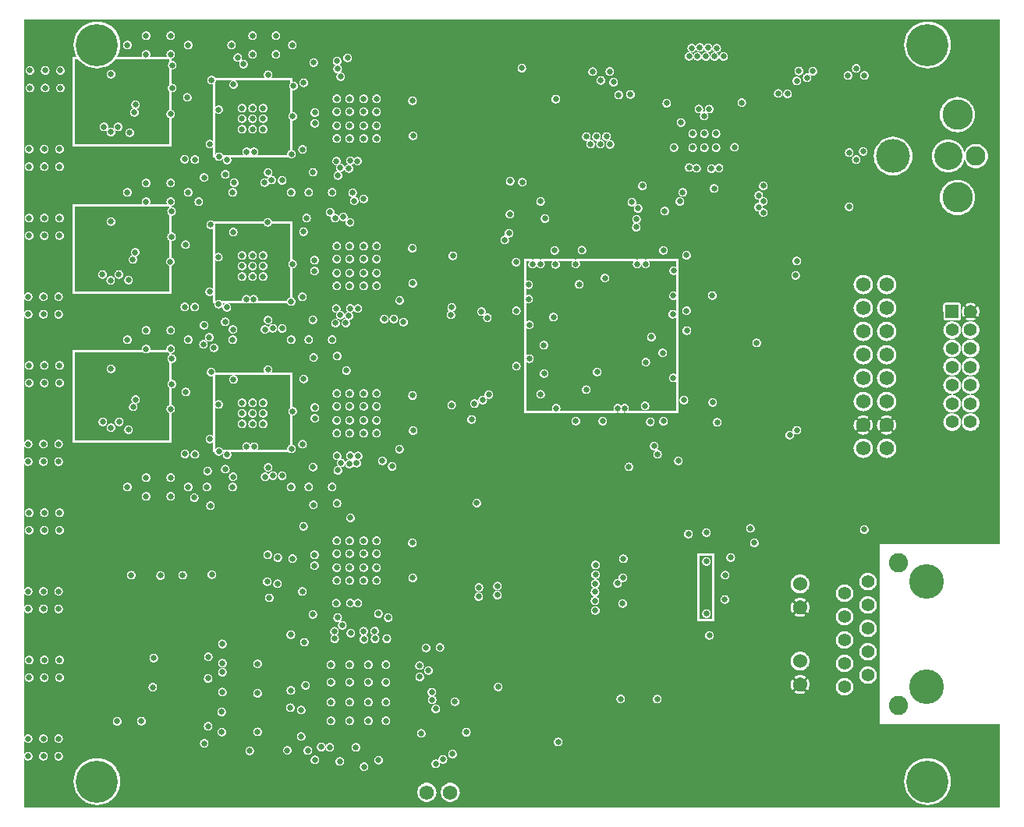
<source format=gbr>
G04 start of page 6 for group 4 idx 2 *
G04 Title: (unknown), power *
G04 Creator: pcb 20140316 *
G04 CreationDate: Sun 18 May 2014 07:11:50 AM GMT UTC *
G04 For: pmonta *
G04 Format: Gerber/RS-274X *
G04 PCB-Dimensions (mil): 4200.00 3400.00 *
G04 PCB-Coordinate-Origin: lower left *
%MOIN*%
%FSLAX25Y25*%
%LNGROUP4*%
%ADD136C,0.0420*%
%ADD135C,0.0354*%
%ADD134C,0.0400*%
%ADD133C,0.1280*%
%ADD132C,0.0350*%
%ADD131C,0.1250*%
%ADD130C,0.1000*%
%ADD129C,0.1100*%
%ADD128C,0.0960*%
%ADD127C,0.0150*%
%ADD126C,0.0250*%
%ADD125C,0.0620*%
%ADD124C,0.0554*%
%ADD123C,0.0600*%
%ADD122C,0.1480*%
%ADD121C,0.0820*%
%ADD120C,0.0550*%
%ADD119C,0.1450*%
%ADD118C,0.1200*%
%ADD117C,0.0830*%
%ADD116C,0.1300*%
%ADD115C,0.1800*%
%ADD114C,0.0100*%
%ADD113C,0.0001*%
G54D113*G36*
X103497Y312500D02*X115000D01*
Y311092D01*
X114999Y311091D01*
X114847Y310842D01*
X114735Y310573D01*
X114667Y310290D01*
X114644Y310000D01*
X114667Y309710D01*
X114735Y309427D01*
X114847Y309158D01*
X114999Y308909D01*
X115000Y308908D01*
Y298430D01*
X114862Y298312D01*
X114673Y298091D01*
X114521Y297842D01*
X114409Y297573D01*
X114341Y297290D01*
X114318Y297000D01*
X114341Y296710D01*
X114409Y296427D01*
X114521Y296158D01*
X114673Y295909D01*
X114862Y295688D01*
X115000Y295570D01*
Y282654D01*
X114758Y282553D01*
X114509Y282401D01*
X114288Y282212D01*
X114099Y281991D01*
X113947Y281742D01*
X113835Y281473D01*
X113767Y281190D01*
X113744Y280900D01*
X113767Y280610D01*
X113793Y280500D01*
X103497D01*
Y289645D01*
X103500Y289644D01*
X103790Y289667D01*
X104073Y289735D01*
X104342Y289847D01*
X104591Y289999D01*
X104812Y290188D01*
X105001Y290409D01*
X105153Y290658D01*
X105265Y290927D01*
X105333Y291210D01*
X105350Y291500D01*
X105333Y291790D01*
X105265Y292073D01*
X105153Y292342D01*
X105001Y292591D01*
X104812Y292812D01*
X104591Y293001D01*
X104342Y293153D01*
X104073Y293265D01*
X103790Y293333D01*
X103500Y293356D01*
X103497Y293355D01*
Y294145D01*
X103500Y294144D01*
X103790Y294167D01*
X104073Y294235D01*
X104342Y294347D01*
X104591Y294499D01*
X104812Y294688D01*
X105001Y294909D01*
X105153Y295158D01*
X105265Y295427D01*
X105333Y295710D01*
X105350Y296000D01*
X105333Y296290D01*
X105265Y296573D01*
X105153Y296842D01*
X105001Y297091D01*
X104812Y297312D01*
X104591Y297501D01*
X104342Y297653D01*
X104073Y297765D01*
X103790Y297833D01*
X103500Y297856D01*
X103497Y297855D01*
Y298645D01*
X103500Y298644D01*
X103790Y298667D01*
X104073Y298735D01*
X104342Y298847D01*
X104591Y298999D01*
X104812Y299188D01*
X105001Y299409D01*
X105153Y299658D01*
X105265Y299927D01*
X105333Y300210D01*
X105350Y300500D01*
X105333Y300790D01*
X105265Y301073D01*
X105153Y301342D01*
X105001Y301591D01*
X104812Y301812D01*
X104591Y302001D01*
X104342Y302153D01*
X104073Y302265D01*
X103790Y302333D01*
X103500Y302356D01*
X103497Y302355D01*
Y312500D01*
G37*
G36*
X98997D02*X103497D01*
Y302355D01*
X103210Y302333D01*
X102927Y302265D01*
X102658Y302153D01*
X102409Y302001D01*
X102188Y301812D01*
X101999Y301591D01*
X101847Y301342D01*
X101735Y301073D01*
X101667Y300790D01*
X101644Y300500D01*
X101667Y300210D01*
X101735Y299927D01*
X101847Y299658D01*
X101999Y299409D01*
X102188Y299188D01*
X102409Y298999D01*
X102658Y298847D01*
X102927Y298735D01*
X103210Y298667D01*
X103497Y298645D01*
Y297855D01*
X103210Y297833D01*
X102927Y297765D01*
X102658Y297653D01*
X102409Y297501D01*
X102188Y297312D01*
X101999Y297091D01*
X101847Y296842D01*
X101735Y296573D01*
X101667Y296290D01*
X101644Y296000D01*
X101667Y295710D01*
X101735Y295427D01*
X101847Y295158D01*
X101999Y294909D01*
X102188Y294688D01*
X102409Y294499D01*
X102658Y294347D01*
X102927Y294235D01*
X103210Y294167D01*
X103497Y294145D01*
Y293355D01*
X103210Y293333D01*
X102927Y293265D01*
X102658Y293153D01*
X102409Y293001D01*
X102188Y292812D01*
X101999Y292591D01*
X101847Y292342D01*
X101735Y292073D01*
X101667Y291790D01*
X101644Y291500D01*
X101667Y291210D01*
X101735Y290927D01*
X101847Y290658D01*
X101999Y290409D01*
X102188Y290188D01*
X102409Y289999D01*
X102658Y289847D01*
X102927Y289735D01*
X103210Y289667D01*
X103497Y289645D01*
Y280500D01*
X100809D01*
X100912Y280588D01*
X101101Y280809D01*
X101253Y281058D01*
X101365Y281327D01*
X101433Y281610D01*
X101450Y281900D01*
X101433Y282190D01*
X101365Y282473D01*
X101253Y282742D01*
X101101Y282991D01*
X100912Y283212D01*
X100691Y283401D01*
X100442Y283553D01*
X100173Y283665D01*
X99890Y283733D01*
X99600Y283756D01*
X99310Y283733D01*
X99027Y283665D01*
X98997Y283653D01*
Y289645D01*
X99000Y289644D01*
X99290Y289667D01*
X99573Y289735D01*
X99842Y289847D01*
X100091Y289999D01*
X100312Y290188D01*
X100501Y290409D01*
X100653Y290658D01*
X100765Y290927D01*
X100833Y291210D01*
X100850Y291500D01*
X100833Y291790D01*
X100765Y292073D01*
X100653Y292342D01*
X100501Y292591D01*
X100312Y292812D01*
X100091Y293001D01*
X99842Y293153D01*
X99573Y293265D01*
X99290Y293333D01*
X99000Y293356D01*
X98997Y293355D01*
Y294145D01*
X99000Y294144D01*
X99290Y294167D01*
X99573Y294235D01*
X99842Y294347D01*
X100091Y294499D01*
X100312Y294688D01*
X100501Y294909D01*
X100653Y295158D01*
X100765Y295427D01*
X100833Y295710D01*
X100850Y296000D01*
X100833Y296290D01*
X100765Y296573D01*
X100653Y296842D01*
X100501Y297091D01*
X100312Y297312D01*
X100091Y297501D01*
X99842Y297653D01*
X99573Y297765D01*
X99290Y297833D01*
X99000Y297856D01*
X98997Y297855D01*
Y298645D01*
X99000Y298644D01*
X99290Y298667D01*
X99573Y298735D01*
X99842Y298847D01*
X100091Y298999D01*
X100312Y299188D01*
X100501Y299409D01*
X100653Y299658D01*
X100765Y299927D01*
X100833Y300210D01*
X100850Y300500D01*
X100833Y300790D01*
X100765Y301073D01*
X100653Y301342D01*
X100501Y301591D01*
X100312Y301812D01*
X100091Y302001D01*
X99842Y302153D01*
X99573Y302265D01*
X99290Y302333D01*
X99000Y302356D01*
X98997Y302355D01*
Y312500D01*
G37*
G36*
X94497D02*X98997D01*
Y302355D01*
X98710Y302333D01*
X98427Y302265D01*
X98158Y302153D01*
X97909Y302001D01*
X97688Y301812D01*
X97499Y301591D01*
X97347Y301342D01*
X97235Y301073D01*
X97167Y300790D01*
X97144Y300500D01*
X97167Y300210D01*
X97235Y299927D01*
X97347Y299658D01*
X97499Y299409D01*
X97688Y299188D01*
X97909Y298999D01*
X98158Y298847D01*
X98427Y298735D01*
X98710Y298667D01*
X98997Y298645D01*
Y297855D01*
X98710Y297833D01*
X98427Y297765D01*
X98158Y297653D01*
X97909Y297501D01*
X97688Y297312D01*
X97499Y297091D01*
X97347Y296842D01*
X97235Y296573D01*
X97167Y296290D01*
X97144Y296000D01*
X97167Y295710D01*
X97235Y295427D01*
X97347Y295158D01*
X97499Y294909D01*
X97688Y294688D01*
X97909Y294499D01*
X98158Y294347D01*
X98427Y294235D01*
X98710Y294167D01*
X98997Y294145D01*
Y293355D01*
X98710Y293333D01*
X98427Y293265D01*
X98158Y293153D01*
X97909Y293001D01*
X97688Y292812D01*
X97499Y292591D01*
X97347Y292342D01*
X97235Y292073D01*
X97167Y291790D01*
X97144Y291500D01*
X97167Y291210D01*
X97235Y290927D01*
X97347Y290658D01*
X97499Y290409D01*
X97688Y290188D01*
X97909Y289999D01*
X98158Y289847D01*
X98427Y289735D01*
X98710Y289667D01*
X98997Y289645D01*
Y283653D01*
X98758Y283553D01*
X98509Y283401D01*
X98288Y283212D01*
X98099Y282991D01*
X98050Y282911D01*
X98001Y282991D01*
X97812Y283212D01*
X97591Y283401D01*
X97342Y283553D01*
X97073Y283665D01*
X96790Y283733D01*
X96500Y283756D01*
X96210Y283733D01*
X95927Y283665D01*
X95658Y283553D01*
X95409Y283401D01*
X95188Y283212D01*
X94999Y282991D01*
X94847Y282742D01*
X94735Y282473D01*
X94667Y282190D01*
X94644Y281900D01*
X94667Y281610D01*
X94735Y281327D01*
X94847Y281058D01*
X94999Y280809D01*
X95188Y280588D01*
X95291Y280500D01*
X94497D01*
Y289645D01*
X94500Y289644D01*
X94790Y289667D01*
X95073Y289735D01*
X95342Y289847D01*
X95591Y289999D01*
X95812Y290188D01*
X96001Y290409D01*
X96153Y290658D01*
X96265Y290927D01*
X96333Y291210D01*
X96350Y291500D01*
X96333Y291790D01*
X96265Y292073D01*
X96153Y292342D01*
X96001Y292591D01*
X95812Y292812D01*
X95591Y293001D01*
X95342Y293153D01*
X95073Y293265D01*
X94790Y293333D01*
X94500Y293356D01*
X94497Y293355D01*
Y294145D01*
X94500Y294144D01*
X94790Y294167D01*
X95073Y294235D01*
X95342Y294347D01*
X95591Y294499D01*
X95812Y294688D01*
X96001Y294909D01*
X96153Y295158D01*
X96265Y295427D01*
X96333Y295710D01*
X96350Y296000D01*
X96333Y296290D01*
X96265Y296573D01*
X96153Y296842D01*
X96001Y297091D01*
X95812Y297312D01*
X95591Y297501D01*
X95342Y297653D01*
X95073Y297765D01*
X94790Y297833D01*
X94500Y297856D01*
X94497Y297855D01*
Y298645D01*
X94500Y298644D01*
X94790Y298667D01*
X95073Y298735D01*
X95342Y298847D01*
X95591Y298999D01*
X95812Y299188D01*
X96001Y299409D01*
X96153Y299658D01*
X96265Y299927D01*
X96333Y300210D01*
X96350Y300500D01*
X96333Y300790D01*
X96265Y301073D01*
X96153Y301342D01*
X96001Y301591D01*
X95812Y301812D01*
X95591Y302001D01*
X95342Y302153D01*
X95073Y302265D01*
X94790Y302333D01*
X94500Y302356D01*
X94497Y302355D01*
Y312500D01*
G37*
G36*
X90897D02*X94497D01*
Y302355D01*
X94210Y302333D01*
X93927Y302265D01*
X93658Y302153D01*
X93409Y302001D01*
X93188Y301812D01*
X92999Y301591D01*
X92847Y301342D01*
X92735Y301073D01*
X92667Y300790D01*
X92644Y300500D01*
X92667Y300210D01*
X92735Y299927D01*
X92847Y299658D01*
X92999Y299409D01*
X93188Y299188D01*
X93409Y298999D01*
X93658Y298847D01*
X93927Y298735D01*
X94210Y298667D01*
X94497Y298645D01*
Y297855D01*
X94210Y297833D01*
X93927Y297765D01*
X93658Y297653D01*
X93409Y297501D01*
X93188Y297312D01*
X92999Y297091D01*
X92847Y296842D01*
X92735Y296573D01*
X92667Y296290D01*
X92644Y296000D01*
X92667Y295710D01*
X92735Y295427D01*
X92847Y295158D01*
X92999Y294909D01*
X93188Y294688D01*
X93409Y294499D01*
X93658Y294347D01*
X93927Y294235D01*
X94210Y294167D01*
X94497Y294145D01*
Y293355D01*
X94210Y293333D01*
X93927Y293265D01*
X93658Y293153D01*
X93409Y293001D01*
X93188Y292812D01*
X92999Y292591D01*
X92847Y292342D01*
X92735Y292073D01*
X92667Y291790D01*
X92644Y291500D01*
X92667Y291210D01*
X92735Y290927D01*
X92847Y290658D01*
X92999Y290409D01*
X93188Y290188D01*
X93409Y289999D01*
X93658Y289847D01*
X93927Y289735D01*
X94210Y289667D01*
X94497Y289645D01*
Y280500D01*
X90897D01*
Y308745D01*
X90900Y308744D01*
X91190Y308767D01*
X91473Y308835D01*
X91742Y308947D01*
X91991Y309099D01*
X92212Y309288D01*
X92401Y309509D01*
X92553Y309758D01*
X92665Y310027D01*
X92733Y310310D01*
X92750Y310600D01*
X92733Y310890D01*
X92665Y311173D01*
X92553Y311442D01*
X92401Y311691D01*
X92212Y311912D01*
X91991Y312101D01*
X91742Y312253D01*
X91473Y312365D01*
X91190Y312433D01*
X90900Y312456D01*
X90897Y312455D01*
Y312500D01*
G37*
G36*
X83000Y280730D02*Y298808D01*
X83188Y298588D01*
X83409Y298399D01*
X83658Y298247D01*
X83927Y298135D01*
X84210Y298067D01*
X84500Y298044D01*
X84790Y298067D01*
X85073Y298135D01*
X85342Y298247D01*
X85591Y298399D01*
X85812Y298588D01*
X86001Y298809D01*
X86153Y299058D01*
X86265Y299327D01*
X86333Y299610D01*
X86350Y299900D01*
X86333Y300190D01*
X86265Y300473D01*
X86153Y300742D01*
X86001Y300991D01*
X85812Y301212D01*
X85591Y301401D01*
X85342Y301553D01*
X85073Y301665D01*
X84790Y301733D01*
X84500Y301756D01*
X84210Y301733D01*
X83927Y301665D01*
X83658Y301553D01*
X83409Y301401D01*
X83188Y301212D01*
X83000Y300992D01*
Y311408D01*
X83001Y311409D01*
X83153Y311658D01*
X83265Y311927D01*
X83333Y312210D01*
X83350Y312500D01*
X90897D01*
Y312455D01*
X90610Y312433D01*
X90327Y312365D01*
X90058Y312253D01*
X89809Y312101D01*
X89588Y311912D01*
X89399Y311691D01*
X89247Y311442D01*
X89135Y311173D01*
X89067Y310890D01*
X89044Y310600D01*
X89067Y310310D01*
X89135Y310027D01*
X89247Y309758D01*
X89399Y309509D01*
X89588Y309288D01*
X89809Y309099D01*
X90058Y308947D01*
X90327Y308835D01*
X90610Y308767D01*
X90897Y308745D01*
Y280500D01*
X86312D01*
X86253Y280642D01*
X86101Y280891D01*
X85912Y281112D01*
X85691Y281301D01*
X85442Y281453D01*
X85173Y281565D01*
X84890Y281633D01*
X84600Y281656D01*
X84310Y281633D01*
X84027Y281565D01*
X83758Y281453D01*
X83509Y281301D01*
X83288Y281112D01*
X83099Y280891D01*
X83000Y280730D01*
G37*
G36*
X48747Y321500D02*X63500D01*
Y320308D01*
X63388Y320212D01*
X63199Y319991D01*
X63047Y319742D01*
X62935Y319473D01*
X62867Y319190D01*
X62844Y318900D01*
X62867Y318610D01*
X62935Y318327D01*
X63047Y318058D01*
X63199Y317809D01*
X63388Y317588D01*
X63500Y317492D01*
Y310593D01*
X63288Y310412D01*
X63099Y310191D01*
X62947Y309942D01*
X62835Y309673D01*
X62767Y309390D01*
X62744Y309100D01*
X62767Y308810D01*
X62835Y308527D01*
X62947Y308258D01*
X63099Y308009D01*
X63288Y307788D01*
X63500Y307607D01*
Y299783D01*
X63427Y299765D01*
X63158Y299653D01*
X62909Y299501D01*
X62688Y299312D01*
X62499Y299091D01*
X62347Y298842D01*
X62235Y298573D01*
X62167Y298290D01*
X62144Y298000D01*
X62167Y297710D01*
X62235Y297427D01*
X62347Y297158D01*
X62499Y296909D01*
X62688Y296688D01*
X62909Y296499D01*
X63158Y296347D01*
X63427Y296235D01*
X63500Y296217D01*
Y285000D01*
X48747D01*
Y296864D01*
X48790Y296867D01*
X49073Y296935D01*
X49342Y297047D01*
X49591Y297199D01*
X49812Y297388D01*
X50001Y297609D01*
X50153Y297858D01*
X50265Y298127D01*
X50333Y298410D01*
X50350Y298700D01*
X50333Y298990D01*
X50265Y299273D01*
X50153Y299542D01*
X50001Y299791D01*
X49812Y300012D01*
X49591Y300201D01*
X49546Y300229D01*
X49573Y300235D01*
X49842Y300347D01*
X50091Y300499D01*
X50312Y300688D01*
X50501Y300909D01*
X50653Y301158D01*
X50765Y301427D01*
X50833Y301710D01*
X50850Y302000D01*
X50833Y302290D01*
X50765Y302573D01*
X50653Y302842D01*
X50501Y303091D01*
X50312Y303312D01*
X50091Y303501D01*
X49842Y303653D01*
X49573Y303765D01*
X49290Y303833D01*
X49000Y303856D01*
X48747Y303836D01*
Y321500D01*
G37*
G36*
X46497D02*X48747D01*
Y303836D01*
X48710Y303833D01*
X48427Y303765D01*
X48158Y303653D01*
X47909Y303501D01*
X47688Y303312D01*
X47499Y303091D01*
X47347Y302842D01*
X47235Y302573D01*
X47167Y302290D01*
X47144Y302000D01*
X47167Y301710D01*
X47235Y301427D01*
X47347Y301158D01*
X47499Y300909D01*
X47688Y300688D01*
X47909Y300499D01*
X47954Y300471D01*
X47927Y300465D01*
X47658Y300353D01*
X47409Y300201D01*
X47188Y300012D01*
X46999Y299791D01*
X46847Y299542D01*
X46735Y299273D01*
X46667Y298990D01*
X46644Y298700D01*
X46667Y298410D01*
X46735Y298127D01*
X46847Y297858D01*
X46999Y297609D01*
X47188Y297388D01*
X47409Y297199D01*
X47658Y297047D01*
X47927Y296935D01*
X48210Y296867D01*
X48500Y296844D01*
X48747Y296864D01*
Y285000D01*
X46497D01*
Y288145D01*
X46500Y288144D01*
X46790Y288167D01*
X47073Y288235D01*
X47342Y288347D01*
X47591Y288499D01*
X47812Y288688D01*
X48001Y288909D01*
X48153Y289158D01*
X48265Y289427D01*
X48333Y289710D01*
X48350Y290000D01*
X48333Y290290D01*
X48265Y290573D01*
X48153Y290842D01*
X48001Y291091D01*
X47812Y291312D01*
X47591Y291501D01*
X47342Y291653D01*
X47073Y291765D01*
X46790Y291833D01*
X46500Y291856D01*
X46497Y291855D01*
Y321500D01*
G37*
G36*
X41497D02*X46497D01*
Y291855D01*
X46210Y291833D01*
X45927Y291765D01*
X45658Y291653D01*
X45409Y291501D01*
X45188Y291312D01*
X44999Y291091D01*
X44847Y290842D01*
X44735Y290573D01*
X44667Y290290D01*
X44644Y290000D01*
X44667Y289710D01*
X44735Y289427D01*
X44847Y289158D01*
X44999Y288909D01*
X45188Y288688D01*
X45409Y288499D01*
X45658Y288347D01*
X45927Y288235D01*
X46210Y288167D01*
X46497Y288145D01*
Y285000D01*
X41497D01*
Y290645D01*
X41500Y290644D01*
X41790Y290667D01*
X42073Y290735D01*
X42342Y290847D01*
X42591Y290999D01*
X42812Y291188D01*
X43001Y291409D01*
X43153Y291658D01*
X43265Y291927D01*
X43333Y292210D01*
X43350Y292500D01*
X43333Y292790D01*
X43265Y293073D01*
X43153Y293342D01*
X43001Y293591D01*
X42812Y293812D01*
X42591Y294001D01*
X42342Y294153D01*
X42073Y294265D01*
X41790Y294333D01*
X41500Y294356D01*
X41497Y294355D01*
Y321500D01*
G37*
G36*
X38497Y319471D02*X39593Y320407D01*
X40526Y321500D01*
X41497D01*
Y294355D01*
X41210Y294333D01*
X40927Y294265D01*
X40658Y294153D01*
X40409Y294001D01*
X40188Y293812D01*
X39999Y293591D01*
X39847Y293342D01*
X39735Y293073D01*
X39667Y292790D01*
X39644Y292500D01*
X39667Y292210D01*
X39735Y291927D01*
X39847Y291658D01*
X39999Y291409D01*
X40188Y291188D01*
X40409Y290999D01*
X40658Y290847D01*
X40927Y290735D01*
X41210Y290667D01*
X41497Y290645D01*
Y285000D01*
X38497D01*
Y288445D01*
X38500Y288444D01*
X38790Y288467D01*
X39073Y288535D01*
X39342Y288647D01*
X39591Y288799D01*
X39812Y288988D01*
X40001Y289209D01*
X40153Y289458D01*
X40265Y289727D01*
X40333Y290010D01*
X40350Y290300D01*
X40333Y290590D01*
X40265Y290873D01*
X40153Y291142D01*
X40001Y291391D01*
X39812Y291612D01*
X39591Y291801D01*
X39342Y291953D01*
X39073Y292065D01*
X38790Y292133D01*
X38500Y292156D01*
X38497Y292155D01*
Y313145D01*
X38500Y313144D01*
X38790Y313167D01*
X39073Y313235D01*
X39342Y313347D01*
X39591Y313499D01*
X39812Y313688D01*
X40001Y313909D01*
X40153Y314158D01*
X40265Y314427D01*
X40333Y314710D01*
X40350Y315000D01*
X40333Y315290D01*
X40265Y315573D01*
X40153Y315842D01*
X40001Y316091D01*
X39812Y316312D01*
X39591Y316501D01*
X39342Y316653D01*
X39073Y316765D01*
X38790Y316833D01*
X38500Y316856D01*
X38497Y316855D01*
Y319471D01*
G37*
G36*
X35497Y317935D02*X35600Y317960D01*
X37054Y318562D01*
X38396Y319385D01*
X38497Y319471D01*
Y316855D01*
X38210Y316833D01*
X37927Y316765D01*
X37658Y316653D01*
X37409Y316501D01*
X37188Y316312D01*
X36999Y316091D01*
X36847Y315842D01*
X36735Y315573D01*
X36667Y315290D01*
X36644Y315000D01*
X36667Y314710D01*
X36735Y314427D01*
X36847Y314158D01*
X36999Y313909D01*
X37188Y313688D01*
X37409Y313499D01*
X37658Y313347D01*
X37927Y313235D01*
X38210Y313167D01*
X38497Y313145D01*
Y292155D01*
X38210Y292133D01*
X37927Y292065D01*
X37658Y291953D01*
X37409Y291801D01*
X37188Y291612D01*
X36999Y291391D01*
X36847Y291142D01*
X36735Y290873D01*
X36667Y290590D01*
X36644Y290300D01*
X36667Y290010D01*
X36735Y289727D01*
X36847Y289458D01*
X36999Y289209D01*
X37188Y288988D01*
X37409Y288799D01*
X37658Y288647D01*
X37927Y288535D01*
X38210Y288467D01*
X38497Y288445D01*
Y285000D01*
X35497D01*
Y290645D01*
X35500Y290644D01*
X35790Y290667D01*
X36073Y290735D01*
X36342Y290847D01*
X36591Y290999D01*
X36812Y291188D01*
X37001Y291409D01*
X37153Y291658D01*
X37265Y291927D01*
X37333Y292210D01*
X37350Y292500D01*
X37333Y292790D01*
X37265Y293073D01*
X37153Y293342D01*
X37001Y293591D01*
X36812Y293812D01*
X36591Y294001D01*
X36342Y294153D01*
X36073Y294265D01*
X35790Y294333D01*
X35500Y294356D01*
X35497Y294355D01*
Y317935D01*
G37*
G36*
X23000Y321500D02*X24474D01*
X25407Y320407D01*
X26604Y319385D01*
X27946Y318562D01*
X29400Y317960D01*
X30931Y317593D01*
X32500Y317469D01*
X34069Y317593D01*
X35497Y317935D01*
Y294355D01*
X35210Y294333D01*
X34927Y294265D01*
X34658Y294153D01*
X34409Y294001D01*
X34188Y293812D01*
X33999Y293591D01*
X33847Y293342D01*
X33735Y293073D01*
X33667Y292790D01*
X33644Y292500D01*
X33667Y292210D01*
X33735Y291927D01*
X33847Y291658D01*
X33999Y291409D01*
X34188Y291188D01*
X34409Y290999D01*
X34658Y290847D01*
X34927Y290735D01*
X35210Y290667D01*
X35497Y290645D01*
Y285000D01*
X23000D01*
Y321500D01*
G37*
G36*
X48497Y196000D02*X52408D01*
X52409Y195999D01*
X52658Y195847D01*
X52927Y195735D01*
X53210Y195667D01*
X53500Y195644D01*
X53790Y195667D01*
X54073Y195735D01*
X54342Y195847D01*
X54591Y195999D01*
X54592Y196000D01*
X62908D01*
X62909Y195999D01*
X63158Y195847D01*
X63427Y195735D01*
X63500Y195717D01*
Y194957D01*
X63409Y194901D01*
X63188Y194712D01*
X62999Y194491D01*
X62847Y194242D01*
X62735Y193973D01*
X62667Y193690D01*
X62644Y193400D01*
X62667Y193110D01*
X62735Y192827D01*
X62847Y192558D01*
X62999Y192309D01*
X63188Y192088D01*
X63409Y191899D01*
X63500Y191843D01*
Y184057D01*
X63409Y184001D01*
X63188Y183812D01*
X62999Y183591D01*
X62847Y183342D01*
X62735Y183073D01*
X62667Y182790D01*
X62644Y182500D01*
X62667Y182210D01*
X62735Y181927D01*
X62847Y181658D01*
X62999Y181409D01*
X63188Y181188D01*
X63409Y180999D01*
X63500Y180943D01*
Y173683D01*
X63427Y173665D01*
X63158Y173553D01*
X62909Y173401D01*
X62688Y173212D01*
X62499Y172991D01*
X62347Y172742D01*
X62235Y172473D01*
X62167Y172190D01*
X62144Y171900D01*
X62167Y171610D01*
X62235Y171327D01*
X62347Y171058D01*
X62499Y170809D01*
X62688Y170588D01*
X62909Y170399D01*
X63158Y170247D01*
X63427Y170135D01*
X63500Y170117D01*
Y158500D01*
X48497D01*
Y171017D01*
X48573Y171035D01*
X48842Y171147D01*
X49091Y171299D01*
X49312Y171488D01*
X49501Y171709D01*
X49653Y171958D01*
X49765Y172227D01*
X49833Y172510D01*
X49850Y172800D01*
X49833Y173090D01*
X49765Y173373D01*
X49653Y173642D01*
X49501Y173891D01*
X49340Y174079D01*
X49573Y174135D01*
X49842Y174247D01*
X50091Y174399D01*
X50312Y174588D01*
X50501Y174809D01*
X50653Y175058D01*
X50765Y175327D01*
X50833Y175610D01*
X50850Y175900D01*
X50833Y176190D01*
X50765Y176473D01*
X50653Y176742D01*
X50501Y176991D01*
X50312Y177212D01*
X50091Y177401D01*
X49842Y177553D01*
X49573Y177665D01*
X49290Y177733D01*
X49000Y177756D01*
X48710Y177733D01*
X48497Y177682D01*
Y196000D01*
G37*
G36*
X45997D02*X48497D01*
Y177682D01*
X48427Y177665D01*
X48158Y177553D01*
X47909Y177401D01*
X47688Y177212D01*
X47499Y176991D01*
X47347Y176742D01*
X47235Y176473D01*
X47167Y176190D01*
X47144Y175900D01*
X47167Y175610D01*
X47235Y175327D01*
X47347Y175058D01*
X47499Y174809D01*
X47660Y174621D01*
X47427Y174565D01*
X47158Y174453D01*
X46909Y174301D01*
X46688Y174112D01*
X46499Y173891D01*
X46347Y173642D01*
X46235Y173373D01*
X46167Y173090D01*
X46144Y172800D01*
X46167Y172510D01*
X46235Y172227D01*
X46347Y171958D01*
X46499Y171709D01*
X46688Y171488D01*
X46909Y171299D01*
X47158Y171147D01*
X47427Y171035D01*
X47710Y170967D01*
X48000Y170944D01*
X48290Y170967D01*
X48497Y171017D01*
Y158500D01*
X45997D01*
Y161145D01*
X46000Y161144D01*
X46290Y161167D01*
X46573Y161235D01*
X46842Y161347D01*
X47091Y161499D01*
X47312Y161688D01*
X47501Y161909D01*
X47653Y162158D01*
X47765Y162427D01*
X47833Y162710D01*
X47850Y163000D01*
X47833Y163290D01*
X47765Y163573D01*
X47653Y163842D01*
X47501Y164091D01*
X47312Y164312D01*
X47091Y164501D01*
X46842Y164653D01*
X46573Y164765D01*
X46290Y164833D01*
X46000Y164856D01*
X45997Y164855D01*
Y196000D01*
G37*
G36*
X41997D02*X45997D01*
Y164855D01*
X45710Y164833D01*
X45427Y164765D01*
X45158Y164653D01*
X44909Y164501D01*
X44688Y164312D01*
X44499Y164091D01*
X44347Y163842D01*
X44235Y163573D01*
X44167Y163290D01*
X44144Y163000D01*
X44167Y162710D01*
X44235Y162427D01*
X44347Y162158D01*
X44499Y161909D01*
X44688Y161688D01*
X44909Y161499D01*
X45158Y161347D01*
X45427Y161235D01*
X45710Y161167D01*
X45997Y161145D01*
Y158500D01*
X41997D01*
Y164545D01*
X42000Y164544D01*
X42290Y164567D01*
X42573Y164635D01*
X42842Y164747D01*
X43091Y164899D01*
X43312Y165088D01*
X43501Y165309D01*
X43653Y165558D01*
X43765Y165827D01*
X43833Y166110D01*
X43850Y166400D01*
X43833Y166690D01*
X43765Y166973D01*
X43653Y167242D01*
X43501Y167491D01*
X43312Y167712D01*
X43091Y167901D01*
X42842Y168053D01*
X42573Y168165D01*
X42290Y168233D01*
X42000Y168256D01*
X41997Y168255D01*
Y196000D01*
G37*
G36*
X38497D02*X41997D01*
Y168255D01*
X41710Y168233D01*
X41427Y168165D01*
X41158Y168053D01*
X40909Y167901D01*
X40688Y167712D01*
X40499Y167491D01*
X40347Y167242D01*
X40235Y166973D01*
X40167Y166690D01*
X40144Y166400D01*
X40167Y166110D01*
X40235Y165827D01*
X40347Y165558D01*
X40499Y165309D01*
X40688Y165088D01*
X40909Y164899D01*
X41158Y164747D01*
X41427Y164635D01*
X41710Y164567D01*
X41997Y164545D01*
Y158500D01*
X38497D01*
Y162045D01*
X38500Y162044D01*
X38790Y162067D01*
X39073Y162135D01*
X39342Y162247D01*
X39591Y162399D01*
X39812Y162588D01*
X40001Y162809D01*
X40153Y163058D01*
X40265Y163327D01*
X40333Y163610D01*
X40350Y163900D01*
X40333Y164190D01*
X40265Y164473D01*
X40153Y164742D01*
X40001Y164991D01*
X39812Y165212D01*
X39591Y165401D01*
X39342Y165553D01*
X39073Y165665D01*
X38790Y165733D01*
X38500Y165756D01*
X38497Y165755D01*
Y187145D01*
X38500Y187144D01*
X38790Y187167D01*
X39073Y187235D01*
X39342Y187347D01*
X39591Y187499D01*
X39812Y187688D01*
X40001Y187909D01*
X40153Y188158D01*
X40265Y188427D01*
X40333Y188710D01*
X40350Y189000D01*
X40333Y189290D01*
X40265Y189573D01*
X40153Y189842D01*
X40001Y190091D01*
X39812Y190312D01*
X39591Y190501D01*
X39342Y190653D01*
X39073Y190765D01*
X38790Y190833D01*
X38500Y190856D01*
X38497Y190855D01*
Y196000D01*
G37*
G36*
X34997D02*X38497D01*
Y190855D01*
X38210Y190833D01*
X37927Y190765D01*
X37658Y190653D01*
X37409Y190501D01*
X37188Y190312D01*
X36999Y190091D01*
X36847Y189842D01*
X36735Y189573D01*
X36667Y189290D01*
X36644Y189000D01*
X36667Y188710D01*
X36735Y188427D01*
X36847Y188158D01*
X36999Y187909D01*
X37188Y187688D01*
X37409Y187499D01*
X37658Y187347D01*
X37927Y187235D01*
X38210Y187167D01*
X38497Y187145D01*
Y165755D01*
X38210Y165733D01*
X37927Y165665D01*
X37658Y165553D01*
X37409Y165401D01*
X37188Y165212D01*
X36999Y164991D01*
X36847Y164742D01*
X36735Y164473D01*
X36667Y164190D01*
X36644Y163900D01*
X36667Y163610D01*
X36735Y163327D01*
X36847Y163058D01*
X36999Y162809D01*
X37188Y162588D01*
X37409Y162399D01*
X37658Y162247D01*
X37927Y162135D01*
X38210Y162067D01*
X38497Y162045D01*
Y158500D01*
X34997D01*
Y164545D01*
X35000Y164544D01*
X35290Y164567D01*
X35573Y164635D01*
X35842Y164747D01*
X36091Y164899D01*
X36312Y165088D01*
X36501Y165309D01*
X36653Y165558D01*
X36765Y165827D01*
X36833Y166110D01*
X36850Y166400D01*
X36833Y166690D01*
X36765Y166973D01*
X36653Y167242D01*
X36501Y167491D01*
X36312Y167712D01*
X36091Y167901D01*
X35842Y168053D01*
X35573Y168165D01*
X35290Y168233D01*
X35000Y168256D01*
X34997Y168255D01*
Y196000D01*
G37*
G36*
X23000D02*X34997D01*
Y168255D01*
X34710Y168233D01*
X34427Y168165D01*
X34158Y168053D01*
X33909Y167901D01*
X33688Y167712D01*
X33499Y167491D01*
X33347Y167242D01*
X33235Y166973D01*
X33167Y166690D01*
X33144Y166400D01*
X33167Y166110D01*
X33235Y165827D01*
X33347Y165558D01*
X33499Y165309D01*
X33688Y165088D01*
X33909Y164899D01*
X34158Y164747D01*
X34427Y164635D01*
X34710Y164567D01*
X34997Y164545D01*
Y158500D01*
X23000D01*
Y196000D01*
G37*
G36*
X115000Y251000D02*Y235412D01*
X114983Y235401D01*
X114762Y235212D01*
X114573Y234991D01*
X114421Y234742D01*
X114309Y234473D01*
X114241Y234190D01*
X114218Y233900D01*
X114241Y233610D01*
X114309Y233327D01*
X114421Y233058D01*
X114573Y232809D01*
X114762Y232588D01*
X114983Y232399D01*
X115000Y232388D01*
Y219583D01*
X114927Y219565D01*
X114658Y219453D01*
X114409Y219301D01*
X114188Y219112D01*
X113999Y218891D01*
X113847Y218642D01*
X113735Y218373D01*
X113667Y218090D01*
X113660Y218000D01*
X103497D01*
Y226645D01*
X103500Y226644D01*
X103790Y226667D01*
X104073Y226735D01*
X104342Y226847D01*
X104591Y226999D01*
X104812Y227188D01*
X105001Y227409D01*
X105153Y227658D01*
X105265Y227927D01*
X105333Y228210D01*
X105350Y228500D01*
X105333Y228790D01*
X105265Y229073D01*
X105153Y229342D01*
X105001Y229591D01*
X104812Y229812D01*
X104591Y230001D01*
X104342Y230153D01*
X104073Y230265D01*
X103790Y230333D01*
X103500Y230356D01*
X103497Y230355D01*
Y231145D01*
X103500Y231144D01*
X103790Y231167D01*
X104073Y231235D01*
X104342Y231347D01*
X104591Y231499D01*
X104812Y231688D01*
X105001Y231909D01*
X105153Y232158D01*
X105265Y232427D01*
X105333Y232710D01*
X105350Y233000D01*
X105333Y233290D01*
X105265Y233573D01*
X105153Y233842D01*
X105001Y234091D01*
X104812Y234312D01*
X104591Y234501D01*
X104342Y234653D01*
X104073Y234765D01*
X103790Y234833D01*
X103500Y234856D01*
X103497Y234855D01*
Y235645D01*
X103500Y235644D01*
X103790Y235667D01*
X104073Y235735D01*
X104342Y235847D01*
X104591Y235999D01*
X104812Y236188D01*
X105001Y236409D01*
X105153Y236658D01*
X105265Y236927D01*
X105333Y237210D01*
X105350Y237500D01*
X105333Y237790D01*
X105265Y238073D01*
X105153Y238342D01*
X105001Y238591D01*
X104812Y238812D01*
X104591Y239001D01*
X104342Y239153D01*
X104073Y239265D01*
X103790Y239333D01*
X103500Y239356D01*
X103497Y239355D01*
Y251000D01*
X103788D01*
X103847Y250858D01*
X103999Y250609D01*
X104188Y250388D01*
X104409Y250199D01*
X104658Y250047D01*
X104927Y249935D01*
X105210Y249867D01*
X105500Y249844D01*
X105790Y249867D01*
X106073Y249935D01*
X106342Y250047D01*
X106591Y250199D01*
X106812Y250388D01*
X107001Y250609D01*
X107153Y250858D01*
X107212Y251000D01*
X115000D01*
G37*
G36*
X103497Y218000D02*X101171D01*
X101265Y218227D01*
X101333Y218510D01*
X101350Y218800D01*
X101333Y219090D01*
X101265Y219373D01*
X101153Y219642D01*
X101001Y219891D01*
X100812Y220112D01*
X100591Y220301D01*
X100342Y220453D01*
X100073Y220565D01*
X99790Y220633D01*
X99500Y220656D01*
X99210Y220633D01*
X98997Y220582D01*
Y226645D01*
X99000Y226644D01*
X99290Y226667D01*
X99573Y226735D01*
X99842Y226847D01*
X100091Y226999D01*
X100312Y227188D01*
X100501Y227409D01*
X100653Y227658D01*
X100765Y227927D01*
X100833Y228210D01*
X100850Y228500D01*
X100833Y228790D01*
X100765Y229073D01*
X100653Y229342D01*
X100501Y229591D01*
X100312Y229812D01*
X100091Y230001D01*
X99842Y230153D01*
X99573Y230265D01*
X99290Y230333D01*
X99000Y230356D01*
X98997Y230355D01*
Y231145D01*
X99000Y231144D01*
X99290Y231167D01*
X99573Y231235D01*
X99842Y231347D01*
X100091Y231499D01*
X100312Y231688D01*
X100501Y231909D01*
X100653Y232158D01*
X100765Y232427D01*
X100833Y232710D01*
X100850Y233000D01*
X100833Y233290D01*
X100765Y233573D01*
X100653Y233842D01*
X100501Y234091D01*
X100312Y234312D01*
X100091Y234501D01*
X99842Y234653D01*
X99573Y234765D01*
X99290Y234833D01*
X99000Y234856D01*
X98997Y234855D01*
Y235645D01*
X99000Y235644D01*
X99290Y235667D01*
X99573Y235735D01*
X99842Y235847D01*
X100091Y235999D01*
X100312Y236188D01*
X100501Y236409D01*
X100653Y236658D01*
X100765Y236927D01*
X100833Y237210D01*
X100850Y237500D01*
X100833Y237790D01*
X100765Y238073D01*
X100653Y238342D01*
X100501Y238591D01*
X100312Y238812D01*
X100091Y239001D01*
X99842Y239153D01*
X99573Y239265D01*
X99290Y239333D01*
X99000Y239356D01*
X98997Y239355D01*
Y251000D01*
X103497D01*
Y239355D01*
X103210Y239333D01*
X102927Y239265D01*
X102658Y239153D01*
X102409Y239001D01*
X102188Y238812D01*
X101999Y238591D01*
X101847Y238342D01*
X101735Y238073D01*
X101667Y237790D01*
X101644Y237500D01*
X101667Y237210D01*
X101735Y236927D01*
X101847Y236658D01*
X101999Y236409D01*
X102188Y236188D01*
X102409Y235999D01*
X102658Y235847D01*
X102927Y235735D01*
X103210Y235667D01*
X103497Y235645D01*
Y234855D01*
X103210Y234833D01*
X102927Y234765D01*
X102658Y234653D01*
X102409Y234501D01*
X102188Y234312D01*
X101999Y234091D01*
X101847Y233842D01*
X101735Y233573D01*
X101667Y233290D01*
X101644Y233000D01*
X101667Y232710D01*
X101735Y232427D01*
X101847Y232158D01*
X101999Y231909D01*
X102188Y231688D01*
X102409Y231499D01*
X102658Y231347D01*
X102927Y231235D01*
X103210Y231167D01*
X103497Y231145D01*
Y230355D01*
X103210Y230333D01*
X102927Y230265D01*
X102658Y230153D01*
X102409Y230001D01*
X102188Y229812D01*
X101999Y229591D01*
X101847Y229342D01*
X101735Y229073D01*
X101667Y228790D01*
X101644Y228500D01*
X101667Y228210D01*
X101735Y227927D01*
X101847Y227658D01*
X101999Y227409D01*
X102188Y227188D01*
X102409Y226999D01*
X102658Y226847D01*
X102927Y226735D01*
X103210Y226667D01*
X103497Y226645D01*
Y218000D01*
G37*
G36*
X98997Y220582D02*X98927Y220565D01*
X98658Y220453D01*
X98409Y220301D01*
X98188Y220112D01*
X97999Y219891D01*
X97950Y219811D01*
X97901Y219891D01*
X97712Y220112D01*
X97491Y220301D01*
X97242Y220453D01*
X96973Y220565D01*
X96690Y220633D01*
X96400Y220656D01*
X96110Y220633D01*
X95827Y220565D01*
X95558Y220453D01*
X95309Y220301D01*
X95088Y220112D01*
X94899Y219891D01*
X94747Y219642D01*
X94635Y219373D01*
X94567Y219090D01*
X94544Y218800D01*
X94567Y218510D01*
X94635Y218227D01*
X94729Y218000D01*
X94497D01*
Y226645D01*
X94500Y226644D01*
X94790Y226667D01*
X95073Y226735D01*
X95342Y226847D01*
X95591Y226999D01*
X95812Y227188D01*
X96001Y227409D01*
X96153Y227658D01*
X96265Y227927D01*
X96333Y228210D01*
X96350Y228500D01*
X96333Y228790D01*
X96265Y229073D01*
X96153Y229342D01*
X96001Y229591D01*
X95812Y229812D01*
X95591Y230001D01*
X95342Y230153D01*
X95073Y230265D01*
X94790Y230333D01*
X94500Y230356D01*
X94497Y230355D01*
Y231145D01*
X94500Y231144D01*
X94790Y231167D01*
X95073Y231235D01*
X95342Y231347D01*
X95591Y231499D01*
X95812Y231688D01*
X96001Y231909D01*
X96153Y232158D01*
X96265Y232427D01*
X96333Y232710D01*
X96350Y233000D01*
X96333Y233290D01*
X96265Y233573D01*
X96153Y233842D01*
X96001Y234091D01*
X95812Y234312D01*
X95591Y234501D01*
X95342Y234653D01*
X95073Y234765D01*
X94790Y234833D01*
X94500Y234856D01*
X94497Y234855D01*
Y235645D01*
X94500Y235644D01*
X94790Y235667D01*
X95073Y235735D01*
X95342Y235847D01*
X95591Y235999D01*
X95812Y236188D01*
X96001Y236409D01*
X96153Y236658D01*
X96265Y236927D01*
X96333Y237210D01*
X96350Y237500D01*
X96333Y237790D01*
X96265Y238073D01*
X96153Y238342D01*
X96001Y238591D01*
X95812Y238812D01*
X95591Y239001D01*
X95342Y239153D01*
X95073Y239265D01*
X94790Y239333D01*
X94500Y239356D01*
X94497Y239355D01*
Y251000D01*
X98997D01*
Y239355D01*
X98710Y239333D01*
X98427Y239265D01*
X98158Y239153D01*
X97909Y239001D01*
X97688Y238812D01*
X97499Y238591D01*
X97347Y238342D01*
X97235Y238073D01*
X97167Y237790D01*
X97144Y237500D01*
X97167Y237210D01*
X97235Y236927D01*
X97347Y236658D01*
X97499Y236409D01*
X97688Y236188D01*
X97909Y235999D01*
X98158Y235847D01*
X98427Y235735D01*
X98710Y235667D01*
X98997Y235645D01*
Y234855D01*
X98710Y234833D01*
X98427Y234765D01*
X98158Y234653D01*
X97909Y234501D01*
X97688Y234312D01*
X97499Y234091D01*
X97347Y233842D01*
X97235Y233573D01*
X97167Y233290D01*
X97144Y233000D01*
X97167Y232710D01*
X97235Y232427D01*
X97347Y232158D01*
X97499Y231909D01*
X97688Y231688D01*
X97909Y231499D01*
X98158Y231347D01*
X98427Y231235D01*
X98710Y231167D01*
X98997Y231145D01*
Y230355D01*
X98710Y230333D01*
X98427Y230265D01*
X98158Y230153D01*
X97909Y230001D01*
X97688Y229812D01*
X97499Y229591D01*
X97347Y229342D01*
X97235Y229073D01*
X97167Y228790D01*
X97144Y228500D01*
X97167Y228210D01*
X97235Y227927D01*
X97347Y227658D01*
X97499Y227409D01*
X97688Y227188D01*
X97909Y226999D01*
X98158Y226847D01*
X98427Y226735D01*
X98710Y226667D01*
X98997Y226645D01*
Y220582D01*
G37*
G36*
X94497Y218000D02*X90797D01*
Y245645D01*
X90800Y245644D01*
X91090Y245667D01*
X91373Y245735D01*
X91642Y245847D01*
X91891Y245999D01*
X92112Y246188D01*
X92301Y246409D01*
X92453Y246658D01*
X92565Y246927D01*
X92633Y247210D01*
X92650Y247500D01*
X92633Y247790D01*
X92565Y248073D01*
X92453Y248342D01*
X92301Y248591D01*
X92112Y248812D01*
X91891Y249001D01*
X91642Y249153D01*
X91373Y249265D01*
X91090Y249333D01*
X90800Y249356D01*
X90797Y249355D01*
Y251000D01*
X94497D01*
Y239355D01*
X94210Y239333D01*
X93927Y239265D01*
X93658Y239153D01*
X93409Y239001D01*
X93188Y238812D01*
X92999Y238591D01*
X92847Y238342D01*
X92735Y238073D01*
X92667Y237790D01*
X92644Y237500D01*
X92667Y237210D01*
X92735Y236927D01*
X92847Y236658D01*
X92999Y236409D01*
X93188Y236188D01*
X93409Y235999D01*
X93658Y235847D01*
X93927Y235735D01*
X94210Y235667D01*
X94497Y235645D01*
Y234855D01*
X94210Y234833D01*
X93927Y234765D01*
X93658Y234653D01*
X93409Y234501D01*
X93188Y234312D01*
X92999Y234091D01*
X92847Y233842D01*
X92735Y233573D01*
X92667Y233290D01*
X92644Y233000D01*
X92667Y232710D01*
X92735Y232427D01*
X92847Y232158D01*
X92999Y231909D01*
X93188Y231688D01*
X93409Y231499D01*
X93658Y231347D01*
X93927Y231235D01*
X94210Y231167D01*
X94497Y231145D01*
Y230355D01*
X94210Y230333D01*
X93927Y230265D01*
X93658Y230153D01*
X93409Y230001D01*
X93188Y229812D01*
X92999Y229591D01*
X92847Y229342D01*
X92735Y229073D01*
X92667Y228790D01*
X92644Y228500D01*
X92667Y228210D01*
X92735Y227927D01*
X92847Y227658D01*
X92999Y227409D01*
X93188Y227188D01*
X93409Y226999D01*
X93658Y226847D01*
X93927Y226735D01*
X94210Y226667D01*
X94497Y226645D01*
Y218000D01*
G37*
G36*
X90797D02*X85823D01*
X85812Y218012D01*
X85591Y218201D01*
X85342Y218353D01*
X85073Y218465D01*
X84790Y218533D01*
X84500Y218556D01*
X84210Y218533D01*
X83927Y218465D01*
X83658Y218353D01*
X83409Y218201D01*
X83188Y218012D01*
X83177Y218000D01*
X83000D01*
Y235591D01*
X83088Y235488D01*
X83309Y235299D01*
X83558Y235147D01*
X83827Y235035D01*
X84110Y234967D01*
X84400Y234944D01*
X84690Y234967D01*
X84973Y235035D01*
X85242Y235147D01*
X85491Y235299D01*
X85712Y235488D01*
X85901Y235709D01*
X86053Y235958D01*
X86165Y236227D01*
X86233Y236510D01*
X86250Y236800D01*
X86233Y237090D01*
X86165Y237373D01*
X86053Y237642D01*
X85901Y237891D01*
X85712Y238112D01*
X85491Y238301D01*
X85242Y238453D01*
X84973Y238565D01*
X84690Y238633D01*
X84400Y238656D01*
X84110Y238633D01*
X83827Y238565D01*
X83558Y238453D01*
X83309Y238301D01*
X83088Y238112D01*
X83000Y238009D01*
Y250173D01*
X83033Y250310D01*
X83050Y250600D01*
X83033Y250890D01*
X83007Y251000D01*
X90797D01*
Y249355D01*
X90510Y249333D01*
X90227Y249265D01*
X89958Y249153D01*
X89709Y249001D01*
X89488Y248812D01*
X89299Y248591D01*
X89147Y248342D01*
X89035Y248073D01*
X88967Y247790D01*
X88944Y247500D01*
X88967Y247210D01*
X89035Y246927D01*
X89147Y246658D01*
X89299Y246409D01*
X89488Y246188D01*
X89709Y245999D01*
X89958Y245847D01*
X90227Y245735D01*
X90510Y245667D01*
X90797Y245645D01*
Y218000D01*
G37*
G36*
X115000Y186500D02*Y172330D01*
X114862Y172212D01*
X114673Y171991D01*
X114521Y171742D01*
X114409Y171473D01*
X114341Y171190D01*
X114318Y170900D01*
X114341Y170610D01*
X114409Y170327D01*
X114521Y170058D01*
X114673Y169809D01*
X114862Y169588D01*
X115000Y169470D01*
Y156554D01*
X114758Y156453D01*
X114509Y156301D01*
X114288Y156112D01*
X114099Y155891D01*
X113947Y155642D01*
X113835Y155373D01*
X113767Y155090D01*
X113744Y154800D01*
X113767Y154510D01*
X113769Y154500D01*
X103497D01*
Y163645D01*
X103500Y163644D01*
X103790Y163667D01*
X104073Y163735D01*
X104342Y163847D01*
X104591Y163999D01*
X104812Y164188D01*
X105001Y164409D01*
X105153Y164658D01*
X105265Y164927D01*
X105333Y165210D01*
X105350Y165500D01*
X105333Y165790D01*
X105265Y166073D01*
X105153Y166342D01*
X105001Y166591D01*
X104812Y166812D01*
X104591Y167001D01*
X104342Y167153D01*
X104073Y167265D01*
X103790Y167333D01*
X103500Y167356D01*
X103497Y167355D01*
Y168145D01*
X103500Y168144D01*
X103790Y168167D01*
X104073Y168235D01*
X104342Y168347D01*
X104591Y168499D01*
X104812Y168688D01*
X105001Y168909D01*
X105153Y169158D01*
X105265Y169427D01*
X105333Y169710D01*
X105350Y170000D01*
X105333Y170290D01*
X105265Y170573D01*
X105153Y170842D01*
X105001Y171091D01*
X104812Y171312D01*
X104591Y171501D01*
X104342Y171653D01*
X104073Y171765D01*
X103790Y171833D01*
X103500Y171856D01*
X103497Y171855D01*
Y172645D01*
X103500Y172644D01*
X103790Y172667D01*
X104073Y172735D01*
X104342Y172847D01*
X104591Y172999D01*
X104812Y173188D01*
X105001Y173409D01*
X105153Y173658D01*
X105265Y173927D01*
X105333Y174210D01*
X105350Y174500D01*
X105333Y174790D01*
X105265Y175073D01*
X105153Y175342D01*
X105001Y175591D01*
X104812Y175812D01*
X104591Y176001D01*
X104342Y176153D01*
X104073Y176265D01*
X103790Y176333D01*
X103500Y176356D01*
X103497Y176355D01*
Y186500D01*
X115000D01*
G37*
G36*
X103497Y154500D02*X100923D01*
X101101Y154709D01*
X101253Y154958D01*
X101365Y155227D01*
X101433Y155510D01*
X101450Y155800D01*
X101433Y156090D01*
X101365Y156373D01*
X101253Y156642D01*
X101101Y156891D01*
X100912Y157112D01*
X100691Y157301D01*
X100442Y157453D01*
X100173Y157565D01*
X99890Y157633D01*
X99600Y157656D01*
X99310Y157633D01*
X99027Y157565D01*
X98997Y157553D01*
Y163645D01*
X99000Y163644D01*
X99290Y163667D01*
X99573Y163735D01*
X99842Y163847D01*
X100091Y163999D01*
X100312Y164188D01*
X100501Y164409D01*
X100653Y164658D01*
X100765Y164927D01*
X100833Y165210D01*
X100850Y165500D01*
X100833Y165790D01*
X100765Y166073D01*
X100653Y166342D01*
X100501Y166591D01*
X100312Y166812D01*
X100091Y167001D01*
X99842Y167153D01*
X99573Y167265D01*
X99290Y167333D01*
X99000Y167356D01*
X98997Y167355D01*
Y168145D01*
X99000Y168144D01*
X99290Y168167D01*
X99573Y168235D01*
X99842Y168347D01*
X100091Y168499D01*
X100312Y168688D01*
X100501Y168909D01*
X100653Y169158D01*
X100765Y169427D01*
X100833Y169710D01*
X100850Y170000D01*
X100833Y170290D01*
X100765Y170573D01*
X100653Y170842D01*
X100501Y171091D01*
X100312Y171312D01*
X100091Y171501D01*
X99842Y171653D01*
X99573Y171765D01*
X99290Y171833D01*
X99000Y171856D01*
X98997Y171855D01*
Y172645D01*
X99000Y172644D01*
X99290Y172667D01*
X99573Y172735D01*
X99842Y172847D01*
X100091Y172999D01*
X100312Y173188D01*
X100501Y173409D01*
X100653Y173658D01*
X100765Y173927D01*
X100833Y174210D01*
X100850Y174500D01*
X100833Y174790D01*
X100765Y175073D01*
X100653Y175342D01*
X100501Y175591D01*
X100312Y175812D01*
X100091Y176001D01*
X99842Y176153D01*
X99573Y176265D01*
X99290Y176333D01*
X99000Y176356D01*
X98997Y176355D01*
Y186500D01*
X103497D01*
Y176355D01*
X103210Y176333D01*
X102927Y176265D01*
X102658Y176153D01*
X102409Y176001D01*
X102188Y175812D01*
X101999Y175591D01*
X101847Y175342D01*
X101735Y175073D01*
X101667Y174790D01*
X101644Y174500D01*
X101667Y174210D01*
X101735Y173927D01*
X101847Y173658D01*
X101999Y173409D01*
X102188Y173188D01*
X102409Y172999D01*
X102658Y172847D01*
X102927Y172735D01*
X103210Y172667D01*
X103497Y172645D01*
Y171855D01*
X103210Y171833D01*
X102927Y171765D01*
X102658Y171653D01*
X102409Y171501D01*
X102188Y171312D01*
X101999Y171091D01*
X101847Y170842D01*
X101735Y170573D01*
X101667Y170290D01*
X101644Y170000D01*
X101667Y169710D01*
X101735Y169427D01*
X101847Y169158D01*
X101999Y168909D01*
X102188Y168688D01*
X102409Y168499D01*
X102658Y168347D01*
X102927Y168235D01*
X103210Y168167D01*
X103497Y168145D01*
Y167355D01*
X103210Y167333D01*
X102927Y167265D01*
X102658Y167153D01*
X102409Y167001D01*
X102188Y166812D01*
X101999Y166591D01*
X101847Y166342D01*
X101735Y166073D01*
X101667Y165790D01*
X101644Y165500D01*
X101667Y165210D01*
X101735Y164927D01*
X101847Y164658D01*
X101999Y164409D01*
X102188Y164188D01*
X102409Y163999D01*
X102658Y163847D01*
X102927Y163735D01*
X103210Y163667D01*
X103497Y163645D01*
Y154500D01*
G37*
G36*
X98997Y157553D02*X98758Y157453D01*
X98509Y157301D01*
X98288Y157112D01*
X98099Y156891D01*
X98050Y156811D01*
X98001Y156891D01*
X97812Y157112D01*
X97591Y157301D01*
X97342Y157453D01*
X97073Y157565D01*
X96790Y157633D01*
X96500Y157656D01*
X96210Y157633D01*
X95927Y157565D01*
X95658Y157453D01*
X95409Y157301D01*
X95188Y157112D01*
X94999Y156891D01*
X94847Y156642D01*
X94735Y156373D01*
X94667Y156090D01*
X94644Y155800D01*
X94667Y155510D01*
X94735Y155227D01*
X94847Y154958D01*
X94999Y154709D01*
X95177Y154500D01*
X94497D01*
Y163645D01*
X94500Y163644D01*
X94790Y163667D01*
X95073Y163735D01*
X95342Y163847D01*
X95591Y163999D01*
X95812Y164188D01*
X96001Y164409D01*
X96153Y164658D01*
X96265Y164927D01*
X96333Y165210D01*
X96350Y165500D01*
X96333Y165790D01*
X96265Y166073D01*
X96153Y166342D01*
X96001Y166591D01*
X95812Y166812D01*
X95591Y167001D01*
X95342Y167153D01*
X95073Y167265D01*
X94790Y167333D01*
X94500Y167356D01*
X94497Y167355D01*
Y168145D01*
X94500Y168144D01*
X94790Y168167D01*
X95073Y168235D01*
X95342Y168347D01*
X95591Y168499D01*
X95812Y168688D01*
X96001Y168909D01*
X96153Y169158D01*
X96265Y169427D01*
X96333Y169710D01*
X96350Y170000D01*
X96333Y170290D01*
X96265Y170573D01*
X96153Y170842D01*
X96001Y171091D01*
X95812Y171312D01*
X95591Y171501D01*
X95342Y171653D01*
X95073Y171765D01*
X94790Y171833D01*
X94500Y171856D01*
X94497Y171855D01*
Y172645D01*
X94500Y172644D01*
X94790Y172667D01*
X95073Y172735D01*
X95342Y172847D01*
X95591Y172999D01*
X95812Y173188D01*
X96001Y173409D01*
X96153Y173658D01*
X96265Y173927D01*
X96333Y174210D01*
X96350Y174500D01*
X96333Y174790D01*
X96265Y175073D01*
X96153Y175342D01*
X96001Y175591D01*
X95812Y175812D01*
X95591Y176001D01*
X95342Y176153D01*
X95073Y176265D01*
X94790Y176333D01*
X94500Y176356D01*
X94497Y176355D01*
Y186500D01*
X98997D01*
Y176355D01*
X98710Y176333D01*
X98427Y176265D01*
X98158Y176153D01*
X97909Y176001D01*
X97688Y175812D01*
X97499Y175591D01*
X97347Y175342D01*
X97235Y175073D01*
X97167Y174790D01*
X97144Y174500D01*
X97167Y174210D01*
X97235Y173927D01*
X97347Y173658D01*
X97499Y173409D01*
X97688Y173188D01*
X97909Y172999D01*
X98158Y172847D01*
X98427Y172735D01*
X98710Y172667D01*
X98997Y172645D01*
Y171855D01*
X98710Y171833D01*
X98427Y171765D01*
X98158Y171653D01*
X97909Y171501D01*
X97688Y171312D01*
X97499Y171091D01*
X97347Y170842D01*
X97235Y170573D01*
X97167Y170290D01*
X97144Y170000D01*
X97167Y169710D01*
X97235Y169427D01*
X97347Y169158D01*
X97499Y168909D01*
X97688Y168688D01*
X97909Y168499D01*
X98158Y168347D01*
X98427Y168235D01*
X98710Y168167D01*
X98997Y168145D01*
Y167355D01*
X98710Y167333D01*
X98427Y167265D01*
X98158Y167153D01*
X97909Y167001D01*
X97688Y166812D01*
X97499Y166591D01*
X97347Y166342D01*
X97235Y166073D01*
X97167Y165790D01*
X97144Y165500D01*
X97167Y165210D01*
X97235Y164927D01*
X97347Y164658D01*
X97499Y164409D01*
X97688Y164188D01*
X97909Y163999D01*
X98158Y163847D01*
X98427Y163735D01*
X98710Y163667D01*
X98997Y163645D01*
Y157553D01*
G37*
G36*
X94497Y154500D02*X90897D01*
Y182645D01*
X90900Y182644D01*
X91190Y182667D01*
X91473Y182735D01*
X91742Y182847D01*
X91991Y182999D01*
X92212Y183188D01*
X92401Y183409D01*
X92553Y183658D01*
X92665Y183927D01*
X92733Y184210D01*
X92750Y184500D01*
X92733Y184790D01*
X92665Y185073D01*
X92553Y185342D01*
X92401Y185591D01*
X92212Y185812D01*
X91991Y186001D01*
X91742Y186153D01*
X91473Y186265D01*
X91190Y186333D01*
X90900Y186356D01*
X90897Y186355D01*
Y186500D01*
X94497D01*
Y176355D01*
X94210Y176333D01*
X93927Y176265D01*
X93658Y176153D01*
X93409Y176001D01*
X93188Y175812D01*
X92999Y175591D01*
X92847Y175342D01*
X92735Y175073D01*
X92667Y174790D01*
X92644Y174500D01*
X92667Y174210D01*
X92735Y173927D01*
X92847Y173658D01*
X92999Y173409D01*
X93188Y173188D01*
X93409Y172999D01*
X93658Y172847D01*
X93927Y172735D01*
X94210Y172667D01*
X94497Y172645D01*
Y171855D01*
X94210Y171833D01*
X93927Y171765D01*
X93658Y171653D01*
X93409Y171501D01*
X93188Y171312D01*
X92999Y171091D01*
X92847Y170842D01*
X92735Y170573D01*
X92667Y170290D01*
X92644Y170000D01*
X92667Y169710D01*
X92735Y169427D01*
X92847Y169158D01*
X92999Y168909D01*
X93188Y168688D01*
X93409Y168499D01*
X93658Y168347D01*
X93927Y168235D01*
X94210Y168167D01*
X94497Y168145D01*
Y167355D01*
X94210Y167333D01*
X93927Y167265D01*
X93658Y167153D01*
X93409Y167001D01*
X93188Y166812D01*
X92999Y166591D01*
X92847Y166342D01*
X92735Y166073D01*
X92667Y165790D01*
X92644Y165500D01*
X92667Y165210D01*
X92735Y164927D01*
X92847Y164658D01*
X92999Y164409D01*
X93188Y164188D01*
X93409Y163999D01*
X93658Y163847D01*
X93927Y163735D01*
X94210Y163667D01*
X94497Y163645D01*
Y154500D01*
G37*
G36*
X90897D02*X86271D01*
X86253Y154542D01*
X86101Y154791D01*
X85912Y155012D01*
X85691Y155201D01*
X85442Y155353D01*
X85173Y155465D01*
X84890Y155533D01*
X84600Y155556D01*
X84310Y155533D01*
X84027Y155465D01*
X83758Y155353D01*
X83509Y155201D01*
X83288Y155012D01*
X83099Y154791D01*
X83000Y154630D01*
Y172708D01*
X83188Y172488D01*
X83409Y172299D01*
X83658Y172147D01*
X83927Y172035D01*
X84210Y171967D01*
X84500Y171944D01*
X84790Y171967D01*
X85073Y172035D01*
X85342Y172147D01*
X85591Y172299D01*
X85812Y172488D01*
X86001Y172709D01*
X86153Y172958D01*
X86265Y173227D01*
X86333Y173510D01*
X86350Y173800D01*
X86333Y174090D01*
X86265Y174373D01*
X86153Y174642D01*
X86001Y174891D01*
X85812Y175112D01*
X85591Y175301D01*
X85342Y175453D01*
X85073Y175565D01*
X84790Y175633D01*
X84500Y175656D01*
X84210Y175633D01*
X83927Y175565D01*
X83658Y175453D01*
X83409Y175301D01*
X83188Y175112D01*
X83000Y174892D01*
Y186500D01*
X90897D01*
Y186355D01*
X90610Y186333D01*
X90327Y186265D01*
X90058Y186153D01*
X89809Y186001D01*
X89588Y185812D01*
X89399Y185591D01*
X89247Y185342D01*
X89135Y185073D01*
X89067Y184790D01*
X89044Y184500D01*
X89067Y184210D01*
X89135Y183927D01*
X89247Y183658D01*
X89399Y183409D01*
X89588Y183188D01*
X89809Y182999D01*
X90058Y182847D01*
X90327Y182735D01*
X90610Y182667D01*
X90897Y182645D01*
Y154500D01*
G37*
G36*
X48397Y258500D02*X63500D01*
Y258018D01*
X63309Y257901D01*
X63088Y257712D01*
X62899Y257491D01*
X62747Y257242D01*
X62635Y256973D01*
X62567Y256690D01*
X62544Y256400D01*
X62567Y256110D01*
X62635Y255827D01*
X62747Y255558D01*
X62899Y255309D01*
X63088Y255088D01*
X63309Y254899D01*
X63500Y254782D01*
Y247118D01*
X63309Y247001D01*
X63088Y246812D01*
X62899Y246591D01*
X62747Y246342D01*
X62635Y246073D01*
X62567Y245790D01*
X62544Y245500D01*
X62567Y245210D01*
X62635Y244927D01*
X62747Y244658D01*
X62899Y244409D01*
X63088Y244188D01*
X63309Y243999D01*
X63500Y243882D01*
Y236707D01*
X63327Y236665D01*
X63058Y236553D01*
X62809Y236401D01*
X62588Y236212D01*
X62399Y235991D01*
X62247Y235742D01*
X62135Y235473D01*
X62067Y235190D01*
X62044Y234900D01*
X62067Y234610D01*
X62135Y234327D01*
X62247Y234058D01*
X62399Y233809D01*
X62588Y233588D01*
X62809Y233399D01*
X63058Y233247D01*
X63327Y233135D01*
X63500Y233093D01*
Y222000D01*
X48397D01*
Y234017D01*
X48473Y234035D01*
X48742Y234147D01*
X48991Y234299D01*
X49212Y234488D01*
X49401Y234709D01*
X49553Y234958D01*
X49665Y235227D01*
X49733Y235510D01*
X49750Y235800D01*
X49733Y236090D01*
X49665Y236373D01*
X49553Y236642D01*
X49401Y236891D01*
X49240Y237079D01*
X49473Y237135D01*
X49742Y237247D01*
X49991Y237399D01*
X50212Y237588D01*
X50401Y237809D01*
X50553Y238058D01*
X50665Y238327D01*
X50733Y238610D01*
X50750Y238900D01*
X50733Y239190D01*
X50665Y239473D01*
X50553Y239742D01*
X50401Y239991D01*
X50212Y240212D01*
X49991Y240401D01*
X49742Y240553D01*
X49473Y240665D01*
X49190Y240733D01*
X48900Y240756D01*
X48610Y240733D01*
X48397Y240682D01*
Y258500D01*
G37*
G36*
X45997D02*X48397D01*
Y240682D01*
X48327Y240665D01*
X48058Y240553D01*
X47809Y240401D01*
X47588Y240212D01*
X47399Y239991D01*
X47247Y239742D01*
X47135Y239473D01*
X47067Y239190D01*
X47044Y238900D01*
X47067Y238610D01*
X47135Y238327D01*
X47247Y238058D01*
X47399Y237809D01*
X47560Y237621D01*
X47327Y237565D01*
X47058Y237453D01*
X46809Y237301D01*
X46588Y237112D01*
X46399Y236891D01*
X46247Y236642D01*
X46135Y236373D01*
X46067Y236090D01*
X46044Y235800D01*
X46067Y235510D01*
X46135Y235227D01*
X46247Y234958D01*
X46399Y234709D01*
X46588Y234488D01*
X46809Y234299D01*
X47058Y234147D01*
X47327Y234035D01*
X47610Y233967D01*
X47900Y233944D01*
X48190Y233967D01*
X48397Y234017D01*
Y222000D01*
X45997D01*
Y225145D01*
X46000Y225144D01*
X46290Y225167D01*
X46573Y225235D01*
X46842Y225347D01*
X47091Y225499D01*
X47312Y225688D01*
X47501Y225909D01*
X47653Y226158D01*
X47765Y226427D01*
X47833Y226710D01*
X47850Y227000D01*
X47833Y227290D01*
X47765Y227573D01*
X47653Y227842D01*
X47501Y228091D01*
X47312Y228312D01*
X47091Y228501D01*
X46842Y228653D01*
X46573Y228765D01*
X46290Y228833D01*
X46000Y228856D01*
X45997Y228855D01*
Y258500D01*
G37*
G36*
X41897D02*X45997D01*
Y228855D01*
X45710Y228833D01*
X45427Y228765D01*
X45158Y228653D01*
X44909Y228501D01*
X44688Y228312D01*
X44499Y228091D01*
X44347Y227842D01*
X44235Y227573D01*
X44167Y227290D01*
X44144Y227000D01*
X44167Y226710D01*
X44235Y226427D01*
X44347Y226158D01*
X44499Y225909D01*
X44688Y225688D01*
X44909Y225499D01*
X45158Y225347D01*
X45427Y225235D01*
X45710Y225167D01*
X45997Y225145D01*
Y222000D01*
X41897D01*
Y227545D01*
X41900Y227544D01*
X42190Y227567D01*
X42473Y227635D01*
X42742Y227747D01*
X42991Y227899D01*
X43212Y228088D01*
X43401Y228309D01*
X43553Y228558D01*
X43665Y228827D01*
X43733Y229110D01*
X43750Y229400D01*
X43733Y229690D01*
X43665Y229973D01*
X43553Y230242D01*
X43401Y230491D01*
X43212Y230712D01*
X42991Y230901D01*
X42742Y231053D01*
X42473Y231165D01*
X42190Y231233D01*
X41900Y231256D01*
X41897Y231255D01*
Y258500D01*
G37*
G36*
X38397D02*X41897D01*
Y231255D01*
X41610Y231233D01*
X41327Y231165D01*
X41058Y231053D01*
X40809Y230901D01*
X40588Y230712D01*
X40399Y230491D01*
X40247Y230242D01*
X40135Y229973D01*
X40067Y229690D01*
X40044Y229400D01*
X40067Y229110D01*
X40135Y228827D01*
X40247Y228558D01*
X40399Y228309D01*
X40588Y228088D01*
X40809Y227899D01*
X41058Y227747D01*
X41327Y227635D01*
X41610Y227567D01*
X41897Y227545D01*
Y222000D01*
X38397D01*
Y225045D01*
X38400Y225044D01*
X38690Y225067D01*
X38973Y225135D01*
X39242Y225247D01*
X39491Y225399D01*
X39712Y225588D01*
X39901Y225809D01*
X40053Y226058D01*
X40165Y226327D01*
X40233Y226610D01*
X40250Y226900D01*
X40233Y227190D01*
X40165Y227473D01*
X40053Y227742D01*
X39901Y227991D01*
X39712Y228212D01*
X39491Y228401D01*
X39242Y228553D01*
X38973Y228665D01*
X38690Y228733D01*
X38400Y228756D01*
X38397Y228755D01*
Y250152D01*
X38500Y250144D01*
X38790Y250167D01*
X39073Y250235D01*
X39342Y250347D01*
X39591Y250499D01*
X39812Y250688D01*
X40001Y250909D01*
X40153Y251158D01*
X40265Y251427D01*
X40333Y251710D01*
X40350Y252000D01*
X40333Y252290D01*
X40265Y252573D01*
X40153Y252842D01*
X40001Y253091D01*
X39812Y253312D01*
X39591Y253501D01*
X39342Y253653D01*
X39073Y253765D01*
X38790Y253833D01*
X38500Y253856D01*
X38397Y253848D01*
Y258500D01*
G37*
G36*
X34897D02*X38397D01*
Y253848D01*
X38210Y253833D01*
X37927Y253765D01*
X37658Y253653D01*
X37409Y253501D01*
X37188Y253312D01*
X36999Y253091D01*
X36847Y252842D01*
X36735Y252573D01*
X36667Y252290D01*
X36644Y252000D01*
X36667Y251710D01*
X36735Y251427D01*
X36847Y251158D01*
X36999Y250909D01*
X37188Y250688D01*
X37409Y250499D01*
X37658Y250347D01*
X37927Y250235D01*
X38210Y250167D01*
X38397Y250152D01*
Y228755D01*
X38110Y228733D01*
X37827Y228665D01*
X37558Y228553D01*
X37309Y228401D01*
X37088Y228212D01*
X36899Y227991D01*
X36747Y227742D01*
X36635Y227473D01*
X36567Y227190D01*
X36544Y226900D01*
X36567Y226610D01*
X36635Y226327D01*
X36747Y226058D01*
X36899Y225809D01*
X37088Y225588D01*
X37309Y225399D01*
X37558Y225247D01*
X37827Y225135D01*
X38110Y225067D01*
X38397Y225045D01*
Y222000D01*
X34897D01*
Y227545D01*
X34900Y227544D01*
X35190Y227567D01*
X35473Y227635D01*
X35742Y227747D01*
X35991Y227899D01*
X36212Y228088D01*
X36401Y228309D01*
X36553Y228558D01*
X36665Y228827D01*
X36733Y229110D01*
X36750Y229400D01*
X36733Y229690D01*
X36665Y229973D01*
X36553Y230242D01*
X36401Y230491D01*
X36212Y230712D01*
X35991Y230901D01*
X35742Y231053D01*
X35473Y231165D01*
X35190Y231233D01*
X34900Y231256D01*
X34897Y231255D01*
Y258500D01*
G37*
G36*
X23000D02*X34897D01*
Y231255D01*
X34610Y231233D01*
X34327Y231165D01*
X34058Y231053D01*
X33809Y230901D01*
X33588Y230712D01*
X33399Y230491D01*
X33247Y230242D01*
X33135Y229973D01*
X33067Y229690D01*
X33044Y229400D01*
X33067Y229110D01*
X33135Y228827D01*
X33247Y228558D01*
X33399Y228309D01*
X33588Y228088D01*
X33809Y227899D01*
X34058Y227747D01*
X34327Y227635D01*
X34610Y227567D01*
X34897Y227545D01*
Y222000D01*
X23000D01*
Y258500D01*
G37*
G36*
X274297Y235000D02*X280000D01*
Y232557D01*
X279842Y232653D01*
X279573Y232765D01*
X279290Y232833D01*
X279000Y232856D01*
X278710Y232833D01*
X278427Y232765D01*
X278158Y232653D01*
X277909Y232501D01*
X277688Y232312D01*
X277499Y232091D01*
X277347Y231842D01*
X277235Y231573D01*
X277167Y231290D01*
X277144Y231000D01*
X277167Y230710D01*
X277235Y230427D01*
X277347Y230158D01*
X277499Y229909D01*
X277688Y229688D01*
X277909Y229499D01*
X278158Y229347D01*
X278427Y229235D01*
X278710Y229167D01*
X279000Y229144D01*
X279290Y229167D01*
X279573Y229235D01*
X279842Y229347D01*
X280000Y229443D01*
Y221793D01*
X279991Y221801D01*
X279742Y221953D01*
X279473Y222065D01*
X279190Y222133D01*
X278900Y222156D01*
X278610Y222133D01*
X278327Y222065D01*
X278058Y221953D01*
X277809Y221801D01*
X277588Y221612D01*
X277399Y221391D01*
X277247Y221142D01*
X277135Y220873D01*
X277067Y220590D01*
X277044Y220300D01*
X277067Y220010D01*
X277135Y219727D01*
X277247Y219458D01*
X277399Y219209D01*
X277588Y218988D01*
X277809Y218799D01*
X278058Y218647D01*
X278327Y218535D01*
X278610Y218467D01*
X278900Y218444D01*
X279190Y218467D01*
X279473Y218535D01*
X279742Y218647D01*
X279991Y218799D01*
X280000Y218807D01*
Y213609D01*
X279912Y213712D01*
X279691Y213901D01*
X279442Y214053D01*
X279173Y214165D01*
X278890Y214233D01*
X278600Y214256D01*
X278310Y214233D01*
X278027Y214165D01*
X277758Y214053D01*
X277509Y213901D01*
X277288Y213712D01*
X277099Y213491D01*
X276947Y213242D01*
X276835Y212973D01*
X276767Y212690D01*
X276744Y212400D01*
X276767Y212110D01*
X276835Y211827D01*
X276947Y211558D01*
X277099Y211309D01*
X277288Y211088D01*
X277509Y210899D01*
X277758Y210747D01*
X278027Y210635D01*
X278310Y210567D01*
X278600Y210544D01*
X278890Y210567D01*
X279173Y210635D01*
X279442Y210747D01*
X279691Y210899D01*
X279912Y211088D01*
X280000Y211191D01*
Y186693D01*
X279991Y186701D01*
X279742Y186853D01*
X279473Y186965D01*
X279190Y187033D01*
X278900Y187056D01*
X278610Y187033D01*
X278327Y186965D01*
X278058Y186853D01*
X277809Y186701D01*
X277588Y186512D01*
X277399Y186291D01*
X277247Y186042D01*
X277135Y185773D01*
X277067Y185490D01*
X277044Y185200D01*
X277067Y184910D01*
X277135Y184627D01*
X277247Y184358D01*
X277399Y184109D01*
X277588Y183888D01*
X277809Y183699D01*
X278058Y183547D01*
X278327Y183435D01*
X278610Y183367D01*
X278900Y183344D01*
X279190Y183367D01*
X279473Y183435D01*
X279742Y183547D01*
X279991Y183699D01*
X280000Y183707D01*
Y171000D01*
X274297D01*
Y194045D01*
X274300Y194044D01*
X274590Y194067D01*
X274873Y194135D01*
X275142Y194247D01*
X275391Y194399D01*
X275612Y194588D01*
X275801Y194809D01*
X275953Y195058D01*
X276065Y195327D01*
X276133Y195610D01*
X276150Y195900D01*
X276133Y196190D01*
X276065Y196473D01*
X275953Y196742D01*
X275801Y196991D01*
X275612Y197212D01*
X275391Y197401D01*
X275142Y197553D01*
X274873Y197665D01*
X274590Y197733D01*
X274300Y197756D01*
X274297Y197755D01*
Y235000D01*
G37*
G36*
X269497D02*X274297D01*
Y197755D01*
X274010Y197733D01*
X273727Y197665D01*
X273458Y197553D01*
X273209Y197401D01*
X272988Y197212D01*
X272799Y196991D01*
X272647Y196742D01*
X272535Y196473D01*
X272467Y196190D01*
X272444Y195900D01*
X272467Y195610D01*
X272535Y195327D01*
X272647Y195058D01*
X272799Y194809D01*
X272988Y194588D01*
X273209Y194399D01*
X273458Y194247D01*
X273727Y194135D01*
X274010Y194067D01*
X274297Y194045D01*
Y171000D01*
X269497D01*
Y200745D01*
X269500Y200744D01*
X269790Y200767D01*
X270073Y200835D01*
X270342Y200947D01*
X270591Y201099D01*
X270812Y201288D01*
X271001Y201509D01*
X271153Y201758D01*
X271265Y202027D01*
X271333Y202310D01*
X271350Y202600D01*
X271333Y202890D01*
X271265Y203173D01*
X271153Y203442D01*
X271001Y203691D01*
X270812Y203912D01*
X270591Y204101D01*
X270342Y204253D01*
X270073Y204365D01*
X269790Y204433D01*
X269500Y204456D01*
X269497Y204455D01*
Y235000D01*
G37*
G36*
X266797Y232060D02*X267000Y232044D01*
X267290Y232067D01*
X267573Y232135D01*
X267842Y232247D01*
X268091Y232399D01*
X268312Y232588D01*
X268501Y232809D01*
X268653Y233058D01*
X268765Y233327D01*
X268833Y233610D01*
X268850Y233900D01*
X268833Y234190D01*
X268765Y234473D01*
X268653Y234742D01*
X268501Y234991D01*
X268493Y235000D01*
X269497D01*
Y204455D01*
X269210Y204433D01*
X268927Y204365D01*
X268658Y204253D01*
X268409Y204101D01*
X268188Y203912D01*
X267999Y203691D01*
X267847Y203442D01*
X267735Y203173D01*
X267667Y202890D01*
X267644Y202600D01*
X267667Y202310D01*
X267735Y202027D01*
X267847Y201758D01*
X267999Y201509D01*
X268188Y201288D01*
X268409Y201099D01*
X268658Y200947D01*
X268927Y200835D01*
X269210Y200767D01*
X269497Y200745D01*
Y171000D01*
X266797D01*
Y171345D01*
X266800Y171344D01*
X267090Y171367D01*
X267373Y171435D01*
X267642Y171547D01*
X267891Y171699D01*
X268112Y171888D01*
X268301Y172109D01*
X268453Y172358D01*
X268565Y172627D01*
X268633Y172910D01*
X268650Y173200D01*
X268633Y173490D01*
X268565Y173773D01*
X268453Y174042D01*
X268301Y174291D01*
X268112Y174512D01*
X267891Y174701D01*
X267642Y174853D01*
X267373Y174965D01*
X267090Y175033D01*
X266800Y175056D01*
X266797Y175055D01*
Y190070D01*
X266810Y190067D01*
X267100Y190044D01*
X267390Y190067D01*
X267673Y190135D01*
X267942Y190247D01*
X268191Y190399D01*
X268412Y190588D01*
X268601Y190809D01*
X268753Y191058D01*
X268865Y191327D01*
X268933Y191610D01*
X268950Y191900D01*
X268933Y192190D01*
X268865Y192473D01*
X268753Y192742D01*
X268601Y192991D01*
X268412Y193212D01*
X268191Y193401D01*
X267942Y193553D01*
X267673Y193665D01*
X267390Y193733D01*
X267100Y193756D01*
X266810Y193733D01*
X266797Y193730D01*
Y232060D01*
G37*
G36*
X249597Y235000D02*X261907D01*
X261899Y234991D01*
X261747Y234742D01*
X261635Y234473D01*
X261567Y234190D01*
X261544Y233900D01*
X261567Y233610D01*
X261635Y233327D01*
X261747Y233058D01*
X261899Y232809D01*
X262088Y232588D01*
X262309Y232399D01*
X262558Y232247D01*
X262827Y232135D01*
X263110Y232067D01*
X263400Y232044D01*
X263690Y232067D01*
X263973Y232135D01*
X264242Y232247D01*
X264491Y232399D01*
X264712Y232588D01*
X264901Y232809D01*
X265053Y233058D01*
X265165Y233327D01*
X265200Y233473D01*
X265235Y233327D01*
X265347Y233058D01*
X265499Y232809D01*
X265688Y232588D01*
X265909Y232399D01*
X266158Y232247D01*
X266427Y232135D01*
X266710Y232067D01*
X266797Y232060D01*
Y193730D01*
X266527Y193665D01*
X266258Y193553D01*
X266009Y193401D01*
X265788Y193212D01*
X265599Y192991D01*
X265447Y192742D01*
X265335Y192473D01*
X265267Y192190D01*
X265244Y191900D01*
X265267Y191610D01*
X265335Y191327D01*
X265447Y191058D01*
X265599Y190809D01*
X265788Y190588D01*
X266009Y190399D01*
X266258Y190247D01*
X266527Y190135D01*
X266797Y190070D01*
Y175055D01*
X266510Y175033D01*
X266227Y174965D01*
X265958Y174853D01*
X265709Y174701D01*
X265488Y174512D01*
X265299Y174291D01*
X265147Y174042D01*
X265035Y173773D01*
X264967Y173490D01*
X264944Y173200D01*
X264967Y172910D01*
X265035Y172627D01*
X265147Y172358D01*
X265299Y172109D01*
X265488Y171888D01*
X265709Y171699D01*
X265958Y171547D01*
X266227Y171435D01*
X266510Y171367D01*
X266797Y171345D01*
Y171000D01*
X259408D01*
X259501Y171109D01*
X259653Y171358D01*
X259765Y171627D01*
X259833Y171910D01*
X259850Y172200D01*
X259833Y172490D01*
X259765Y172773D01*
X259653Y173042D01*
X259501Y173291D01*
X259312Y173512D01*
X259091Y173701D01*
X258842Y173853D01*
X258573Y173965D01*
X258290Y174033D01*
X258000Y174056D01*
X257710Y174033D01*
X257427Y173965D01*
X257158Y173853D01*
X256909Y173701D01*
X256688Y173512D01*
X256550Y173351D01*
X256412Y173512D01*
X256191Y173701D01*
X255942Y173853D01*
X255673Y173965D01*
X255390Y174033D01*
X255100Y174056D01*
X254810Y174033D01*
X254527Y173965D01*
X254258Y173853D01*
X254009Y173701D01*
X253788Y173512D01*
X253599Y173291D01*
X253447Y173042D01*
X253335Y172773D01*
X253267Y172490D01*
X253244Y172200D01*
X253267Y171910D01*
X253335Y171627D01*
X253447Y171358D01*
X253599Y171109D01*
X253692Y171000D01*
X249597D01*
Y226045D01*
X249600Y226044D01*
X249890Y226067D01*
X250173Y226135D01*
X250442Y226247D01*
X250691Y226399D01*
X250912Y226588D01*
X251101Y226809D01*
X251253Y227058D01*
X251365Y227327D01*
X251433Y227610D01*
X251450Y227900D01*
X251433Y228190D01*
X251365Y228473D01*
X251253Y228742D01*
X251101Y228991D01*
X250912Y229212D01*
X250691Y229401D01*
X250442Y229553D01*
X250173Y229665D01*
X249890Y229733D01*
X249600Y229756D01*
X249597Y229755D01*
Y235000D01*
G37*
G36*
X246297D02*X249597D01*
Y229755D01*
X249310Y229733D01*
X249027Y229665D01*
X248758Y229553D01*
X248509Y229401D01*
X248288Y229212D01*
X248099Y228991D01*
X247947Y228742D01*
X247835Y228473D01*
X247767Y228190D01*
X247744Y227900D01*
X247767Y227610D01*
X247835Y227327D01*
X247947Y227058D01*
X248099Y226809D01*
X248288Y226588D01*
X248509Y226399D01*
X248758Y226247D01*
X249027Y226135D01*
X249310Y226067D01*
X249597Y226045D01*
Y171000D01*
X246297D01*
Y185845D01*
X246300Y185844D01*
X246590Y185867D01*
X246873Y185935D01*
X247142Y186047D01*
X247391Y186199D01*
X247612Y186388D01*
X247801Y186609D01*
X247953Y186858D01*
X248065Y187127D01*
X248133Y187410D01*
X248150Y187700D01*
X248133Y187990D01*
X248065Y188273D01*
X247953Y188542D01*
X247801Y188791D01*
X247612Y189012D01*
X247391Y189201D01*
X247142Y189353D01*
X246873Y189465D01*
X246590Y189533D01*
X246300Y189556D01*
X246297Y189555D01*
Y235000D01*
G37*
G36*
X241597D02*X246297D01*
Y189555D01*
X246010Y189533D01*
X245727Y189465D01*
X245458Y189353D01*
X245209Y189201D01*
X244988Y189012D01*
X244799Y188791D01*
X244647Y188542D01*
X244535Y188273D01*
X244467Y187990D01*
X244444Y187700D01*
X244467Y187410D01*
X244535Y187127D01*
X244647Y186858D01*
X244799Y186609D01*
X244988Y186388D01*
X245209Y186199D01*
X245458Y186047D01*
X245727Y185935D01*
X246010Y185867D01*
X246297Y185845D01*
Y171000D01*
X241597D01*
Y178245D01*
X241600Y178244D01*
X241890Y178267D01*
X242173Y178335D01*
X242442Y178447D01*
X242691Y178599D01*
X242912Y178788D01*
X243101Y179009D01*
X243253Y179258D01*
X243365Y179527D01*
X243433Y179810D01*
X243450Y180100D01*
X243433Y180390D01*
X243365Y180673D01*
X243253Y180942D01*
X243101Y181191D01*
X242912Y181412D01*
X242691Y181601D01*
X242442Y181753D01*
X242173Y181865D01*
X241890Y181933D01*
X241600Y181956D01*
X241597Y181955D01*
Y235000D01*
G37*
G36*
X238597Y232687D02*X238701Y232809D01*
X238853Y233058D01*
X238965Y233327D01*
X239033Y233610D01*
X239050Y233900D01*
X239033Y234190D01*
X238965Y234473D01*
X238853Y234742D01*
X238701Y234991D01*
X238693Y235000D01*
X241597D01*
Y181955D01*
X241310Y181933D01*
X241027Y181865D01*
X240758Y181753D01*
X240509Y181601D01*
X240288Y181412D01*
X240099Y181191D01*
X239947Y180942D01*
X239835Y180673D01*
X239767Y180390D01*
X239744Y180100D01*
X239767Y179810D01*
X239835Y179527D01*
X239947Y179258D01*
X240099Y179009D01*
X240288Y178788D01*
X240509Y178599D01*
X240758Y178447D01*
X241027Y178335D01*
X241310Y178267D01*
X241597Y178245D01*
Y171000D01*
X238597D01*
Y223345D01*
X238600Y223344D01*
X238890Y223367D01*
X239173Y223435D01*
X239442Y223547D01*
X239691Y223699D01*
X239912Y223888D01*
X240101Y224109D01*
X240253Y224358D01*
X240365Y224627D01*
X240433Y224910D01*
X240450Y225200D01*
X240433Y225490D01*
X240365Y225773D01*
X240253Y226042D01*
X240101Y226291D01*
X239912Y226512D01*
X239691Y226701D01*
X239442Y226853D01*
X239173Y226965D01*
X238890Y227033D01*
X238600Y227056D01*
X238597Y227055D01*
Y232687D01*
G37*
G36*
X227597Y232084D02*X227658Y232047D01*
X227927Y231935D01*
X228210Y231867D01*
X228500Y231844D01*
X228790Y231867D01*
X229073Y231935D01*
X229342Y232047D01*
X229591Y232199D01*
X229812Y232388D01*
X230001Y232609D01*
X230153Y232858D01*
X230265Y233127D01*
X230333Y233410D01*
X230350Y233700D01*
X230333Y233990D01*
X230265Y234273D01*
X230153Y234542D01*
X230001Y234791D01*
X229823Y235000D01*
X235707D01*
X235699Y234991D01*
X235547Y234742D01*
X235435Y234473D01*
X235367Y234190D01*
X235344Y233900D01*
X235367Y233610D01*
X235435Y233327D01*
X235547Y233058D01*
X235699Y232809D01*
X235888Y232588D01*
X236109Y232399D01*
X236358Y232247D01*
X236627Y232135D01*
X236910Y232067D01*
X237200Y232044D01*
X237490Y232067D01*
X237773Y232135D01*
X238042Y232247D01*
X238291Y232399D01*
X238512Y232588D01*
X238597Y232687D01*
Y227055D01*
X238310Y227033D01*
X238027Y226965D01*
X237758Y226853D01*
X237509Y226701D01*
X237288Y226512D01*
X237099Y226291D01*
X236947Y226042D01*
X236835Y225773D01*
X236767Y225490D01*
X236744Y225200D01*
X236767Y224910D01*
X236835Y224627D01*
X236947Y224358D01*
X237099Y224109D01*
X237288Y223888D01*
X237509Y223699D01*
X237758Y223547D01*
X238027Y223435D01*
X238310Y223367D01*
X238597Y223345D01*
Y171000D01*
X230208D01*
X230301Y171109D01*
X230453Y171358D01*
X230565Y171627D01*
X230633Y171910D01*
X230650Y172200D01*
X230633Y172490D01*
X230565Y172773D01*
X230453Y173042D01*
X230301Y173291D01*
X230112Y173512D01*
X229891Y173701D01*
X229642Y173853D01*
X229373Y173965D01*
X229090Y174033D01*
X228800Y174056D01*
X228510Y174033D01*
X228227Y173965D01*
X227958Y173853D01*
X227709Y173701D01*
X227597Y173606D01*
Y209345D01*
X227600Y209344D01*
X227890Y209367D01*
X228173Y209435D01*
X228442Y209547D01*
X228691Y209699D01*
X228912Y209888D01*
X229101Y210109D01*
X229253Y210358D01*
X229365Y210627D01*
X229433Y210910D01*
X229450Y211200D01*
X229433Y211490D01*
X229365Y211773D01*
X229253Y212042D01*
X229101Y212291D01*
X228912Y212512D01*
X228691Y212701D01*
X228442Y212853D01*
X228173Y212965D01*
X227890Y213033D01*
X227600Y213056D01*
X227597Y213055D01*
Y232084D01*
G37*
G36*
X222097Y232045D02*X222100Y232044D01*
X222390Y232067D01*
X222673Y232135D01*
X222942Y232247D01*
X223191Y232399D01*
X223412Y232588D01*
X223601Y232809D01*
X223753Y233058D01*
X223865Y233327D01*
X223933Y233610D01*
X223950Y233900D01*
X223933Y234190D01*
X223865Y234473D01*
X223753Y234742D01*
X223601Y234991D01*
X223593Y235000D01*
X227177D01*
X226999Y234791D01*
X226847Y234542D01*
X226735Y234273D01*
X226667Y233990D01*
X226644Y233700D01*
X226667Y233410D01*
X226735Y233127D01*
X226847Y232858D01*
X226999Y232609D01*
X227188Y232388D01*
X227409Y232199D01*
X227597Y232084D01*
Y213055D01*
X227310Y213033D01*
X227027Y212965D01*
X226758Y212853D01*
X226509Y212701D01*
X226288Y212512D01*
X226099Y212291D01*
X225947Y212042D01*
X225835Y211773D01*
X225767Y211490D01*
X225744Y211200D01*
X225767Y210910D01*
X225835Y210627D01*
X225947Y210358D01*
X226099Y210109D01*
X226288Y209888D01*
X226509Y209699D01*
X226758Y209547D01*
X227027Y209435D01*
X227310Y209367D01*
X227597Y209345D01*
Y173606D01*
X227488Y173512D01*
X227299Y173291D01*
X227147Y173042D01*
X227035Y172773D01*
X226967Y172490D01*
X226944Y172200D01*
X226967Y171910D01*
X227035Y171627D01*
X227147Y171358D01*
X227299Y171109D01*
X227392Y171000D01*
X222097D01*
Y176245D01*
X222100Y176244D01*
X222390Y176267D01*
X222673Y176335D01*
X222942Y176447D01*
X223191Y176599D01*
X223412Y176788D01*
X223601Y177009D01*
X223753Y177258D01*
X223865Y177527D01*
X223933Y177810D01*
X223950Y178100D01*
X223933Y178390D01*
X223865Y178673D01*
X223753Y178942D01*
X223601Y179191D01*
X223412Y179412D01*
X223191Y179601D01*
X222942Y179753D01*
X222673Y179865D01*
X222390Y179933D01*
X222100Y179956D01*
X222097Y179955D01*
Y185912D01*
X222099Y185909D01*
X222288Y185688D01*
X222509Y185499D01*
X222758Y185347D01*
X223027Y185235D01*
X223310Y185167D01*
X223600Y185144D01*
X223890Y185167D01*
X224173Y185235D01*
X224442Y185347D01*
X224691Y185499D01*
X224912Y185688D01*
X225101Y185909D01*
X225253Y186158D01*
X225365Y186427D01*
X225433Y186710D01*
X225450Y187000D01*
X225433Y187290D01*
X225365Y187573D01*
X225253Y187842D01*
X225101Y188091D01*
X224912Y188312D01*
X224691Y188501D01*
X224442Y188653D01*
X224173Y188765D01*
X223890Y188833D01*
X223600Y188856D01*
X223310Y188833D01*
X223027Y188765D01*
X222758Y188653D01*
X222509Y188501D01*
X222288Y188312D01*
X222099Y188091D01*
X222097Y188088D01*
Y197994D01*
X222188Y197888D01*
X222409Y197699D01*
X222658Y197547D01*
X222927Y197435D01*
X223210Y197367D01*
X223500Y197344D01*
X223790Y197367D01*
X224073Y197435D01*
X224342Y197547D01*
X224591Y197699D01*
X224812Y197888D01*
X225001Y198109D01*
X225153Y198358D01*
X225265Y198627D01*
X225333Y198910D01*
X225350Y199200D01*
X225333Y199490D01*
X225265Y199773D01*
X225153Y200042D01*
X225001Y200291D01*
X224812Y200512D01*
X224591Y200701D01*
X224342Y200853D01*
X224073Y200965D01*
X223790Y201033D01*
X223500Y201056D01*
X223210Y201033D01*
X222927Y200965D01*
X222658Y200853D01*
X222409Y200701D01*
X222188Y200512D01*
X222097Y200406D01*
Y232045D01*
G37*
G36*
X216000Y235000D02*X217292D01*
X217199Y234891D01*
X217047Y234642D01*
X216935Y234373D01*
X216867Y234090D01*
X216844Y233800D01*
X216867Y233510D01*
X216935Y233227D01*
X217047Y232958D01*
X217199Y232709D01*
X217388Y232488D01*
X217609Y232299D01*
X217858Y232147D01*
X218127Y232035D01*
X218410Y231967D01*
X218700Y231944D01*
X218990Y231967D01*
X219273Y232035D01*
X219542Y232147D01*
X219791Y232299D01*
X220012Y232488D01*
X220201Y232709D01*
X220353Y232958D01*
X220421Y233120D01*
X220447Y233058D01*
X220599Y232809D01*
X220788Y232588D01*
X221009Y232399D01*
X221258Y232247D01*
X221527Y232135D01*
X221810Y232067D01*
X222097Y232045D01*
Y200406D01*
X221999Y200291D01*
X221847Y200042D01*
X221735Y199773D01*
X221667Y199490D01*
X221644Y199200D01*
X221667Y198910D01*
X221735Y198627D01*
X221847Y198358D01*
X221999Y198109D01*
X222097Y197994D01*
Y188088D01*
X221947Y187842D01*
X221835Y187573D01*
X221767Y187290D01*
X221744Y187000D01*
X221767Y186710D01*
X221835Y186427D01*
X221947Y186158D01*
X222097Y185912D01*
Y179955D01*
X221810Y179933D01*
X221527Y179865D01*
X221258Y179753D01*
X221009Y179601D01*
X220788Y179412D01*
X220599Y179191D01*
X220447Y178942D01*
X220335Y178673D01*
X220267Y178390D01*
X220244Y178100D01*
X220267Y177810D01*
X220335Y177527D01*
X220447Y177258D01*
X220599Y177009D01*
X220788Y176788D01*
X221009Y176599D01*
X221258Y176447D01*
X221527Y176335D01*
X221810Y176267D01*
X222097Y176245D01*
Y171000D01*
X216000D01*
Y192077D01*
X216209Y191899D01*
X216458Y191747D01*
X216727Y191635D01*
X217010Y191567D01*
X217300Y191544D01*
X217590Y191567D01*
X217873Y191635D01*
X218142Y191747D01*
X218391Y191899D01*
X218612Y192088D01*
X218801Y192309D01*
X218953Y192558D01*
X219065Y192827D01*
X219133Y193110D01*
X219150Y193400D01*
X219133Y193690D01*
X219065Y193973D01*
X218953Y194242D01*
X218801Y194491D01*
X218612Y194712D01*
X218391Y194901D01*
X218142Y195053D01*
X217873Y195165D01*
X217590Y195233D01*
X217300Y195256D01*
X217010Y195233D01*
X216727Y195165D01*
X216458Y195053D01*
X216209Y194901D01*
X216000Y194723D01*
Y206577D01*
X216209Y206399D01*
X216458Y206247D01*
X216727Y206135D01*
X217010Y206067D01*
X217300Y206044D01*
X217590Y206067D01*
X217873Y206135D01*
X218142Y206247D01*
X218391Y206399D01*
X218612Y206588D01*
X218801Y206809D01*
X218953Y207058D01*
X219065Y207327D01*
X219133Y207610D01*
X219150Y207900D01*
X219133Y208190D01*
X219065Y208473D01*
X218953Y208742D01*
X218801Y208991D01*
X218612Y209212D01*
X218391Y209401D01*
X218142Y209553D01*
X217873Y209665D01*
X217590Y209733D01*
X217300Y209756D01*
X217010Y209733D01*
X216727Y209665D01*
X216458Y209553D01*
X216209Y209401D01*
X216000Y209223D01*
Y217343D01*
X216158Y217247D01*
X216427Y217135D01*
X216710Y217067D01*
X217000Y217044D01*
X217290Y217067D01*
X217573Y217135D01*
X217842Y217247D01*
X218091Y217399D01*
X218312Y217588D01*
X218501Y217809D01*
X218653Y218058D01*
X218765Y218327D01*
X218833Y218610D01*
X218850Y218900D01*
X218833Y219190D01*
X218765Y219473D01*
X218653Y219742D01*
X218501Y219991D01*
X218312Y220212D01*
X218091Y220401D01*
X217842Y220553D01*
X217573Y220665D01*
X217290Y220733D01*
X217000Y220756D01*
X216710Y220733D01*
X216427Y220665D01*
X216158Y220553D01*
X216000Y220457D01*
Y223443D01*
X216158Y223347D01*
X216427Y223235D01*
X216710Y223167D01*
X217000Y223144D01*
X217290Y223167D01*
X217573Y223235D01*
X217842Y223347D01*
X218091Y223499D01*
X218312Y223688D01*
X218501Y223909D01*
X218653Y224158D01*
X218765Y224427D01*
X218833Y224710D01*
X218850Y225000D01*
X218833Y225290D01*
X218765Y225573D01*
X218653Y225842D01*
X218501Y226091D01*
X218312Y226312D01*
X218091Y226501D01*
X217842Y226653D01*
X217573Y226765D01*
X217290Y226833D01*
X217000Y226856D01*
X216710Y226833D01*
X216427Y226765D01*
X216158Y226653D01*
X216000Y226557D01*
Y235000D01*
G37*
G36*
X80497Y185930D02*X80727Y185835D01*
X81010Y185767D01*
X81300Y185744D01*
X81590Y185767D01*
X81873Y185835D01*
X82000Y185888D01*
Y160408D01*
X81891Y160501D01*
X81642Y160653D01*
X81373Y160765D01*
X81090Y160833D01*
X80800Y160856D01*
X80510Y160833D01*
X80497Y160830D01*
Y185930D01*
G37*
G36*
Y310945D02*X80658Y310847D01*
X80927Y310735D01*
X81210Y310667D01*
X81500Y310644D01*
X81790Y310667D01*
X82000Y310717D01*
Y286508D01*
X81891Y286601D01*
X81642Y286753D01*
X81373Y286865D01*
X81090Y286933D01*
X80800Y286956D01*
X80510Y286933D01*
X80497Y286930D01*
Y310945D01*
G37*
G36*
Y248889D02*X80627Y248835D01*
X80910Y248767D01*
X81200Y248744D01*
X81490Y248767D01*
X81773Y248835D01*
X82000Y248929D01*
Y223323D01*
X81791Y223501D01*
X81542Y223653D01*
X81273Y223765D01*
X80990Y223833D01*
X80700Y223856D01*
X80497Y223840D01*
Y248889D01*
G37*
G36*
X408902Y338500D02*X418500D01*
Y114000D01*
X408902D01*
Y163990D01*
X408935Y164028D01*
X409245Y164534D01*
X409472Y165083D01*
X409611Y165660D01*
X409646Y166252D01*
X409611Y166844D01*
X409472Y167421D01*
X409245Y167969D01*
X408935Y168476D01*
X408902Y168514D01*
Y171864D01*
X408935Y171902D01*
X409245Y172409D01*
X409472Y172957D01*
X409611Y173534D01*
X409646Y174126D01*
X409611Y174718D01*
X409472Y175295D01*
X409245Y175844D01*
X408935Y176350D01*
X408902Y176388D01*
Y179738D01*
X408935Y179776D01*
X409245Y180283D01*
X409472Y180831D01*
X409611Y181408D01*
X409646Y182000D01*
X409611Y182592D01*
X409472Y183169D01*
X409245Y183718D01*
X408935Y184224D01*
X408902Y184262D01*
Y187612D01*
X408935Y187650D01*
X409245Y188157D01*
X409472Y188705D01*
X409611Y189282D01*
X409646Y189874D01*
X409611Y190466D01*
X409472Y191043D01*
X409245Y191592D01*
X408935Y192098D01*
X408902Y192136D01*
Y195486D01*
X408935Y195524D01*
X409245Y196031D01*
X409472Y196579D01*
X409611Y197156D01*
X409646Y197748D01*
X409611Y198340D01*
X409472Y198917D01*
X409245Y199466D01*
X408935Y199972D01*
X408902Y200010D01*
Y203360D01*
X408935Y203398D01*
X409245Y203905D01*
X409472Y204453D01*
X409611Y205030D01*
X409646Y205622D01*
X409611Y206214D01*
X409472Y206791D01*
X409245Y207340D01*
X408935Y207846D01*
X408902Y207884D01*
Y211234D01*
X408935Y211272D01*
X409245Y211779D01*
X409472Y212327D01*
X409611Y212904D01*
X409646Y213496D01*
X409611Y214088D01*
X409472Y214665D01*
X409245Y215214D01*
X408935Y215720D01*
X408902Y215758D01*
Y274890D01*
X408997Y274898D01*
X409785Y275087D01*
X410534Y275397D01*
X411225Y275821D01*
X411842Y276347D01*
X412368Y276964D01*
X412792Y277655D01*
X413102Y278404D01*
X413291Y279192D01*
X413339Y280000D01*
X413291Y280808D01*
X413102Y281596D01*
X412792Y282345D01*
X412368Y283036D01*
X411842Y283653D01*
X411225Y284179D01*
X410534Y284603D01*
X409785Y284913D01*
X408997Y285102D01*
X408902Y285110D01*
Y338500D01*
G37*
G36*
Y207884D02*X408549Y208297D01*
X408098Y208683D01*
X407592Y208993D01*
X407043Y209220D01*
X406466Y209359D01*
X405874Y209405D01*
Y209713D01*
X406466Y209760D01*
X407043Y209898D01*
X407592Y210125D01*
X408098Y210435D01*
X408168Y210495D01*
X407451Y211212D01*
X407136Y211019D01*
X406733Y210852D01*
X406309Y210750D01*
X405874Y210716D01*
Y216276D01*
X406309Y216242D01*
X406733Y216140D01*
X407136Y215973D01*
X407451Y215780D01*
X408168Y216497D01*
X408098Y216557D01*
X407592Y216867D01*
X407043Y217094D01*
X406466Y217233D01*
X405874Y217279D01*
Y257244D01*
X406401Y257861D01*
X407018Y258868D01*
X407470Y259958D01*
X407746Y261106D01*
X407815Y262283D01*
X407746Y263460D01*
X407470Y264608D01*
X407018Y265698D01*
X406401Y266705D01*
X405874Y267322D01*
Y275385D01*
X406593Y275087D01*
X407381Y274898D01*
X408189Y274834D01*
X408902Y274890D01*
Y215758D01*
X408875Y215790D01*
X408158Y215073D01*
X408351Y214758D01*
X408518Y214355D01*
X408620Y213931D01*
X408646Y213496D01*
X408620Y213061D01*
X408518Y212637D01*
X408351Y212234D01*
X408158Y211919D01*
X408875Y211202D01*
X408902Y211234D01*
Y207884D01*
G37*
G36*
Y200010D02*X408549Y200423D01*
X408098Y200809D01*
X407592Y201119D01*
X407043Y201346D01*
X406466Y201485D01*
X405874Y201531D01*
Y201839D01*
X406466Y201885D01*
X407043Y202024D01*
X407592Y202251D01*
X408098Y202561D01*
X408549Y202947D01*
X408902Y203360D01*
Y200010D01*
G37*
G36*
Y192136D02*X408549Y192549D01*
X408098Y192935D01*
X407592Y193245D01*
X407043Y193472D01*
X406466Y193611D01*
X405874Y193657D01*
Y193965D01*
X406466Y194012D01*
X407043Y194150D01*
X407592Y194377D01*
X408098Y194687D01*
X408549Y195073D01*
X408902Y195486D01*
Y192136D01*
G37*
G36*
Y184262D02*X408549Y184675D01*
X408098Y185061D01*
X407592Y185371D01*
X407043Y185598D01*
X406466Y185737D01*
X405874Y185783D01*
Y186091D01*
X406466Y186138D01*
X407043Y186276D01*
X407592Y186503D01*
X408098Y186813D01*
X408549Y187199D01*
X408902Y187612D01*
Y184262D01*
G37*
G36*
Y176388D02*X408549Y176801D01*
X408098Y177187D01*
X407592Y177497D01*
X407043Y177724D01*
X406466Y177863D01*
X405874Y177909D01*
Y178217D01*
X406466Y178264D01*
X407043Y178402D01*
X407592Y178629D01*
X408098Y178939D01*
X408549Y179325D01*
X408902Y179738D01*
Y176388D01*
G37*
G36*
Y168514D02*X408549Y168927D01*
X408098Y169313D01*
X407592Y169623D01*
X407043Y169850D01*
X406466Y169989D01*
X405874Y170035D01*
Y170343D01*
X406466Y170390D01*
X407043Y170528D01*
X407592Y170755D01*
X408098Y171065D01*
X408549Y171451D01*
X408902Y171864D01*
Y168514D01*
G37*
G36*
Y114000D02*X405874D01*
Y162469D01*
X406466Y162515D01*
X407043Y162654D01*
X407592Y162881D01*
X408098Y163191D01*
X408549Y163577D01*
X408902Y163990D01*
Y114000D01*
G37*
G36*
X405874Y338500D02*X408902D01*
Y285110D01*
X408189Y285166D01*
X407381Y285102D01*
X406593Y284913D01*
X405874Y284615D01*
Y292678D01*
X406401Y293295D01*
X407018Y294302D01*
X407470Y295392D01*
X407746Y296540D01*
X407815Y297717D01*
X407746Y298894D01*
X407470Y300042D01*
X407018Y301132D01*
X406401Y302139D01*
X405874Y302756D01*
Y338500D01*
G37*
G36*
Y284615D02*X405844Y284603D01*
X405153Y284179D01*
X404536Y283653D01*
X404010Y283036D01*
X403586Y282345D01*
X403276Y281596D01*
X403235Y281425D01*
X403056Y282170D01*
X402840Y282690D01*
Y290645D01*
X403730Y291014D01*
X404737Y291631D01*
X405635Y292397D01*
X405874Y292678D01*
Y284615D01*
G37*
G36*
Y267322D02*X405635Y267603D01*
X404737Y268369D01*
X403730Y268986D01*
X402840Y269355D01*
Y277310D01*
X403056Y277830D01*
X403235Y278575D01*
X403276Y278404D01*
X403586Y277655D01*
X404010Y276964D01*
X404536Y276347D01*
X405153Y275821D01*
X405844Y275397D01*
X405874Y275385D01*
Y267322D01*
G37*
G36*
Y209405D02*X405282Y209359D01*
X404705Y209220D01*
X404157Y208993D01*
X403650Y208683D01*
X403199Y208297D01*
X402840Y207877D01*
Y211241D01*
X402873Y211202D01*
X403590Y211919D01*
X403397Y212234D01*
X403230Y212637D01*
X403128Y213061D01*
X403094Y213496D01*
X403128Y213931D01*
X403230Y214355D01*
X403397Y214758D01*
X403590Y215073D01*
X402873Y215790D01*
X402840Y215751D01*
Y255211D01*
X403730Y255580D01*
X404737Y256197D01*
X405635Y256963D01*
X405874Y257244D01*
Y217279D01*
X405282Y217233D01*
X404705Y217094D01*
X404157Y216867D01*
X403650Y216557D01*
X403580Y216497D01*
X404297Y215780D01*
X404612Y215973D01*
X405015Y216140D01*
X405439Y216242D01*
X405874Y216276D01*
Y210716D01*
X405439Y210750D01*
X405015Y210852D01*
X404612Y211019D01*
X404297Y211212D01*
X403580Y210495D01*
X403650Y210435D01*
X404157Y210125D01*
X404705Y209898D01*
X405282Y209760D01*
X405874Y209713D01*
Y209405D01*
G37*
G36*
Y201531D02*X405282Y201485D01*
X404705Y201346D01*
X404157Y201119D01*
X403650Y200809D01*
X403199Y200423D01*
X402840Y200003D01*
Y203367D01*
X403199Y202947D01*
X403650Y202561D01*
X404157Y202251D01*
X404705Y202024D01*
X405282Y201885D01*
X405874Y201839D01*
Y201531D01*
G37*
G36*
Y193657D02*X405282Y193611D01*
X404705Y193472D01*
X404157Y193245D01*
X403650Y192935D01*
X403199Y192549D01*
X402840Y192129D01*
Y195493D01*
X403199Y195073D01*
X403650Y194687D01*
X404157Y194377D01*
X404705Y194150D01*
X405282Y194012D01*
X405874Y193965D01*
Y193657D01*
G37*
G36*
Y185783D02*X405282Y185737D01*
X404705Y185598D01*
X404157Y185371D01*
X403650Y185061D01*
X403199Y184675D01*
X402840Y184255D01*
Y187619D01*
X403199Y187199D01*
X403650Y186813D01*
X404157Y186503D01*
X404705Y186276D01*
X405282Y186138D01*
X405874Y186091D01*
Y185783D01*
G37*
G36*
Y177909D02*X405282Y177863D01*
X404705Y177724D01*
X404157Y177497D01*
X403650Y177187D01*
X403199Y176801D01*
X402840Y176381D01*
Y179745D01*
X403199Y179325D01*
X403650Y178939D01*
X404157Y178629D01*
X404705Y178402D01*
X405282Y178264D01*
X405874Y178217D01*
Y177909D01*
G37*
G36*
Y170035D02*X405282Y169989D01*
X404705Y169850D01*
X404157Y169623D01*
X403650Y169313D01*
X403199Y168927D01*
X402840Y168507D01*
Y171871D01*
X403199Y171451D01*
X403650Y171065D01*
X404157Y170755D01*
X404705Y170528D01*
X405282Y170390D01*
X405874Y170343D01*
Y170035D01*
G37*
G36*
Y114000D02*X402840D01*
Y163997D01*
X403199Y163577D01*
X403650Y163191D01*
X404157Y162881D01*
X404705Y162654D01*
X405282Y162515D01*
X405874Y162469D01*
Y114000D01*
G37*
G36*
X402840Y338500D02*X405874D01*
Y302756D01*
X405635Y303037D01*
X404737Y303803D01*
X403730Y304420D01*
X402840Y304789D01*
Y338500D01*
G37*
G36*
Y282690D02*X402634Y283188D01*
X402059Y284127D01*
X401343Y284965D01*
X400505Y285681D01*
X400303Y285804D01*
Y290195D01*
X400315Y290194D01*
X401492Y290286D01*
X402640Y290562D01*
X402840Y290645D01*
Y282690D01*
G37*
G36*
Y269355D02*X402640Y269438D01*
X401492Y269714D01*
X400315Y269806D01*
X400303Y269805D01*
Y274196D01*
X400505Y274319D01*
X401343Y275035D01*
X402059Y275873D01*
X402634Y276812D01*
X402840Y277310D01*
Y269355D01*
G37*
G36*
Y114000D02*X400303D01*
Y163259D01*
X400675Y163577D01*
X401061Y164028D01*
X401371Y164534D01*
X401598Y165083D01*
X401737Y165660D01*
X401772Y166252D01*
X401737Y166844D01*
X401598Y167421D01*
X401371Y167969D01*
X401061Y168476D01*
X400675Y168927D01*
X400303Y169244D01*
Y171134D01*
X400675Y171451D01*
X401061Y171902D01*
X401371Y172409D01*
X401598Y172957D01*
X401737Y173534D01*
X401772Y174126D01*
X401737Y174718D01*
X401598Y175295D01*
X401371Y175844D01*
X401061Y176350D01*
X400675Y176801D01*
X400303Y177119D01*
Y179008D01*
X400675Y179325D01*
X401061Y179776D01*
X401371Y180283D01*
X401598Y180831D01*
X401737Y181408D01*
X401772Y182000D01*
X401737Y182592D01*
X401598Y183169D01*
X401371Y183718D01*
X401061Y184224D01*
X400675Y184675D01*
X400303Y184993D01*
Y186882D01*
X400675Y187199D01*
X401061Y187650D01*
X401371Y188157D01*
X401598Y188705D01*
X401737Y189282D01*
X401772Y189874D01*
X401737Y190466D01*
X401598Y191043D01*
X401371Y191592D01*
X401061Y192098D01*
X400675Y192549D01*
X400303Y192867D01*
Y194756D01*
X400675Y195073D01*
X401061Y195524D01*
X401371Y196031D01*
X401598Y196579D01*
X401737Y197156D01*
X401772Y197748D01*
X401737Y198340D01*
X401598Y198917D01*
X401371Y199466D01*
X401061Y199972D01*
X400675Y200423D01*
X400303Y200741D01*
Y202630D01*
X400675Y202947D01*
X401061Y203398D01*
X401371Y203905D01*
X401598Y204453D01*
X401737Y205030D01*
X401772Y205622D01*
X401737Y206214D01*
X401598Y206791D01*
X401371Y207340D01*
X401061Y207846D01*
X400675Y208297D01*
X400303Y208615D01*
Y209733D01*
X400928Y209734D01*
X401082Y209771D01*
X401227Y209831D01*
X401361Y209913D01*
X401481Y210015D01*
X401583Y210135D01*
X401665Y210269D01*
X401726Y210415D01*
X401762Y210568D01*
X401772Y210725D01*
X401762Y216424D01*
X401726Y216578D01*
X401665Y216723D01*
X401583Y216857D01*
X401481Y216977D01*
X401361Y217079D01*
X401227Y217161D01*
X401082Y217222D01*
X400928Y217258D01*
X400772Y217268D01*
X400303Y217267D01*
Y254761D01*
X400315Y254760D01*
X401492Y254852D01*
X402640Y255128D01*
X402840Y255211D01*
Y215751D01*
X402813Y215720D01*
X402503Y215214D01*
X402276Y214665D01*
X402137Y214088D01*
X402091Y213496D01*
X402137Y212904D01*
X402276Y212327D01*
X402503Y211779D01*
X402813Y211272D01*
X402840Y211241D01*
Y207877D01*
X402813Y207846D01*
X402503Y207340D01*
X402276Y206791D01*
X402137Y206214D01*
X402091Y205622D01*
X402137Y205030D01*
X402276Y204453D01*
X402503Y203905D01*
X402813Y203398D01*
X402840Y203367D01*
Y200003D01*
X402813Y199972D01*
X402503Y199466D01*
X402276Y198917D01*
X402137Y198340D01*
X402091Y197748D01*
X402137Y197156D01*
X402276Y196579D01*
X402503Y196031D01*
X402813Y195524D01*
X402840Y195493D01*
Y192129D01*
X402813Y192098D01*
X402503Y191592D01*
X402276Y191043D01*
X402137Y190466D01*
X402091Y189874D01*
X402137Y189282D01*
X402276Y188705D01*
X402503Y188157D01*
X402813Y187650D01*
X402840Y187619D01*
Y184255D01*
X402813Y184224D01*
X402503Y183718D01*
X402276Y183169D01*
X402137Y182592D01*
X402091Y182000D01*
X402137Y181408D01*
X402276Y180831D01*
X402503Y180283D01*
X402813Y179776D01*
X402840Y179745D01*
Y176381D01*
X402813Y176350D01*
X402503Y175844D01*
X402276Y175295D01*
X402137Y174718D01*
X402091Y174126D01*
X402137Y173534D01*
X402276Y172957D01*
X402503Y172409D01*
X402813Y171902D01*
X402840Y171871D01*
Y168507D01*
X402813Y168476D01*
X402503Y167969D01*
X402276Y167421D01*
X402137Y166844D01*
X402091Y166252D01*
X402137Y165660D01*
X402276Y165083D01*
X402503Y164534D01*
X402813Y164028D01*
X402840Y163997D01*
Y114000D01*
G37*
G36*
X400303Y338500D02*X402840D01*
Y304789D01*
X402640Y304872D01*
X401492Y305148D01*
X400315Y305240D01*
X400303Y305239D01*
Y338500D01*
G37*
G36*
X387485D02*X400303D01*
Y305239D01*
X399138Y305148D01*
X397990Y304872D01*
X396900Y304420D01*
X395893Y303803D01*
X394995Y303037D01*
X394229Y302139D01*
X393612Y301132D01*
X393160Y300042D01*
X392884Y298894D01*
X392792Y297717D01*
X392884Y296540D01*
X393160Y295392D01*
X393612Y294302D01*
X394229Y293295D01*
X394995Y292397D01*
X395893Y291631D01*
X396900Y291014D01*
X397990Y290562D01*
X399138Y290286D01*
X400303Y290195D01*
Y285804D01*
X399566Y286256D01*
X398548Y286678D01*
X397476Y286935D01*
X396378Y287022D01*
X395280Y286935D01*
X394208Y286678D01*
X393190Y286256D01*
X392251Y285681D01*
X391413Y284965D01*
X390697Y284127D01*
X390122Y283188D01*
X389700Y282170D01*
X389443Y281098D01*
X389356Y280000D01*
X389443Y278902D01*
X389700Y277830D01*
X390122Y276812D01*
X390697Y275873D01*
X391413Y275035D01*
X392251Y274319D01*
X393190Y273744D01*
X394208Y273322D01*
X395280Y273065D01*
X396378Y272978D01*
X397476Y273065D01*
X398548Y273322D01*
X399566Y273744D01*
X400303Y274196D01*
Y269805D01*
X399138Y269714D01*
X397990Y269438D01*
X396900Y268986D01*
X395893Y268369D01*
X394995Y267603D01*
X394229Y266705D01*
X393612Y265698D01*
X393160Y264608D01*
X392884Y263460D01*
X392792Y262283D01*
X392884Y261106D01*
X393160Y259958D01*
X393612Y258868D01*
X394229Y257861D01*
X394995Y256963D01*
X395893Y256197D01*
X396900Y255580D01*
X397990Y255128D01*
X399138Y254852D01*
X400303Y254761D01*
Y217267D01*
X395072Y217258D01*
X394919Y217222D01*
X394773Y217161D01*
X394639Y217079D01*
X394519Y216977D01*
X394417Y216857D01*
X394335Y216723D01*
X394275Y216578D01*
X394238Y216424D01*
X394229Y216268D01*
X394238Y210568D01*
X394275Y210415D01*
X394335Y210269D01*
X394417Y210135D01*
X394519Y210015D01*
X394639Y209913D01*
X394773Y209831D01*
X394919Y209771D01*
X395072Y209734D01*
X395229Y209725D01*
X400303Y209733D01*
Y208615D01*
X400224Y208683D01*
X399718Y208993D01*
X399169Y209220D01*
X398592Y209359D01*
X398000Y209405D01*
X397408Y209359D01*
X396831Y209220D01*
X396283Y208993D01*
X395776Y208683D01*
X395325Y208297D01*
X394939Y207846D01*
X394629Y207340D01*
X394402Y206791D01*
X394263Y206214D01*
X394217Y205622D01*
X394263Y205030D01*
X394402Y204453D01*
X394629Y203905D01*
X394939Y203398D01*
X395325Y202947D01*
X395776Y202561D01*
X396283Y202251D01*
X396831Y202024D01*
X397408Y201885D01*
X398000Y201839D01*
X398592Y201885D01*
X399169Y202024D01*
X399718Y202251D01*
X400224Y202561D01*
X400303Y202630D01*
Y200741D01*
X400224Y200809D01*
X399718Y201119D01*
X399169Y201346D01*
X398592Y201485D01*
X398000Y201531D01*
X397408Y201485D01*
X396831Y201346D01*
X396283Y201119D01*
X395776Y200809D01*
X395325Y200423D01*
X394939Y199972D01*
X394629Y199466D01*
X394402Y198917D01*
X394263Y198340D01*
X394217Y197748D01*
X394263Y197156D01*
X394402Y196579D01*
X394629Y196031D01*
X394939Y195524D01*
X395325Y195073D01*
X395776Y194687D01*
X396283Y194377D01*
X396831Y194150D01*
X397408Y194012D01*
X398000Y193965D01*
X398592Y194012D01*
X399169Y194150D01*
X399718Y194377D01*
X400224Y194687D01*
X400303Y194756D01*
Y192867D01*
X400224Y192935D01*
X399718Y193245D01*
X399169Y193472D01*
X398592Y193611D01*
X398000Y193657D01*
X397408Y193611D01*
X396831Y193472D01*
X396283Y193245D01*
X395776Y192935D01*
X395325Y192549D01*
X394939Y192098D01*
X394629Y191592D01*
X394402Y191043D01*
X394263Y190466D01*
X394217Y189874D01*
X394263Y189282D01*
X394402Y188705D01*
X394629Y188157D01*
X394939Y187650D01*
X395325Y187199D01*
X395776Y186813D01*
X396283Y186503D01*
X396831Y186276D01*
X397408Y186138D01*
X398000Y186091D01*
X398592Y186138D01*
X399169Y186276D01*
X399718Y186503D01*
X400224Y186813D01*
X400303Y186882D01*
Y184993D01*
X400224Y185061D01*
X399718Y185371D01*
X399169Y185598D01*
X398592Y185737D01*
X398000Y185783D01*
X397408Y185737D01*
X396831Y185598D01*
X396283Y185371D01*
X395776Y185061D01*
X395325Y184675D01*
X394939Y184224D01*
X394629Y183718D01*
X394402Y183169D01*
X394263Y182592D01*
X394217Y182000D01*
X394263Y181408D01*
X394402Y180831D01*
X394629Y180283D01*
X394939Y179776D01*
X395325Y179325D01*
X395776Y178939D01*
X396283Y178629D01*
X396831Y178402D01*
X397408Y178264D01*
X398000Y178217D01*
X398592Y178264D01*
X399169Y178402D01*
X399718Y178629D01*
X400224Y178939D01*
X400303Y179008D01*
Y177119D01*
X400224Y177187D01*
X399718Y177497D01*
X399169Y177724D01*
X398592Y177863D01*
X398000Y177909D01*
X397408Y177863D01*
X396831Y177724D01*
X396283Y177497D01*
X395776Y177187D01*
X395325Y176801D01*
X394939Y176350D01*
X394629Y175844D01*
X394402Y175295D01*
X394263Y174718D01*
X394217Y174126D01*
X394263Y173534D01*
X394402Y172957D01*
X394629Y172409D01*
X394939Y171902D01*
X395325Y171451D01*
X395776Y171065D01*
X396283Y170755D01*
X396831Y170528D01*
X397408Y170390D01*
X398000Y170343D01*
X398592Y170390D01*
X399169Y170528D01*
X399718Y170755D01*
X400224Y171065D01*
X400303Y171134D01*
Y169244D01*
X400224Y169313D01*
X399718Y169623D01*
X399169Y169850D01*
X398592Y169989D01*
X398000Y170035D01*
X397408Y169989D01*
X396831Y169850D01*
X396283Y169623D01*
X395776Y169313D01*
X395325Y168927D01*
X394939Y168476D01*
X394629Y167969D01*
X394402Y167421D01*
X394263Y166844D01*
X394217Y166252D01*
X394263Y165660D01*
X394402Y165083D01*
X394629Y164534D01*
X394939Y164028D01*
X395325Y163577D01*
X395776Y163191D01*
X396283Y162881D01*
X396831Y162654D01*
X397408Y162515D01*
X398000Y162469D01*
X398592Y162515D01*
X399169Y162654D01*
X399718Y162881D01*
X400224Y163191D01*
X400303Y163259D01*
Y114000D01*
X387485D01*
Y317470D01*
X387500Y317469D01*
X389069Y317593D01*
X390600Y317960D01*
X392054Y318562D01*
X393396Y319385D01*
X394593Y320407D01*
X395615Y321604D01*
X396438Y322946D01*
X397040Y324400D01*
X397407Y325931D01*
X397500Y327500D01*
X397407Y329069D01*
X397040Y330600D01*
X396438Y332054D01*
X395615Y333396D01*
X394593Y334593D01*
X393396Y335615D01*
X392054Y336438D01*
X390600Y337040D01*
X389069Y337407D01*
X387500Y337531D01*
X387485Y337530D01*
Y338500D01*
G37*
G36*
X418500Y1500D02*X387485D01*
Y2470D01*
X387500Y2469D01*
X389069Y2593D01*
X390600Y2960D01*
X392054Y3562D01*
X393396Y4385D01*
X394593Y5407D01*
X395615Y6604D01*
X396438Y7946D01*
X397040Y9400D01*
X397407Y10931D01*
X397500Y12500D01*
X397407Y14069D01*
X397040Y15600D01*
X396438Y17054D01*
X395615Y18396D01*
X394593Y19593D01*
X393396Y20615D01*
X392054Y21438D01*
X390600Y22040D01*
X389069Y22407D01*
X387500Y22531D01*
X387485Y22530D01*
Y37000D01*
X418500D01*
Y1500D01*
G37*
G36*
X372743Y166433D02*X372836Y166251D01*
X372940Y165984D01*
X373018Y165709D01*
X373070Y165428D01*
X373097Y165143D01*
Y164857D01*
X373070Y164572D01*
X373018Y164291D01*
X372940Y164016D01*
X372836Y163749D01*
X372743Y163562D01*
Y166433D01*
G37*
G36*
Y338500D02*X387485D01*
Y337530D01*
X385931Y337407D01*
X384400Y337040D01*
X382946Y336438D01*
X381604Y335615D01*
X380407Y334593D01*
X379385Y333396D01*
X378562Y332054D01*
X377960Y330600D01*
X377593Y329069D01*
X377469Y327500D01*
X377593Y325931D01*
X377960Y324400D01*
X378562Y322946D01*
X379385Y321604D01*
X380407Y320407D01*
X381604Y319385D01*
X382946Y318562D01*
X384400Y317960D01*
X385931Y317593D01*
X387485Y317470D01*
Y114000D01*
X372743D01*
Y151951D01*
X372908Y152092D01*
X373327Y152583D01*
X373664Y153133D01*
X373911Y153729D01*
X374062Y154357D01*
X374100Y155000D01*
X374062Y155643D01*
X373911Y156271D01*
X373664Y156867D01*
X373327Y157417D01*
X372908Y157908D01*
X372743Y158049D01*
Y162953D01*
X372779Y162909D01*
X372837Y162855D01*
X372902Y162812D01*
X372974Y162779D01*
X373050Y162758D01*
X373128Y162749D01*
X373206Y162752D01*
X373284Y162768D01*
X373357Y162795D01*
X373426Y162834D01*
X373488Y162883D01*
X373541Y162941D01*
X373583Y163007D01*
X373755Y163344D01*
X373892Y163697D01*
X373996Y164061D01*
X374065Y164434D01*
X374100Y164811D01*
Y165189D01*
X374065Y165566D01*
X373996Y165939D01*
X373892Y166303D01*
X373755Y166656D01*
X373587Y166995D01*
X373543Y167061D01*
X373490Y167120D01*
X373428Y167169D01*
X373359Y167208D01*
X373284Y167235D01*
X373207Y167251D01*
X373128Y167254D01*
X373049Y167245D01*
X372973Y167224D01*
X372901Y167191D01*
X372835Y167147D01*
X372776Y167094D01*
X372743Y167052D01*
Y171951D01*
X372908Y172092D01*
X373327Y172583D01*
X373664Y173133D01*
X373911Y173729D01*
X374062Y174357D01*
X374100Y175000D01*
X374062Y175643D01*
X373911Y176271D01*
X373664Y176867D01*
X373327Y177417D01*
X372908Y177908D01*
X372743Y178049D01*
Y181951D01*
X372908Y182092D01*
X373327Y182583D01*
X373664Y183133D01*
X373911Y183729D01*
X374062Y184357D01*
X374100Y185000D01*
X374062Y185643D01*
X373911Y186271D01*
X373664Y186867D01*
X373327Y187417D01*
X372908Y187908D01*
X372743Y188049D01*
Y191951D01*
X372908Y192092D01*
X373327Y192583D01*
X373664Y193133D01*
X373911Y193729D01*
X374062Y194357D01*
X374100Y195000D01*
X374062Y195643D01*
X373911Y196271D01*
X373664Y196867D01*
X373327Y197417D01*
X372908Y197908D01*
X372743Y198049D01*
Y201951D01*
X372908Y202092D01*
X373327Y202583D01*
X373664Y203133D01*
X373911Y203729D01*
X374062Y204357D01*
X374100Y205000D01*
X374062Y205643D01*
X373911Y206271D01*
X373664Y206867D01*
X373327Y207417D01*
X372908Y207908D01*
X372743Y208049D01*
Y211951D01*
X372908Y212092D01*
X373327Y212583D01*
X373664Y213133D01*
X373911Y213729D01*
X374062Y214357D01*
X374100Y215000D01*
X374062Y215643D01*
X373911Y216271D01*
X373664Y216867D01*
X373327Y217417D01*
X372908Y217908D01*
X372743Y218049D01*
Y221951D01*
X372908Y222092D01*
X373327Y222583D01*
X373664Y223133D01*
X373911Y223729D01*
X374062Y224357D01*
X374100Y225000D01*
X374062Y225643D01*
X373911Y226271D01*
X373664Y226867D01*
X373327Y227417D01*
X372908Y227908D01*
X372743Y228049D01*
Y271726D01*
X372756Y271725D01*
X374050Y271826D01*
X375313Y272130D01*
X376513Y272627D01*
X377620Y273305D01*
X378608Y274148D01*
X379451Y275136D01*
X380129Y276243D01*
X380626Y277443D01*
X380929Y278705D01*
X381006Y280000D01*
X380929Y281295D01*
X380626Y282557D01*
X380129Y283757D01*
X379451Y284864D01*
X378608Y285852D01*
X377620Y286695D01*
X376513Y287373D01*
X375313Y287870D01*
X374050Y288174D01*
X372756Y288275D01*
X372743Y288274D01*
Y338500D01*
G37*
G36*
X387485Y1500D02*X372743D01*
Y37000D01*
X387485D01*
Y22530D01*
X385931Y22407D01*
X384400Y22040D01*
X382946Y21438D01*
X381604Y20615D01*
X380407Y19593D01*
X379385Y18396D01*
X378562Y17054D01*
X377960Y15600D01*
X377593Y14069D01*
X377469Y12500D01*
X377593Y10931D01*
X377960Y9400D01*
X378562Y7946D01*
X379385Y6604D01*
X380407Y5407D01*
X381604Y4385D01*
X382946Y3562D01*
X384400Y2960D01*
X385931Y2593D01*
X387485Y2470D01*
Y1500D01*
G37*
G36*
X370002Y150887D02*X370643Y150938D01*
X371271Y151089D01*
X371867Y151336D01*
X372417Y151673D01*
X372743Y151951D01*
Y114000D01*
X370002D01*
Y150887D01*
G37*
G36*
Y170887D02*X370643Y170938D01*
X371271Y171089D01*
X371867Y171336D01*
X372417Y171673D01*
X372743Y171951D01*
Y167052D01*
X372727Y167032D01*
X372688Y166963D01*
X372661Y166888D01*
X372645Y166811D01*
X372642Y166732D01*
X372651Y166653D01*
X372672Y166577D01*
X372706Y166505D01*
X372743Y166433D01*
Y163562D01*
X372709Y163493D01*
X372675Y163422D01*
X372654Y163346D01*
X372645Y163268D01*
X372648Y163190D01*
X372664Y163113D01*
X372691Y163039D01*
X372730Y162970D01*
X372743Y162953D01*
Y158049D01*
X372417Y158327D01*
X371867Y158664D01*
X371271Y158911D01*
X370643Y159062D01*
X370002Y159113D01*
Y160900D01*
X370189D01*
X370566Y160935D01*
X370939Y161004D01*
X371303Y161108D01*
X371656Y161245D01*
X371995Y161413D01*
X372061Y161457D01*
X372120Y161510D01*
X372169Y161572D01*
X372208Y161641D01*
X372235Y161716D01*
X372251Y161793D01*
X372254Y161872D01*
X372245Y161951D01*
X372224Y162027D01*
X372191Y162099D01*
X372147Y162165D01*
X372094Y162224D01*
X372032Y162273D01*
X371963Y162312D01*
X371888Y162339D01*
X371811Y162355D01*
X371732Y162358D01*
X371653Y162349D01*
X371577Y162328D01*
X371505Y162294D01*
X371251Y162164D01*
X370984Y162060D01*
X370709Y161982D01*
X370428Y161930D01*
X370143Y161903D01*
X370002D01*
Y168097D01*
X370143D01*
X370428Y168070D01*
X370709Y168018D01*
X370984Y167940D01*
X371251Y167836D01*
X371507Y167709D01*
X371578Y167675D01*
X371654Y167654D01*
X371732Y167645D01*
X371810Y167648D01*
X371887Y167664D01*
X371961Y167691D01*
X372030Y167730D01*
X372091Y167779D01*
X372145Y167837D01*
X372188Y167902D01*
X372221Y167974D01*
X372242Y168050D01*
X372251Y168128D01*
X372248Y168206D01*
X372232Y168284D01*
X372205Y168357D01*
X372166Y168426D01*
X372117Y168488D01*
X372059Y168541D01*
X371993Y168583D01*
X371656Y168755D01*
X371303Y168892D01*
X370939Y168996D01*
X370566Y169065D01*
X370189Y169100D01*
X370002D01*
Y170887D01*
G37*
G36*
Y180887D02*X370643Y180938D01*
X371271Y181089D01*
X371867Y181336D01*
X372417Y181673D01*
X372743Y181951D01*
Y178049D01*
X372417Y178327D01*
X371867Y178664D01*
X371271Y178911D01*
X370643Y179062D01*
X370002Y179113D01*
Y180887D01*
G37*
G36*
Y190887D02*X370643Y190938D01*
X371271Y191089D01*
X371867Y191336D01*
X372417Y191673D01*
X372743Y191951D01*
Y188049D01*
X372417Y188327D01*
X371867Y188664D01*
X371271Y188911D01*
X370643Y189062D01*
X370002Y189113D01*
Y190887D01*
G37*
G36*
Y200887D02*X370643Y200938D01*
X371271Y201089D01*
X371867Y201336D01*
X372417Y201673D01*
X372743Y201951D01*
Y198049D01*
X372417Y198327D01*
X371867Y198664D01*
X371271Y198911D01*
X370643Y199062D01*
X370002Y199113D01*
Y200887D01*
G37*
G36*
Y210887D02*X370643Y210938D01*
X371271Y211089D01*
X371867Y211336D01*
X372417Y211673D01*
X372743Y211951D01*
Y208049D01*
X372417Y208327D01*
X371867Y208664D01*
X371271Y208911D01*
X370643Y209062D01*
X370002Y209113D01*
Y210887D01*
G37*
G36*
Y220887D02*X370643Y220938D01*
X371271Y221089D01*
X371867Y221336D01*
X372417Y221673D01*
X372743Y221951D01*
Y218049D01*
X372417Y218327D01*
X371867Y218664D01*
X371271Y218911D01*
X370643Y219062D01*
X370002Y219113D01*
Y220887D01*
G37*
G36*
Y272211D02*X370199Y272130D01*
X371461Y271826D01*
X372743Y271726D01*
Y228049D01*
X372417Y228327D01*
X371867Y228664D01*
X371271Y228911D01*
X370643Y229062D01*
X370002Y229113D01*
Y272211D01*
G37*
G36*
Y338500D02*X372743D01*
Y288274D01*
X371461Y288174D01*
X370199Y287870D01*
X370002Y287789D01*
Y338500D01*
G37*
G36*
X372743Y1500D02*X370002D01*
Y37000D01*
X372743D01*
Y1500D01*
G37*
G36*
X366629Y172654D02*X366673Y172583D01*
X367092Y172092D01*
X367583Y171673D01*
X368133Y171336D01*
X368729Y171089D01*
X369357Y170938D01*
X370000Y170887D01*
X370002Y170887D01*
Y169100D01*
X369811D01*
X369434Y169065D01*
X369061Y168996D01*
X368697Y168892D01*
X368344Y168755D01*
X368005Y168587D01*
X367939Y168543D01*
X367880Y168490D01*
X367831Y168428D01*
X367792Y168359D01*
X367765Y168284D01*
X367749Y168207D01*
X367746Y168128D01*
X367755Y168049D01*
X367776Y167973D01*
X367809Y167901D01*
X367853Y167835D01*
X367906Y167776D01*
X367968Y167727D01*
X368037Y167688D01*
X368112Y167661D01*
X368189Y167645D01*
X368268Y167642D01*
X368347Y167651D01*
X368423Y167672D01*
X368495Y167706D01*
X368749Y167836D01*
X369016Y167940D01*
X369291Y168018D01*
X369572Y168070D01*
X369857Y168097D01*
X370002D01*
Y161903D01*
X369857D01*
X369572Y161930D01*
X369291Y161982D01*
X369016Y162060D01*
X368749Y162164D01*
X368493Y162291D01*
X368422Y162325D01*
X368346Y162346D01*
X368268Y162355D01*
X368190Y162352D01*
X368113Y162336D01*
X368039Y162309D01*
X367970Y162270D01*
X367909Y162221D01*
X367855Y162163D01*
X367812Y162098D01*
X367779Y162026D01*
X367758Y161950D01*
X367749Y161872D01*
X367752Y161794D01*
X367768Y161716D01*
X367795Y161643D01*
X367834Y161574D01*
X367883Y161512D01*
X367941Y161459D01*
X368007Y161417D01*
X368344Y161245D01*
X368697Y161108D01*
X369061Y161004D01*
X369434Y160935D01*
X369811Y160900D01*
X370002D01*
Y159113D01*
X370000Y159113D01*
X369357Y159062D01*
X368729Y158911D01*
X368133Y158664D01*
X367583Y158327D01*
X367092Y157908D01*
X366673Y157417D01*
X366629Y157346D01*
Y162799D01*
X366641Y162792D01*
X366716Y162765D01*
X366793Y162749D01*
X366872Y162746D01*
X366951Y162755D01*
X367027Y162776D01*
X367099Y162809D01*
X367165Y162853D01*
X367224Y162906D01*
X367273Y162968D01*
X367312Y163037D01*
X367339Y163112D01*
X367355Y163189D01*
X367358Y163268D01*
X367349Y163347D01*
X367328Y163423D01*
X367294Y163495D01*
X367164Y163749D01*
X367060Y164016D01*
X366982Y164291D01*
X366930Y164572D01*
X366903Y164857D01*
Y165143D01*
X366930Y165428D01*
X366982Y165709D01*
X367060Y165984D01*
X367164Y166251D01*
X367291Y166507D01*
X367325Y166578D01*
X367346Y166654D01*
X367355Y166732D01*
X367352Y166810D01*
X367336Y166887D01*
X367309Y166961D01*
X367270Y167030D01*
X367221Y167091D01*
X367163Y167145D01*
X367098Y167188D01*
X367026Y167221D01*
X366950Y167242D01*
X366872Y167251D01*
X366794Y167248D01*
X366716Y167232D01*
X366643Y167205D01*
X366629Y167197D01*
Y172654D01*
G37*
G36*
Y182654D02*X366673Y182583D01*
X367092Y182092D01*
X367583Y181673D01*
X368133Y181336D01*
X368729Y181089D01*
X369357Y180938D01*
X370000Y180887D01*
X370002Y180887D01*
Y179113D01*
X370000Y179113D01*
X369357Y179062D01*
X368729Y178911D01*
X368133Y178664D01*
X367583Y178327D01*
X367092Y177908D01*
X366673Y177417D01*
X366629Y177346D01*
Y182654D01*
G37*
G36*
Y192654D02*X366673Y192583D01*
X367092Y192092D01*
X367583Y191673D01*
X368133Y191336D01*
X368729Y191089D01*
X369357Y190938D01*
X370000Y190887D01*
X370002Y190887D01*
Y189113D01*
X370000Y189113D01*
X369357Y189062D01*
X368729Y188911D01*
X368133Y188664D01*
X367583Y188327D01*
X367092Y187908D01*
X366673Y187417D01*
X366629Y187346D01*
Y192654D01*
G37*
G36*
Y202654D02*X366673Y202583D01*
X367092Y202092D01*
X367583Y201673D01*
X368133Y201336D01*
X368729Y201089D01*
X369357Y200938D01*
X370000Y200887D01*
X370002Y200887D01*
Y199113D01*
X370000Y199113D01*
X369357Y199062D01*
X368729Y198911D01*
X368133Y198664D01*
X367583Y198327D01*
X367092Y197908D01*
X366673Y197417D01*
X366629Y197346D01*
Y202654D01*
G37*
G36*
Y212654D02*X366673Y212583D01*
X367092Y212092D01*
X367583Y211673D01*
X368133Y211336D01*
X368729Y211089D01*
X369357Y210938D01*
X370000Y210887D01*
X370002Y210887D01*
Y209113D01*
X370000Y209113D01*
X369357Y209062D01*
X368729Y208911D01*
X368133Y208664D01*
X367583Y208327D01*
X367092Y207908D01*
X366673Y207417D01*
X366629Y207346D01*
Y212654D01*
G37*
G36*
Y222654D02*X366673Y222583D01*
X367092Y222092D01*
X367583Y221673D01*
X368133Y221336D01*
X368729Y221089D01*
X369357Y220938D01*
X370000Y220887D01*
X370002Y220887D01*
Y219113D01*
X370000Y219113D01*
X369357Y219062D01*
X368729Y218911D01*
X368133Y218664D01*
X367583Y218327D01*
X367092Y217908D01*
X366673Y217417D01*
X366629Y217346D01*
Y222654D01*
G37*
G36*
Y274470D02*X366904Y274148D01*
X367892Y273305D01*
X368999Y272627D01*
X370002Y272211D01*
Y229113D01*
X370000Y229113D01*
X369357Y229062D01*
X368729Y228911D01*
X368133Y228664D01*
X367583Y228327D01*
X367092Y227908D01*
X366673Y227417D01*
X366629Y227346D01*
Y274470D01*
G37*
G36*
Y338500D02*X370002D01*
Y287789D01*
X368999Y287373D01*
X367892Y286695D01*
X366904Y285852D01*
X366629Y285530D01*
Y338500D01*
G37*
G36*
X370002Y1500D02*X366629D01*
Y152654D01*
X366673Y152583D01*
X367092Y152092D01*
X367583Y151673D01*
X368133Y151336D01*
X368729Y151089D01*
X369357Y150938D01*
X370000Y150887D01*
X370002Y150887D01*
Y114000D01*
X367000D01*
Y37000D01*
X370002D01*
Y1500D01*
G37*
G36*
X366629D02*X363371D01*
Y54509D01*
X363708Y54648D01*
X364211Y54957D01*
X364660Y55340D01*
X365043Y55789D01*
X365352Y56292D01*
X365577Y56838D01*
X365715Y57412D01*
X365750Y58000D01*
X365715Y58588D01*
X365577Y59162D01*
X365352Y59708D01*
X365043Y60211D01*
X364660Y60660D01*
X364211Y61043D01*
X363708Y61352D01*
X363371Y61491D01*
Y64509D01*
X363708Y64648D01*
X364211Y64957D01*
X364660Y65340D01*
X365043Y65789D01*
X365352Y66292D01*
X365577Y66838D01*
X365715Y67412D01*
X365750Y68000D01*
X365715Y68588D01*
X365577Y69162D01*
X365352Y69708D01*
X365043Y70211D01*
X364660Y70660D01*
X364211Y71043D01*
X363708Y71352D01*
X363371Y71491D01*
Y74509D01*
X363708Y74648D01*
X364211Y74957D01*
X364660Y75340D01*
X365043Y75789D01*
X365352Y76292D01*
X365577Y76838D01*
X365715Y77412D01*
X365750Y78000D01*
X365715Y78588D01*
X365577Y79162D01*
X365352Y79708D01*
X365043Y80211D01*
X364660Y80660D01*
X364211Y81043D01*
X363708Y81352D01*
X363371Y81491D01*
Y84509D01*
X363708Y84648D01*
X364211Y84957D01*
X364660Y85340D01*
X365043Y85789D01*
X365352Y86292D01*
X365577Y86838D01*
X365715Y87412D01*
X365750Y88000D01*
X365715Y88588D01*
X365577Y89162D01*
X365352Y89708D01*
X365043Y90211D01*
X364660Y90660D01*
X364211Y91043D01*
X363708Y91352D01*
X363371Y91491D01*
Y94509D01*
X363708Y94648D01*
X364211Y94957D01*
X364660Y95340D01*
X365043Y95789D01*
X365352Y96292D01*
X365577Y96838D01*
X365715Y97412D01*
X365750Y98000D01*
X365715Y98588D01*
X365577Y99162D01*
X365352Y99708D01*
X365043Y100211D01*
X364660Y100660D01*
X364211Y101043D01*
X363708Y101352D01*
X363371Y101491D01*
Y152654D01*
X363664Y153133D01*
X363911Y153729D01*
X364062Y154357D01*
X364100Y155000D01*
X364062Y155643D01*
X363911Y156271D01*
X363664Y156867D01*
X363371Y157346D01*
Y162803D01*
X363426Y162834D01*
X363488Y162883D01*
X363541Y162941D01*
X363583Y163007D01*
X363755Y163344D01*
X363892Y163697D01*
X363996Y164061D01*
X364065Y164434D01*
X364100Y164811D01*
Y165189D01*
X364065Y165566D01*
X363996Y165939D01*
X363892Y166303D01*
X363755Y166656D01*
X363587Y166995D01*
X363543Y167061D01*
X363490Y167120D01*
X363428Y167169D01*
X363371Y167201D01*
Y172654D01*
X363664Y173133D01*
X363911Y173729D01*
X364062Y174357D01*
X364100Y175000D01*
X364062Y175643D01*
X363911Y176271D01*
X363664Y176867D01*
X363371Y177346D01*
Y182654D01*
X363664Y183133D01*
X363911Y183729D01*
X364062Y184357D01*
X364100Y185000D01*
X364062Y185643D01*
X363911Y186271D01*
X363664Y186867D01*
X363371Y187346D01*
Y192654D01*
X363664Y193133D01*
X363911Y193729D01*
X364062Y194357D01*
X364100Y195000D01*
X364062Y195643D01*
X363911Y196271D01*
X363664Y196867D01*
X363371Y197346D01*
Y202654D01*
X363664Y203133D01*
X363911Y203729D01*
X364062Y204357D01*
X364100Y205000D01*
X364062Y205643D01*
X363911Y206271D01*
X363664Y206867D01*
X363371Y207346D01*
Y212654D01*
X363664Y213133D01*
X363911Y213729D01*
X364062Y214357D01*
X364100Y215000D01*
X364062Y215643D01*
X363911Y216271D01*
X363664Y216867D01*
X363371Y217346D01*
Y222654D01*
X363664Y223133D01*
X363911Y223729D01*
X364062Y224357D01*
X364100Y225000D01*
X364062Y225643D01*
X363911Y226271D01*
X363664Y226867D01*
X363371Y227346D01*
Y338500D01*
X366629D01*
Y285530D01*
X366061Y284864D01*
X365382Y283757D01*
X364885Y282557D01*
X364582Y281295D01*
X364480Y280000D01*
X364582Y278705D01*
X364885Y277443D01*
X365382Y276243D01*
X366061Y275136D01*
X366629Y274470D01*
Y227346D01*
X366336Y226867D01*
X366089Y226271D01*
X365938Y225643D01*
X365887Y225000D01*
X365938Y224357D01*
X366089Y223729D01*
X366336Y223133D01*
X366629Y222654D01*
Y217346D01*
X366336Y216867D01*
X366089Y216271D01*
X365938Y215643D01*
X365887Y215000D01*
X365938Y214357D01*
X366089Y213729D01*
X366336Y213133D01*
X366629Y212654D01*
Y207346D01*
X366336Y206867D01*
X366089Y206271D01*
X365938Y205643D01*
X365887Y205000D01*
X365938Y204357D01*
X366089Y203729D01*
X366336Y203133D01*
X366629Y202654D01*
Y197346D01*
X366336Y196867D01*
X366089Y196271D01*
X365938Y195643D01*
X365887Y195000D01*
X365938Y194357D01*
X366089Y193729D01*
X366336Y193133D01*
X366629Y192654D01*
Y187346D01*
X366336Y186867D01*
X366089Y186271D01*
X365938Y185643D01*
X365887Y185000D01*
X365938Y184357D01*
X366089Y183729D01*
X366336Y183133D01*
X366629Y182654D01*
Y177346D01*
X366336Y176867D01*
X366089Y176271D01*
X365938Y175643D01*
X365887Y175000D01*
X365938Y174357D01*
X366089Y173729D01*
X366336Y173133D01*
X366629Y172654D01*
Y167197D01*
X366574Y167166D01*
X366512Y167117D01*
X366459Y167059D01*
X366417Y166993D01*
X366245Y166656D01*
X366108Y166303D01*
X366004Y165939D01*
X365935Y165566D01*
X365900Y165189D01*
Y164811D01*
X365935Y164434D01*
X366004Y164061D01*
X366108Y163697D01*
X366245Y163344D01*
X366413Y163005D01*
X366457Y162939D01*
X366510Y162880D01*
X366572Y162831D01*
X366629Y162799D01*
Y157346D01*
X366336Y156867D01*
X366089Y156271D01*
X365938Y155643D01*
X365887Y155000D01*
X365938Y154357D01*
X366089Y153729D01*
X366336Y153133D01*
X366629Y152654D01*
Y1500D01*
G37*
G36*
X363371Y227346D02*X363327Y227417D01*
X362908Y227908D01*
X362417Y228327D01*
X361994Y228586D01*
Y313401D01*
X362001Y313409D01*
X362153Y313658D01*
X362265Y313927D01*
X362333Y314210D01*
X362350Y314500D01*
X362333Y314790D01*
X362265Y315073D01*
X362153Y315342D01*
X362001Y315591D01*
X361994Y315599D01*
Y338500D01*
X363371D01*
Y227346D01*
G37*
G36*
Y217346D02*X363327Y217417D01*
X362908Y217908D01*
X362417Y218327D01*
X361994Y218586D01*
Y221414D01*
X362417Y221673D01*
X362908Y222092D01*
X363327Y222583D01*
X363371Y222654D01*
Y217346D01*
G37*
G36*
Y207346D02*X363327Y207417D01*
X362908Y207908D01*
X362417Y208327D01*
X361994Y208586D01*
Y211414D01*
X362417Y211673D01*
X362908Y212092D01*
X363327Y212583D01*
X363371Y212654D01*
Y207346D01*
G37*
G36*
Y197346D02*X363327Y197417D01*
X362908Y197908D01*
X362417Y198327D01*
X361994Y198586D01*
Y201414D01*
X362417Y201673D01*
X362908Y202092D01*
X363327Y202583D01*
X363371Y202654D01*
Y197346D01*
G37*
G36*
Y187346D02*X363327Y187417D01*
X362908Y187908D01*
X362417Y188327D01*
X361994Y188586D01*
Y191414D01*
X362417Y191673D01*
X362908Y192092D01*
X363327Y192583D01*
X363371Y192654D01*
Y187346D01*
G37*
G36*
Y177346D02*X363327Y177417D01*
X362908Y177908D01*
X362417Y178327D01*
X361994Y178586D01*
Y181414D01*
X362417Y181673D01*
X362908Y182092D01*
X363327Y182583D01*
X363371Y182654D01*
Y177346D01*
G37*
G36*
Y157346D02*X363327Y157417D01*
X362908Y157908D01*
X362417Y158327D01*
X361994Y158586D01*
Y161413D01*
X361995Y161413D01*
X362061Y161457D01*
X362120Y161510D01*
X362169Y161572D01*
X362208Y161641D01*
X362235Y161716D01*
X362251Y161793D01*
X362254Y161872D01*
X362245Y161951D01*
X362224Y162027D01*
X362191Y162099D01*
X362147Y162165D01*
X362094Y162224D01*
X362032Y162273D01*
X361994Y162294D01*
Y167710D01*
X362030Y167730D01*
X362091Y167779D01*
X362145Y167837D01*
X362188Y167902D01*
X362221Y167974D01*
X362242Y168050D01*
X362251Y168128D01*
X362248Y168206D01*
X362232Y168284D01*
X362205Y168357D01*
X362166Y168426D01*
X362117Y168488D01*
X362059Y168541D01*
X361994Y168582D01*
Y171414D01*
X362417Y171673D01*
X362908Y172092D01*
X363327Y172583D01*
X363371Y172654D01*
Y167201D01*
X363359Y167208D01*
X363284Y167235D01*
X363207Y167251D01*
X363128Y167254D01*
X363049Y167245D01*
X362973Y167224D01*
X362901Y167191D01*
X362835Y167147D01*
X362776Y167094D01*
X362727Y167032D01*
X362688Y166963D01*
X362661Y166888D01*
X362645Y166811D01*
X362642Y166732D01*
X362651Y166653D01*
X362672Y166577D01*
X362706Y166505D01*
X362836Y166251D01*
X362940Y165984D01*
X363018Y165709D01*
X363070Y165428D01*
X363097Y165143D01*
Y164857D01*
X363070Y164572D01*
X363018Y164291D01*
X362940Y164016D01*
X362836Y163749D01*
X362709Y163493D01*
X362675Y163422D01*
X362654Y163346D01*
X362645Y163268D01*
X362648Y163190D01*
X362664Y163113D01*
X362691Y163039D01*
X362730Y162970D01*
X362779Y162909D01*
X362837Y162855D01*
X362902Y162812D01*
X362974Y162779D01*
X363050Y162758D01*
X363128Y162749D01*
X363206Y162752D01*
X363284Y162768D01*
X363357Y162795D01*
X363371Y162803D01*
Y157346D01*
G37*
G36*
Y101491D02*X363162Y101577D01*
X362588Y101715D01*
X362000Y101762D01*
X361994Y101761D01*
Y119201D01*
X362001Y119209D01*
X362153Y119458D01*
X362265Y119727D01*
X362333Y120010D01*
X362350Y120300D01*
X362333Y120590D01*
X362265Y120873D01*
X362153Y121142D01*
X362001Y121391D01*
X361994Y121399D01*
Y151414D01*
X362417Y151673D01*
X362908Y152092D01*
X363327Y152583D01*
X363371Y152654D01*
Y101491D01*
G37*
G36*
Y91491D02*X363162Y91577D01*
X362588Y91715D01*
X362000Y91762D01*
X361994Y91761D01*
Y94239D01*
X362000Y94238D01*
X362588Y94285D01*
X363162Y94423D01*
X363371Y94509D01*
Y91491D01*
G37*
G36*
Y81491D02*X363162Y81577D01*
X362588Y81715D01*
X362000Y81762D01*
X361994Y81761D01*
Y84239D01*
X362000Y84238D01*
X362588Y84285D01*
X363162Y84423D01*
X363371Y84509D01*
Y81491D01*
G37*
G36*
Y71491D02*X363162Y71577D01*
X362588Y71715D01*
X362000Y71762D01*
X361994Y71761D01*
Y74239D01*
X362000Y74238D01*
X362588Y74285D01*
X363162Y74423D01*
X363371Y74509D01*
Y71491D01*
G37*
G36*
Y61491D02*X363162Y61577D01*
X362588Y61715D01*
X362000Y61762D01*
X361994Y61761D01*
Y64239D01*
X362000Y64238D01*
X362588Y64285D01*
X363162Y64423D01*
X363371Y64509D01*
Y61491D01*
G37*
G36*
Y1500D02*X361994D01*
Y54239D01*
X362000Y54238D01*
X362588Y54285D01*
X363162Y54423D01*
X363371Y54509D01*
Y1500D01*
G37*
G36*
X356629Y172654D02*X356673Y172583D01*
X357092Y172092D01*
X357583Y171673D01*
X358133Y171336D01*
X358729Y171089D01*
X359357Y170938D01*
X360000Y170887D01*
X360643Y170938D01*
X361271Y171089D01*
X361867Y171336D01*
X361994Y171414D01*
Y168582D01*
X361993Y168583D01*
X361656Y168755D01*
X361303Y168892D01*
X360939Y168996D01*
X360566Y169065D01*
X360189Y169100D01*
X359811D01*
X359434Y169065D01*
X359061Y168996D01*
X358697Y168892D01*
X358344Y168755D01*
X358005Y168587D01*
X357939Y168543D01*
X357880Y168490D01*
X357831Y168428D01*
X357792Y168359D01*
X357765Y168284D01*
X357749Y168207D01*
X357746Y168128D01*
X357755Y168049D01*
X357776Y167973D01*
X357809Y167901D01*
X357853Y167835D01*
X357906Y167776D01*
X357968Y167727D01*
X358037Y167688D01*
X358112Y167661D01*
X358189Y167645D01*
X358268Y167642D01*
X358347Y167651D01*
X358423Y167672D01*
X358495Y167706D01*
X358749Y167836D01*
X359016Y167940D01*
X359291Y168018D01*
X359572Y168070D01*
X359857Y168097D01*
X360143D01*
X360428Y168070D01*
X360709Y168018D01*
X360984Y167940D01*
X361251Y167836D01*
X361507Y167709D01*
X361578Y167675D01*
X361654Y167654D01*
X361732Y167645D01*
X361810Y167648D01*
X361887Y167664D01*
X361961Y167691D01*
X361994Y167710D01*
Y162294D01*
X361963Y162312D01*
X361888Y162339D01*
X361811Y162355D01*
X361732Y162358D01*
X361653Y162349D01*
X361577Y162328D01*
X361505Y162294D01*
X361251Y162164D01*
X360984Y162060D01*
X360709Y161982D01*
X360428Y161930D01*
X360143Y161903D01*
X359857D01*
X359572Y161930D01*
X359291Y161982D01*
X359016Y162060D01*
X358749Y162164D01*
X358493Y162291D01*
X358422Y162325D01*
X358346Y162346D01*
X358268Y162355D01*
X358190Y162352D01*
X358113Y162336D01*
X358039Y162309D01*
X357970Y162270D01*
X357909Y162221D01*
X357855Y162163D01*
X357812Y162098D01*
X357779Y162026D01*
X357758Y161950D01*
X357749Y161872D01*
X357752Y161794D01*
X357768Y161716D01*
X357795Y161643D01*
X357834Y161574D01*
X357883Y161512D01*
X357941Y161459D01*
X358007Y161417D01*
X358344Y161245D01*
X358697Y161108D01*
X359061Y161004D01*
X359434Y160935D01*
X359811Y160900D01*
X360189D01*
X360566Y160935D01*
X360939Y161004D01*
X361303Y161108D01*
X361656Y161245D01*
X361994Y161413D01*
Y158586D01*
X361867Y158664D01*
X361271Y158911D01*
X360643Y159062D01*
X360000Y159113D01*
X359357Y159062D01*
X358729Y158911D01*
X358133Y158664D01*
X357583Y158327D01*
X357092Y157908D01*
X356673Y157417D01*
X356629Y157346D01*
Y162799D01*
X356641Y162792D01*
X356716Y162765D01*
X356793Y162749D01*
X356872Y162746D01*
X356951Y162755D01*
X357027Y162776D01*
X357099Y162809D01*
X357165Y162853D01*
X357224Y162906D01*
X357273Y162968D01*
X357312Y163037D01*
X357339Y163112D01*
X357355Y163189D01*
X357358Y163268D01*
X357349Y163347D01*
X357328Y163423D01*
X357294Y163495D01*
X357164Y163749D01*
X357060Y164016D01*
X356982Y164291D01*
X356930Y164572D01*
X356903Y164857D01*
Y165143D01*
X356930Y165428D01*
X356982Y165709D01*
X357060Y165984D01*
X357164Y166251D01*
X357291Y166507D01*
X357325Y166578D01*
X357346Y166654D01*
X357355Y166732D01*
X357352Y166810D01*
X357336Y166887D01*
X357309Y166961D01*
X357270Y167030D01*
X357221Y167091D01*
X357163Y167145D01*
X357098Y167188D01*
X357026Y167221D01*
X356950Y167242D01*
X356872Y167251D01*
X356794Y167248D01*
X356716Y167232D01*
X356643Y167205D01*
X356629Y167197D01*
Y172654D01*
G37*
G36*
Y182654D02*X356673Y182583D01*
X357092Y182092D01*
X357583Y181673D01*
X358133Y181336D01*
X358729Y181089D01*
X359357Y180938D01*
X360000Y180887D01*
X360643Y180938D01*
X361271Y181089D01*
X361867Y181336D01*
X361994Y181414D01*
Y178586D01*
X361867Y178664D01*
X361271Y178911D01*
X360643Y179062D01*
X360000Y179113D01*
X359357Y179062D01*
X358729Y178911D01*
X358133Y178664D01*
X357583Y178327D01*
X357092Y177908D01*
X356673Y177417D01*
X356629Y177346D01*
Y182654D01*
G37*
G36*
Y192654D02*X356673Y192583D01*
X357092Y192092D01*
X357583Y191673D01*
X358133Y191336D01*
X358729Y191089D01*
X359357Y190938D01*
X360000Y190887D01*
X360643Y190938D01*
X361271Y191089D01*
X361867Y191336D01*
X361994Y191414D01*
Y188586D01*
X361867Y188664D01*
X361271Y188911D01*
X360643Y189062D01*
X360000Y189113D01*
X359357Y189062D01*
X358729Y188911D01*
X358133Y188664D01*
X357583Y188327D01*
X357092Y187908D01*
X356673Y187417D01*
X356629Y187346D01*
Y192654D01*
G37*
G36*
Y202654D02*X356673Y202583D01*
X357092Y202092D01*
X357583Y201673D01*
X358133Y201336D01*
X358729Y201089D01*
X359357Y200938D01*
X360000Y200887D01*
X360643Y200938D01*
X361271Y201089D01*
X361867Y201336D01*
X361994Y201414D01*
Y198586D01*
X361867Y198664D01*
X361271Y198911D01*
X360643Y199062D01*
X360000Y199113D01*
X359357Y199062D01*
X358729Y198911D01*
X358133Y198664D01*
X357583Y198327D01*
X357092Y197908D01*
X356673Y197417D01*
X356629Y197346D01*
Y202654D01*
G37*
G36*
Y212654D02*X356673Y212583D01*
X357092Y212092D01*
X357583Y211673D01*
X358133Y211336D01*
X358729Y211089D01*
X359357Y210938D01*
X360000Y210887D01*
X360643Y210938D01*
X361271Y211089D01*
X361867Y211336D01*
X361994Y211414D01*
Y208586D01*
X361867Y208664D01*
X361271Y208911D01*
X360643Y209062D01*
X360000Y209113D01*
X359357Y209062D01*
X358729Y208911D01*
X358133Y208664D01*
X357583Y208327D01*
X357092Y207908D01*
X356673Y207417D01*
X356629Y207346D01*
Y212654D01*
G37*
G36*
Y222654D02*X356673Y222583D01*
X357092Y222092D01*
X357583Y221673D01*
X358133Y221336D01*
X358729Y221089D01*
X359357Y220938D01*
X360000Y220887D01*
X360643Y220938D01*
X361271Y221089D01*
X361867Y221336D01*
X361994Y221414D01*
Y218586D01*
X361867Y218664D01*
X361271Y218911D01*
X360643Y219062D01*
X360000Y219113D01*
X359357Y219062D01*
X358729Y218911D01*
X358133Y218664D01*
X357583Y218327D01*
X357092Y217908D01*
X356673Y217417D01*
X356629Y217346D01*
Y222654D01*
G37*
G36*
X359997Y312718D02*X360210Y312667D01*
X360500Y312644D01*
X360790Y312667D01*
X361073Y312735D01*
X361342Y312847D01*
X361591Y312999D01*
X361812Y313188D01*
X361994Y313401D01*
Y228586D01*
X361867Y228664D01*
X361271Y228911D01*
X360643Y229062D01*
X360000Y229113D01*
X359997Y229112D01*
Y280145D01*
X360000Y280144D01*
X360290Y280167D01*
X360573Y280235D01*
X360842Y280347D01*
X361091Y280499D01*
X361312Y280688D01*
X361501Y280909D01*
X361653Y281158D01*
X361765Y281427D01*
X361833Y281710D01*
X361850Y282000D01*
X361833Y282290D01*
X361765Y282573D01*
X361653Y282842D01*
X361501Y283091D01*
X361312Y283312D01*
X361091Y283501D01*
X360842Y283653D01*
X360573Y283765D01*
X360290Y283833D01*
X360000Y283856D01*
X359997Y283855D01*
Y312718D01*
G37*
G36*
Y338500D02*X361994D01*
Y315599D01*
X361812Y315812D01*
X361591Y316001D01*
X361342Y316153D01*
X361073Y316265D01*
X360790Y316333D01*
X360500Y316356D01*
X360210Y316333D01*
X359997Y316282D01*
Y338500D01*
G37*
G36*
X356629D02*X359997D01*
Y316282D01*
X359927Y316265D01*
X359658Y316153D01*
X359409Y316001D01*
X359188Y315812D01*
X358999Y315591D01*
X358847Y315342D01*
X358735Y315073D01*
X358667Y314790D01*
X358644Y314500D01*
X358667Y314210D01*
X358735Y313927D01*
X358847Y313658D01*
X358999Y313409D01*
X359188Y313188D01*
X359409Y312999D01*
X359658Y312847D01*
X359927Y312735D01*
X359997Y312718D01*
Y283855D01*
X359710Y283833D01*
X359427Y283765D01*
X359158Y283653D01*
X358909Y283501D01*
X358688Y283312D01*
X358499Y283091D01*
X358347Y282842D01*
X358235Y282573D01*
X358167Y282290D01*
X358144Y282000D01*
X358167Y281710D01*
X358235Y281427D01*
X358347Y281158D01*
X358499Y280909D01*
X358688Y280688D01*
X358909Y280499D01*
X359158Y280347D01*
X359427Y280235D01*
X359710Y280167D01*
X359997Y280145D01*
Y229112D01*
X359357Y229062D01*
X358729Y228911D01*
X358133Y228664D01*
X357583Y228327D01*
X357092Y227908D01*
X356673Y227417D01*
X356629Y227346D01*
Y276686D01*
X356710Y276667D01*
X357000Y276644D01*
X357290Y276667D01*
X357573Y276735D01*
X357842Y276847D01*
X358091Y276999D01*
X358312Y277188D01*
X358501Y277409D01*
X358653Y277658D01*
X358765Y277927D01*
X358833Y278210D01*
X358850Y278500D01*
X358833Y278790D01*
X358765Y279073D01*
X358653Y279342D01*
X358501Y279591D01*
X358312Y279812D01*
X358091Y280001D01*
X357842Y280153D01*
X357573Y280265D01*
X357290Y280333D01*
X357000Y280356D01*
X356710Y280333D01*
X356629Y280314D01*
Y315686D01*
X356710Y315667D01*
X357000Y315644D01*
X357290Y315667D01*
X357573Y315735D01*
X357842Y315847D01*
X358091Y315999D01*
X358312Y316188D01*
X358501Y316409D01*
X358653Y316658D01*
X358765Y316927D01*
X358833Y317210D01*
X358850Y317500D01*
X358833Y317790D01*
X358765Y318073D01*
X358653Y318342D01*
X358501Y318591D01*
X358312Y318812D01*
X358091Y319001D01*
X357842Y319153D01*
X357573Y319265D01*
X357290Y319333D01*
X357000Y319356D01*
X356710Y319333D01*
X356629Y319314D01*
Y338500D01*
G37*
G36*
X361994Y1500D02*X356629D01*
Y152654D01*
X356673Y152583D01*
X357092Y152092D01*
X357583Y151673D01*
X358133Y151336D01*
X358729Y151089D01*
X359357Y150938D01*
X360000Y150887D01*
X360643Y150938D01*
X361271Y151089D01*
X361867Y151336D01*
X361994Y151414D01*
Y121399D01*
X361812Y121612D01*
X361591Y121801D01*
X361342Y121953D01*
X361073Y122065D01*
X360790Y122133D01*
X360500Y122156D01*
X360210Y122133D01*
X359927Y122065D01*
X359658Y121953D01*
X359409Y121801D01*
X359188Y121612D01*
X358999Y121391D01*
X358847Y121142D01*
X358735Y120873D01*
X358667Y120590D01*
X358644Y120300D01*
X358667Y120010D01*
X358735Y119727D01*
X358847Y119458D01*
X358999Y119209D01*
X359188Y118988D01*
X359409Y118799D01*
X359658Y118647D01*
X359927Y118535D01*
X360210Y118467D01*
X360500Y118444D01*
X360790Y118467D01*
X361073Y118535D01*
X361342Y118647D01*
X361591Y118799D01*
X361812Y118988D01*
X361994Y119201D01*
Y101761D01*
X361412Y101715D01*
X360838Y101577D01*
X360292Y101352D01*
X359789Y101043D01*
X359340Y100660D01*
X358957Y100211D01*
X358648Y99708D01*
X358423Y99162D01*
X358285Y98588D01*
X358238Y98000D01*
X358285Y97412D01*
X358423Y96838D01*
X358648Y96292D01*
X358957Y95789D01*
X359340Y95340D01*
X359789Y94957D01*
X360292Y94648D01*
X360838Y94423D01*
X361412Y94285D01*
X361994Y94239D01*
Y91761D01*
X361412Y91715D01*
X360838Y91577D01*
X360292Y91352D01*
X359789Y91043D01*
X359340Y90660D01*
X358957Y90211D01*
X358648Y89708D01*
X358423Y89162D01*
X358285Y88588D01*
X358238Y88000D01*
X358285Y87412D01*
X358423Y86838D01*
X358648Y86292D01*
X358957Y85789D01*
X359340Y85340D01*
X359789Y84957D01*
X360292Y84648D01*
X360838Y84423D01*
X361412Y84285D01*
X361994Y84239D01*
Y81761D01*
X361412Y81715D01*
X360838Y81577D01*
X360292Y81352D01*
X359789Y81043D01*
X359340Y80660D01*
X358957Y80211D01*
X358648Y79708D01*
X358423Y79162D01*
X358285Y78588D01*
X358238Y78000D01*
X358285Y77412D01*
X358423Y76838D01*
X358648Y76292D01*
X358957Y75789D01*
X359340Y75340D01*
X359789Y74957D01*
X360292Y74648D01*
X360838Y74423D01*
X361412Y74285D01*
X361994Y74239D01*
Y71761D01*
X361412Y71715D01*
X360838Y71577D01*
X360292Y71352D01*
X359789Y71043D01*
X359340Y70660D01*
X358957Y70211D01*
X358648Y69708D01*
X358423Y69162D01*
X358285Y68588D01*
X358238Y68000D01*
X358285Y67412D01*
X358423Y66838D01*
X358648Y66292D01*
X358957Y65789D01*
X359340Y65340D01*
X359789Y64957D01*
X360292Y64648D01*
X360838Y64423D01*
X361412Y64285D01*
X361994Y64239D01*
Y61761D01*
X361412Y61715D01*
X360838Y61577D01*
X360292Y61352D01*
X359789Y61043D01*
X359340Y60660D01*
X358957Y60211D01*
X358648Y59708D01*
X358423Y59162D01*
X358285Y58588D01*
X358238Y58000D01*
X358285Y57412D01*
X358423Y56838D01*
X358648Y56292D01*
X358957Y55789D01*
X359340Y55340D01*
X359789Y54957D01*
X360292Y54648D01*
X360838Y54423D01*
X361412Y54285D01*
X361994Y54239D01*
Y1500D01*
G37*
G36*
X356629D02*X353997D01*
Y49826D01*
X354211Y49957D01*
X354660Y50340D01*
X355043Y50789D01*
X355352Y51292D01*
X355577Y51838D01*
X355715Y52412D01*
X355750Y53000D01*
X355715Y53588D01*
X355577Y54162D01*
X355352Y54708D01*
X355043Y55211D01*
X354660Y55660D01*
X354211Y56043D01*
X353997Y56174D01*
Y59826D01*
X354211Y59957D01*
X354660Y60340D01*
X355043Y60789D01*
X355352Y61292D01*
X355577Y61838D01*
X355715Y62412D01*
X355750Y63000D01*
X355715Y63588D01*
X355577Y64162D01*
X355352Y64708D01*
X355043Y65211D01*
X354660Y65660D01*
X354211Y66043D01*
X353997Y66174D01*
Y69826D01*
X354211Y69957D01*
X354660Y70340D01*
X355043Y70789D01*
X355352Y71292D01*
X355577Y71838D01*
X355715Y72412D01*
X355750Y73000D01*
X355715Y73588D01*
X355577Y74162D01*
X355352Y74708D01*
X355043Y75211D01*
X354660Y75660D01*
X354211Y76043D01*
X353997Y76174D01*
Y79826D01*
X354211Y79957D01*
X354660Y80340D01*
X355043Y80789D01*
X355352Y81292D01*
X355577Y81838D01*
X355715Y82412D01*
X355750Y83000D01*
X355715Y83588D01*
X355577Y84162D01*
X355352Y84708D01*
X355043Y85211D01*
X354660Y85660D01*
X354211Y86043D01*
X353997Y86174D01*
Y89826D01*
X354211Y89957D01*
X354660Y90340D01*
X355043Y90789D01*
X355352Y91292D01*
X355577Y91838D01*
X355715Y92412D01*
X355750Y93000D01*
X355715Y93588D01*
X355577Y94162D01*
X355352Y94708D01*
X355043Y95211D01*
X354660Y95660D01*
X354211Y96043D01*
X353997Y96174D01*
Y256545D01*
X354000Y256544D01*
X354290Y256567D01*
X354573Y256635D01*
X354842Y256747D01*
X355091Y256899D01*
X355312Y257088D01*
X355501Y257309D01*
X355653Y257558D01*
X355765Y257827D01*
X355833Y258110D01*
X355850Y258400D01*
X355833Y258690D01*
X355765Y258973D01*
X355653Y259242D01*
X355501Y259491D01*
X355312Y259712D01*
X355091Y259901D01*
X354842Y260053D01*
X354573Y260165D01*
X354290Y260233D01*
X354000Y260256D01*
X353997Y260255D01*
Y279645D01*
X354000Y279644D01*
X354290Y279667D01*
X354573Y279735D01*
X354842Y279847D01*
X355091Y279999D01*
X355312Y280188D01*
X355501Y280409D01*
X355653Y280658D01*
X355765Y280927D01*
X355833Y281210D01*
X355850Y281500D01*
X355833Y281790D01*
X355765Y282073D01*
X355653Y282342D01*
X355501Y282591D01*
X355312Y282812D01*
X355091Y283001D01*
X354842Y283153D01*
X354573Y283265D01*
X354290Y283333D01*
X354000Y283356D01*
X353997Y283355D01*
Y312717D01*
X354073Y312735D01*
X354342Y312847D01*
X354591Y312999D01*
X354812Y313188D01*
X355001Y313409D01*
X355153Y313658D01*
X355265Y313927D01*
X355333Y314210D01*
X355350Y314500D01*
X355333Y314790D01*
X355265Y315073D01*
X355153Y315342D01*
X355001Y315591D01*
X354812Y315812D01*
X354591Y316001D01*
X354342Y316153D01*
X354073Y316265D01*
X353997Y316283D01*
Y338500D01*
X356629D01*
Y319314D01*
X356427Y319265D01*
X356158Y319153D01*
X355909Y319001D01*
X355688Y318812D01*
X355499Y318591D01*
X355347Y318342D01*
X355235Y318073D01*
X355167Y317790D01*
X355144Y317500D01*
X355167Y317210D01*
X355235Y316927D01*
X355347Y316658D01*
X355499Y316409D01*
X355688Y316188D01*
X355909Y315999D01*
X356158Y315847D01*
X356427Y315735D01*
X356629Y315686D01*
Y280314D01*
X356427Y280265D01*
X356158Y280153D01*
X355909Y280001D01*
X355688Y279812D01*
X355499Y279591D01*
X355347Y279342D01*
X355235Y279073D01*
X355167Y278790D01*
X355144Y278500D01*
X355167Y278210D01*
X355235Y277927D01*
X355347Y277658D01*
X355499Y277409D01*
X355688Y277188D01*
X355909Y276999D01*
X356158Y276847D01*
X356427Y276735D01*
X356629Y276686D01*
Y227346D01*
X356336Y226867D01*
X356089Y226271D01*
X355938Y225643D01*
X355887Y225000D01*
X355938Y224357D01*
X356089Y223729D01*
X356336Y223133D01*
X356629Y222654D01*
Y217346D01*
X356336Y216867D01*
X356089Y216271D01*
X355938Y215643D01*
X355887Y215000D01*
X355938Y214357D01*
X356089Y213729D01*
X356336Y213133D01*
X356629Y212654D01*
Y207346D01*
X356336Y206867D01*
X356089Y206271D01*
X355938Y205643D01*
X355887Y205000D01*
X355938Y204357D01*
X356089Y203729D01*
X356336Y203133D01*
X356629Y202654D01*
Y197346D01*
X356336Y196867D01*
X356089Y196271D01*
X355938Y195643D01*
X355887Y195000D01*
X355938Y194357D01*
X356089Y193729D01*
X356336Y193133D01*
X356629Y192654D01*
Y187346D01*
X356336Y186867D01*
X356089Y186271D01*
X355938Y185643D01*
X355887Y185000D01*
X355938Y184357D01*
X356089Y183729D01*
X356336Y183133D01*
X356629Y182654D01*
Y177346D01*
X356336Y176867D01*
X356089Y176271D01*
X355938Y175643D01*
X355887Y175000D01*
X355938Y174357D01*
X356089Y173729D01*
X356336Y173133D01*
X356629Y172654D01*
Y167197D01*
X356574Y167166D01*
X356512Y167117D01*
X356459Y167059D01*
X356417Y166993D01*
X356245Y166656D01*
X356108Y166303D01*
X356004Y165939D01*
X355935Y165566D01*
X355900Y165189D01*
Y164811D01*
X355935Y164434D01*
X356004Y164061D01*
X356108Y163697D01*
X356245Y163344D01*
X356413Y163005D01*
X356457Y162939D01*
X356510Y162880D01*
X356572Y162831D01*
X356629Y162799D01*
Y157346D01*
X356336Y156867D01*
X356089Y156271D01*
X355938Y155643D01*
X355887Y155000D01*
X355938Y154357D01*
X356089Y153729D01*
X356336Y153133D01*
X356629Y152654D01*
Y1500D01*
G37*
G36*
X353997Y316283D02*X353790Y316333D01*
X353500Y316356D01*
X353210Y316333D01*
X352927Y316265D01*
X352658Y316153D01*
X352409Y316001D01*
X352188Y315812D01*
X351999Y315591D01*
X351994Y315583D01*
Y338500D01*
X353997D01*
Y316283D01*
G37*
G36*
Y96174D02*X353708Y96352D01*
X353162Y96577D01*
X352588Y96715D01*
X352000Y96762D01*
X351994Y96761D01*
Y313417D01*
X351999Y313409D01*
X352188Y313188D01*
X352409Y312999D01*
X352658Y312847D01*
X352927Y312735D01*
X353210Y312667D01*
X353500Y312644D01*
X353790Y312667D01*
X353997Y312717D01*
Y283355D01*
X353710Y283333D01*
X353427Y283265D01*
X353158Y283153D01*
X352909Y283001D01*
X352688Y282812D01*
X352499Y282591D01*
X352347Y282342D01*
X352235Y282073D01*
X352167Y281790D01*
X352144Y281500D01*
X352167Y281210D01*
X352235Y280927D01*
X352347Y280658D01*
X352499Y280409D01*
X352688Y280188D01*
X352909Y279999D01*
X353158Y279847D01*
X353427Y279735D01*
X353710Y279667D01*
X353997Y279645D01*
Y260255D01*
X353710Y260233D01*
X353427Y260165D01*
X353158Y260053D01*
X352909Y259901D01*
X352688Y259712D01*
X352499Y259491D01*
X352347Y259242D01*
X352235Y258973D01*
X352167Y258690D01*
X352144Y258400D01*
X352167Y258110D01*
X352235Y257827D01*
X352347Y257558D01*
X352499Y257309D01*
X352688Y257088D01*
X352909Y256899D01*
X353158Y256747D01*
X353427Y256635D01*
X353710Y256567D01*
X353997Y256545D01*
Y96174D01*
G37*
G36*
Y86174D02*X353708Y86352D01*
X353162Y86577D01*
X352588Y86715D01*
X352000Y86762D01*
X351994Y86761D01*
Y89239D01*
X352000Y89238D01*
X352588Y89285D01*
X353162Y89423D01*
X353708Y89648D01*
X353997Y89826D01*
Y86174D01*
G37*
G36*
Y76174D02*X353708Y76352D01*
X353162Y76577D01*
X352588Y76715D01*
X352000Y76762D01*
X351994Y76761D01*
Y79239D01*
X352000Y79238D01*
X352588Y79285D01*
X353162Y79423D01*
X353708Y79648D01*
X353997Y79826D01*
Y76174D01*
G37*
G36*
Y66174D02*X353708Y66352D01*
X353162Y66577D01*
X352588Y66715D01*
X352000Y66762D01*
X351994Y66761D01*
Y69239D01*
X352000Y69238D01*
X352588Y69285D01*
X353162Y69423D01*
X353708Y69648D01*
X353997Y69826D01*
Y66174D01*
G37*
G36*
Y56174D02*X353708Y56352D01*
X353162Y56577D01*
X352588Y56715D01*
X352000Y56762D01*
X351994Y56761D01*
Y59239D01*
X352000Y59238D01*
X352588Y59285D01*
X353162Y59423D01*
X353708Y59648D01*
X353997Y59826D01*
Y56174D01*
G37*
G36*
Y1500D02*X351994D01*
Y49239D01*
X352000Y49238D01*
X352588Y49285D01*
X353162Y49423D01*
X353708Y49648D01*
X353997Y49826D01*
Y1500D01*
G37*
G36*
X351994D02*X338497D01*
Y314445D01*
X338500Y314444D01*
X338790Y314467D01*
X339073Y314535D01*
X339342Y314647D01*
X339591Y314799D01*
X339812Y314988D01*
X340001Y315209D01*
X340153Y315458D01*
X340265Y315727D01*
X340333Y316010D01*
X340350Y316300D01*
X340333Y316590D01*
X340265Y316873D01*
X340153Y317142D01*
X340001Y317391D01*
X339812Y317612D01*
X339591Y317801D01*
X339342Y317953D01*
X339073Y318065D01*
X338790Y318133D01*
X338500Y318156D01*
X338497Y318155D01*
Y338500D01*
X351994D01*
Y315583D01*
X351847Y315342D01*
X351735Y315073D01*
X351667Y314790D01*
X351644Y314500D01*
X351667Y314210D01*
X351735Y313927D01*
X351847Y313658D01*
X351994Y313417D01*
Y96761D01*
X351412Y96715D01*
X350838Y96577D01*
X350292Y96352D01*
X349789Y96043D01*
X349340Y95660D01*
X348957Y95211D01*
X348648Y94708D01*
X348423Y94162D01*
X348285Y93588D01*
X348238Y93000D01*
X348285Y92412D01*
X348423Y91838D01*
X348648Y91292D01*
X348957Y90789D01*
X349340Y90340D01*
X349789Y89957D01*
X350292Y89648D01*
X350838Y89423D01*
X351412Y89285D01*
X351994Y89239D01*
Y86761D01*
X351412Y86715D01*
X350838Y86577D01*
X350292Y86352D01*
X349789Y86043D01*
X349340Y85660D01*
X348957Y85211D01*
X348648Y84708D01*
X348423Y84162D01*
X348285Y83588D01*
X348238Y83000D01*
X348285Y82412D01*
X348423Y81838D01*
X348648Y81292D01*
X348957Y80789D01*
X349340Y80340D01*
X349789Y79957D01*
X350292Y79648D01*
X350838Y79423D01*
X351412Y79285D01*
X351994Y79239D01*
Y76761D01*
X351412Y76715D01*
X350838Y76577D01*
X350292Y76352D01*
X349789Y76043D01*
X349340Y75660D01*
X348957Y75211D01*
X348648Y74708D01*
X348423Y74162D01*
X348285Y73588D01*
X348238Y73000D01*
X348285Y72412D01*
X348423Y71838D01*
X348648Y71292D01*
X348957Y70789D01*
X349340Y70340D01*
X349789Y69957D01*
X350292Y69648D01*
X350838Y69423D01*
X351412Y69285D01*
X351994Y69239D01*
Y66761D01*
X351412Y66715D01*
X350838Y66577D01*
X350292Y66352D01*
X349789Y66043D01*
X349340Y65660D01*
X348957Y65211D01*
X348648Y64708D01*
X348423Y64162D01*
X348285Y63588D01*
X348238Y63000D01*
X348285Y62412D01*
X348423Y61838D01*
X348648Y61292D01*
X348957Y60789D01*
X349340Y60340D01*
X349789Y59957D01*
X350292Y59648D01*
X350838Y59423D01*
X351412Y59285D01*
X351994Y59239D01*
Y56761D01*
X351412Y56715D01*
X350838Y56577D01*
X350292Y56352D01*
X349789Y56043D01*
X349340Y55660D01*
X348957Y55211D01*
X348648Y54708D01*
X348423Y54162D01*
X348285Y53588D01*
X348238Y53000D01*
X348285Y52412D01*
X348423Y51838D01*
X348648Y51292D01*
X348957Y50789D01*
X349340Y50340D01*
X349789Y49957D01*
X350292Y49648D01*
X350838Y49423D01*
X351412Y49285D01*
X351994Y49239D01*
Y1500D01*
G37*
G36*
X338497D02*X336225D01*
Y51617D01*
X336246Y51642D01*
X336575Y52178D01*
X336816Y52760D01*
X336963Y53372D01*
X337000Y54000D01*
X336963Y54628D01*
X336816Y55240D01*
X336575Y55822D01*
X336246Y56358D01*
X336225Y56383D01*
Y61617D01*
X336246Y61642D01*
X336575Y62178D01*
X336816Y62760D01*
X336963Y63372D01*
X337000Y64000D01*
X336963Y64628D01*
X336816Y65240D01*
X336575Y65822D01*
X336246Y66358D01*
X336225Y66383D01*
Y84617D01*
X336246Y84642D01*
X336575Y85178D01*
X336816Y85760D01*
X336963Y86372D01*
X337000Y87000D01*
X336963Y87628D01*
X336816Y88240D01*
X336575Y88822D01*
X336246Y89358D01*
X336225Y89383D01*
Y94617D01*
X336246Y94642D01*
X336575Y95178D01*
X336816Y95760D01*
X336963Y96372D01*
X337000Y97000D01*
X336963Y97628D01*
X336816Y98240D01*
X336575Y98822D01*
X336246Y99358D01*
X336225Y99383D01*
Y311662D01*
X336290Y311667D01*
X336573Y311735D01*
X336842Y311847D01*
X337091Y311999D01*
X337312Y312188D01*
X337501Y312409D01*
X337653Y312658D01*
X337765Y312927D01*
X337833Y313210D01*
X337850Y313500D01*
X337833Y313790D01*
X337765Y314073D01*
X337653Y314342D01*
X337501Y314591D01*
X337312Y314812D01*
X337091Y315001D01*
X336842Y315153D01*
X336573Y315265D01*
X336290Y315333D01*
X336225Y315338D01*
Y338500D01*
X338497D01*
Y318155D01*
X338210Y318133D01*
X337927Y318065D01*
X337658Y317953D01*
X337409Y317801D01*
X337188Y317612D01*
X336999Y317391D01*
X336847Y317142D01*
X336735Y316873D01*
X336667Y316590D01*
X336644Y316300D01*
X336667Y316010D01*
X336735Y315727D01*
X336847Y315458D01*
X336999Y315209D01*
X337188Y314988D01*
X337409Y314799D01*
X337658Y314647D01*
X337927Y314535D01*
X338210Y314467D01*
X338497Y314445D01*
Y1500D01*
G37*
G36*
X336225Y99383D02*X335837Y99837D01*
X335358Y100246D01*
X334822Y100575D01*
X334240Y100816D01*
X333628Y100963D01*
X333000Y101012D01*
X332994Y101012D01*
Y161583D01*
X333101Y161709D01*
X333253Y161958D01*
X333365Y162227D01*
X333433Y162510D01*
X333450Y162800D01*
X333433Y163090D01*
X333365Y163373D01*
X333253Y163642D01*
X333101Y163891D01*
X332994Y164017D01*
Y233983D01*
X333101Y234109D01*
X333253Y234358D01*
X333365Y234627D01*
X333433Y234910D01*
X333450Y235200D01*
X333433Y235490D01*
X333365Y235773D01*
X333253Y236042D01*
X333101Y236291D01*
X332994Y236417D01*
Y310983D01*
X333101Y311109D01*
X333253Y311358D01*
X333365Y311627D01*
X333433Y311910D01*
X333450Y312200D01*
X333433Y312490D01*
X333365Y312773D01*
X333253Y313042D01*
X333101Y313291D01*
X332994Y313417D01*
Y314616D01*
X333073Y314635D01*
X333342Y314747D01*
X333591Y314899D01*
X333812Y315088D01*
X334001Y315309D01*
X334153Y315558D01*
X334265Y315827D01*
X334333Y316110D01*
X334350Y316400D01*
X334333Y316690D01*
X334265Y316973D01*
X334153Y317242D01*
X334001Y317491D01*
X333812Y317712D01*
X333591Y317901D01*
X333342Y318053D01*
X333073Y318165D01*
X332994Y318184D01*
Y338500D01*
X336225D01*
Y315338D01*
X336000Y315356D01*
X335710Y315333D01*
X335427Y315265D01*
X335158Y315153D01*
X334909Y315001D01*
X334688Y314812D01*
X334499Y314591D01*
X334347Y314342D01*
X334235Y314073D01*
X334167Y313790D01*
X334144Y313500D01*
X334167Y313210D01*
X334235Y312927D01*
X334347Y312658D01*
X334499Y312409D01*
X334688Y312188D01*
X334909Y311999D01*
X335158Y311847D01*
X335427Y311735D01*
X335710Y311667D01*
X336000Y311644D01*
X336225Y311662D01*
Y99383D01*
G37*
G36*
Y66383D02*X335837Y66837D01*
X335358Y67246D01*
X334822Y67575D01*
X334240Y67816D01*
X333628Y67963D01*
X333000Y68012D01*
X332994Y68012D01*
Y82988D01*
X333000Y82988D01*
X333628Y83037D01*
X334240Y83184D01*
X334822Y83425D01*
X335358Y83754D01*
X335456Y83837D01*
X334743Y84550D01*
X334366Y84319D01*
X333930Y84138D01*
X333471Y84028D01*
X333000Y83991D01*
X332994Y83991D01*
Y90009D01*
X333000Y90009D01*
X333471Y89972D01*
X333930Y89862D01*
X334366Y89681D01*
X334743Y89450D01*
X335456Y90163D01*
X335358Y90246D01*
X334822Y90575D01*
X334240Y90816D01*
X333628Y90963D01*
X333000Y91012D01*
X332994Y91012D01*
Y92988D01*
X333000Y92988D01*
X333628Y93037D01*
X334240Y93184D01*
X334822Y93425D01*
X335358Y93754D01*
X335837Y94163D01*
X336225Y94617D01*
Y89383D01*
X336163Y89456D01*
X335450Y88743D01*
X335681Y88366D01*
X335862Y87930D01*
X335972Y87471D01*
X336000Y87000D01*
X335972Y86529D01*
X335862Y86070D01*
X335681Y85634D01*
X335450Y85257D01*
X336163Y84544D01*
X336225Y84617D01*
Y66383D01*
G37*
G36*
Y1500D02*X332994D01*
Y49988D01*
X333000Y49988D01*
X333628Y50037D01*
X334240Y50184D01*
X334822Y50425D01*
X335358Y50754D01*
X335456Y50837D01*
X334743Y51550D01*
X334366Y51319D01*
X333930Y51138D01*
X333471Y51028D01*
X333000Y50991D01*
X332994Y50991D01*
Y57009D01*
X333000Y57009D01*
X333471Y56972D01*
X333930Y56862D01*
X334366Y56681D01*
X334743Y56450D01*
X335456Y57163D01*
X335358Y57246D01*
X334822Y57575D01*
X334240Y57816D01*
X333628Y57963D01*
X333000Y58012D01*
X332994Y58012D01*
Y59988D01*
X333000Y59988D01*
X333628Y60037D01*
X334240Y60184D01*
X334822Y60425D01*
X335358Y60754D01*
X335837Y61163D01*
X336225Y61617D01*
Y56383D01*
X336163Y56456D01*
X335450Y55743D01*
X335681Y55366D01*
X335862Y54930D01*
X335972Y54471D01*
X336000Y54000D01*
X335972Y53529D01*
X335862Y53070D01*
X335681Y52634D01*
X335450Y52257D01*
X336163Y51544D01*
X336225Y51617D01*
Y1500D01*
G37*
G36*
X329769Y94624D02*X330163Y94163D01*
X330642Y93754D01*
X331178Y93425D01*
X331760Y93184D01*
X332372Y93037D01*
X332994Y92988D01*
Y91012D01*
X332372Y90963D01*
X331760Y90816D01*
X331178Y90575D01*
X330642Y90246D01*
X330544Y90163D01*
X331257Y89450D01*
X331634Y89681D01*
X332070Y89862D01*
X332529Y89972D01*
X332994Y90009D01*
Y83991D01*
X332529Y84028D01*
X332070Y84138D01*
X331634Y84319D01*
X331257Y84550D01*
X330544Y83837D01*
X330642Y83754D01*
X331178Y83425D01*
X331760Y83184D01*
X332372Y83037D01*
X332994Y82988D01*
Y68012D01*
X332372Y67963D01*
X331760Y67816D01*
X331178Y67575D01*
X330642Y67246D01*
X330163Y66837D01*
X329769Y66376D01*
Y84624D01*
X329837Y84544D01*
X330550Y85257D01*
X330319Y85634D01*
X330138Y86070D01*
X330028Y86529D01*
X329991Y87000D01*
X330028Y87471D01*
X330138Y87930D01*
X330319Y88366D01*
X330550Y88743D01*
X329837Y89456D01*
X329769Y89376D01*
Y94624D01*
G37*
G36*
Y159265D02*X329912Y159388D01*
X330101Y159609D01*
X330253Y159858D01*
X330365Y160127D01*
X330433Y160410D01*
X330450Y160700D01*
X330433Y160990D01*
X330365Y161273D01*
X330265Y161514D01*
X330288Y161488D01*
X330509Y161299D01*
X330758Y161147D01*
X331027Y161035D01*
X331310Y160967D01*
X331600Y160944D01*
X331890Y160967D01*
X332173Y161035D01*
X332442Y161147D01*
X332691Y161299D01*
X332912Y161488D01*
X332994Y161583D01*
Y101012D01*
X332372Y100963D01*
X331760Y100816D01*
X331178Y100575D01*
X330642Y100246D01*
X330163Y99837D01*
X329769Y99376D01*
Y159265D01*
G37*
G36*
Y162503D02*X329835Y162227D01*
X329935Y161986D01*
X329912Y162012D01*
X329769Y162135D01*
Y162503D01*
G37*
G36*
Y234903D02*X329835Y234627D01*
X329947Y234358D01*
X330099Y234109D01*
X330288Y233888D01*
X330509Y233699D01*
X330758Y233547D01*
X331027Y233435D01*
X331310Y233367D01*
X331600Y233344D01*
X331890Y233367D01*
X332173Y233435D01*
X332442Y233547D01*
X332691Y233699D01*
X332912Y233888D01*
X332994Y233983D01*
Y164017D01*
X332912Y164112D01*
X332691Y164301D01*
X332442Y164453D01*
X332173Y164565D01*
X331890Y164633D01*
X331600Y164656D01*
X331310Y164633D01*
X331027Y164565D01*
X330758Y164453D01*
X330509Y164301D01*
X330288Y164112D01*
X330099Y163891D01*
X329947Y163642D01*
X329835Y163373D01*
X329769Y163097D01*
Y227710D01*
X329788Y227688D01*
X330009Y227499D01*
X330258Y227347D01*
X330527Y227235D01*
X330810Y227167D01*
X331100Y227144D01*
X331390Y227167D01*
X331673Y227235D01*
X331942Y227347D01*
X332191Y227499D01*
X332412Y227688D01*
X332601Y227909D01*
X332753Y228158D01*
X332865Y228427D01*
X332933Y228710D01*
X332950Y229000D01*
X332933Y229290D01*
X332865Y229573D01*
X332753Y229842D01*
X332601Y230091D01*
X332412Y230312D01*
X332191Y230501D01*
X331942Y230653D01*
X331673Y230765D01*
X331390Y230833D01*
X331100Y230856D01*
X330810Y230833D01*
X330527Y230765D01*
X330258Y230653D01*
X330009Y230501D01*
X329788Y230312D01*
X329769Y230290D01*
Y234903D01*
G37*
G36*
Y311903D02*X329835Y311627D01*
X329947Y311358D01*
X330099Y311109D01*
X330288Y310888D01*
X330509Y310699D01*
X330758Y310547D01*
X331027Y310435D01*
X331310Y310367D01*
X331600Y310344D01*
X331890Y310367D01*
X332173Y310435D01*
X332442Y310547D01*
X332691Y310699D01*
X332912Y310888D01*
X332994Y310983D01*
Y236417D01*
X332912Y236512D01*
X332691Y236701D01*
X332442Y236853D01*
X332173Y236965D01*
X331890Y237033D01*
X331600Y237056D01*
X331310Y237033D01*
X331027Y236965D01*
X330758Y236853D01*
X330509Y236701D01*
X330288Y236512D01*
X330099Y236291D01*
X329947Y236042D01*
X329835Y235773D01*
X329769Y235497D01*
Y311903D01*
G37*
G36*
Y338500D02*X332994D01*
Y318184D01*
X332790Y318233D01*
X332500Y318256D01*
X332210Y318233D01*
X331927Y318165D01*
X331658Y318053D01*
X331409Y317901D01*
X331188Y317712D01*
X330999Y317491D01*
X330847Y317242D01*
X330735Y316973D01*
X330667Y316690D01*
X330644Y316400D01*
X330667Y316110D01*
X330735Y315827D01*
X330847Y315558D01*
X330999Y315309D01*
X331188Y315088D01*
X331409Y314899D01*
X331658Y314747D01*
X331927Y314635D01*
X332210Y314567D01*
X332500Y314544D01*
X332790Y314567D01*
X332994Y314616D01*
Y313417D01*
X332912Y313512D01*
X332691Y313701D01*
X332442Y313853D01*
X332173Y313965D01*
X331890Y314033D01*
X331600Y314056D01*
X331310Y314033D01*
X331027Y313965D01*
X330758Y313853D01*
X330509Y313701D01*
X330288Y313512D01*
X330099Y313291D01*
X329947Y313042D01*
X329835Y312773D01*
X329769Y312497D01*
Y338500D01*
G37*
G36*
X332994Y1500D02*X329769D01*
Y51624D01*
X329837Y51544D01*
X330550Y52257D01*
X330319Y52634D01*
X330138Y53070D01*
X330028Y53529D01*
X329991Y54000D01*
X330028Y54471D01*
X330138Y54930D01*
X330319Y55366D01*
X330550Y55743D01*
X329837Y56456D01*
X329769Y56376D01*
Y61624D01*
X330163Y61163D01*
X330642Y60754D01*
X331178Y60425D01*
X331760Y60184D01*
X332372Y60037D01*
X332994Y59988D01*
Y58012D01*
X332372Y57963D01*
X331760Y57816D01*
X331178Y57575D01*
X330642Y57246D01*
X330544Y57163D01*
X331257Y56450D01*
X331634Y56681D01*
X332070Y56862D01*
X332529Y56972D01*
X332994Y57009D01*
Y50991D01*
X332529Y51028D01*
X332070Y51138D01*
X331634Y51319D01*
X331257Y51550D01*
X330544Y50837D01*
X330642Y50754D01*
X331178Y50425D01*
X331760Y50184D01*
X332372Y50037D01*
X332994Y49988D01*
Y1500D01*
G37*
G36*
X327597Y338500D02*X329769D01*
Y312497D01*
X329767Y312490D01*
X329744Y312200D01*
X329767Y311910D01*
X329769Y311903D01*
Y235497D01*
X329767Y235490D01*
X329744Y235200D01*
X329767Y234910D01*
X329769Y234903D01*
Y230290D01*
X329599Y230091D01*
X329447Y229842D01*
X329335Y229573D01*
X329267Y229290D01*
X329244Y229000D01*
X329267Y228710D01*
X329335Y228427D01*
X329447Y228158D01*
X329599Y227909D01*
X329769Y227710D01*
Y163097D01*
X329767Y163090D01*
X329744Y162800D01*
X329767Y162510D01*
X329769Y162503D01*
Y162135D01*
X329691Y162201D01*
X329442Y162353D01*
X329173Y162465D01*
X328890Y162533D01*
X328600Y162556D01*
X328310Y162533D01*
X328027Y162465D01*
X327758Y162353D01*
X327597Y162255D01*
Y304745D01*
X327600Y304744D01*
X327890Y304767D01*
X328173Y304835D01*
X328442Y304947D01*
X328691Y305099D01*
X328912Y305288D01*
X329101Y305509D01*
X329253Y305758D01*
X329365Y306027D01*
X329433Y306310D01*
X329450Y306600D01*
X329433Y306890D01*
X329365Y307173D01*
X329253Y307442D01*
X329101Y307691D01*
X328912Y307912D01*
X328691Y308101D01*
X328442Y308253D01*
X328173Y308365D01*
X327890Y308433D01*
X327600Y308456D01*
X327597Y308455D01*
Y338500D01*
G37*
G36*
X329769Y1500D02*X327597D01*
Y159145D01*
X327758Y159047D01*
X328027Y158935D01*
X328310Y158867D01*
X328600Y158844D01*
X328890Y158867D01*
X329173Y158935D01*
X329442Y159047D01*
X329691Y159199D01*
X329769Y159265D01*
Y99376D01*
X329754Y99358D01*
X329425Y98822D01*
X329184Y98240D01*
X329037Y97628D01*
X328988Y97000D01*
X329037Y96372D01*
X329184Y95760D01*
X329425Y95178D01*
X329754Y94642D01*
X329769Y94624D01*
Y89376D01*
X329754Y89358D01*
X329425Y88822D01*
X329184Y88240D01*
X329037Y87628D01*
X328988Y87000D01*
X329037Y86372D01*
X329184Y85760D01*
X329425Y85178D01*
X329754Y84642D01*
X329769Y84624D01*
Y66376D01*
X329754Y66358D01*
X329425Y65822D01*
X329184Y65240D01*
X329037Y64628D01*
X328988Y64000D01*
X329037Y63372D01*
X329184Y62760D01*
X329425Y62178D01*
X329754Y61642D01*
X329769Y61624D01*
Y56376D01*
X329754Y56358D01*
X329425Y55822D01*
X329184Y55240D01*
X329037Y54628D01*
X328988Y54000D01*
X329037Y53372D01*
X329184Y52760D01*
X329425Y52178D01*
X329754Y51642D01*
X329769Y51624D01*
Y1500D01*
G37*
G36*
X327597D02*X323697D01*
Y304945D01*
X323700Y304944D01*
X323990Y304967D01*
X324273Y305035D01*
X324542Y305147D01*
X324791Y305299D01*
X325012Y305488D01*
X325201Y305709D01*
X325353Y305958D01*
X325465Y306227D01*
X325533Y306510D01*
X325550Y306800D01*
X325533Y307090D01*
X325465Y307373D01*
X325353Y307642D01*
X325201Y307891D01*
X325012Y308112D01*
X324791Y308301D01*
X324542Y308453D01*
X324273Y308565D01*
X323990Y308633D01*
X323700Y308656D01*
X323697Y308655D01*
Y338500D01*
X327597D01*
Y308455D01*
X327310Y308433D01*
X327027Y308365D01*
X326758Y308253D01*
X326509Y308101D01*
X326288Y307912D01*
X326099Y307691D01*
X325947Y307442D01*
X325835Y307173D01*
X325767Y306890D01*
X325744Y306600D01*
X325767Y306310D01*
X325835Y306027D01*
X325947Y305758D01*
X326099Y305509D01*
X326288Y305288D01*
X326509Y305099D01*
X326758Y304947D01*
X327027Y304835D01*
X327310Y304767D01*
X327597Y304745D01*
Y162255D01*
X327509Y162201D01*
X327288Y162012D01*
X327099Y161791D01*
X326947Y161542D01*
X326835Y161273D01*
X326767Y160990D01*
X326744Y160700D01*
X326767Y160410D01*
X326835Y160127D01*
X326947Y159858D01*
X327099Y159609D01*
X327288Y159388D01*
X327509Y159199D01*
X327597Y159145D01*
Y1500D01*
G37*
G36*
X323697D02*X317297D01*
Y254045D01*
X317300Y254044D01*
X317590Y254067D01*
X317873Y254135D01*
X318142Y254247D01*
X318391Y254399D01*
X318612Y254588D01*
X318801Y254809D01*
X318953Y255058D01*
X319065Y255327D01*
X319133Y255610D01*
X319150Y255900D01*
X319133Y256190D01*
X319065Y256473D01*
X318953Y256742D01*
X318801Y256991D01*
X318612Y257212D01*
X318391Y257401D01*
X318142Y257553D01*
X317873Y257665D01*
X317590Y257733D01*
X317300Y257756D01*
X317297Y257755D01*
Y258845D01*
X317300Y258844D01*
X317590Y258867D01*
X317873Y258935D01*
X318142Y259047D01*
X318391Y259199D01*
X318612Y259388D01*
X318801Y259609D01*
X318953Y259858D01*
X319065Y260127D01*
X319133Y260410D01*
X319150Y260700D01*
X319133Y260990D01*
X319065Y261273D01*
X318953Y261542D01*
X318801Y261791D01*
X318612Y262012D01*
X318391Y262201D01*
X318142Y262353D01*
X317873Y262465D01*
X317590Y262533D01*
X317300Y262556D01*
X317297Y262555D01*
Y265445D01*
X317300Y265444D01*
X317590Y265467D01*
X317873Y265535D01*
X318142Y265647D01*
X318391Y265799D01*
X318612Y265988D01*
X318801Y266209D01*
X318953Y266458D01*
X319065Y266727D01*
X319133Y267010D01*
X319150Y267300D01*
X319133Y267590D01*
X319065Y267873D01*
X318953Y268142D01*
X318801Y268391D01*
X318612Y268612D01*
X318391Y268801D01*
X318142Y268953D01*
X317873Y269065D01*
X317590Y269133D01*
X317300Y269156D01*
X317297Y269155D01*
Y338500D01*
X323697D01*
Y308655D01*
X323410Y308633D01*
X323127Y308565D01*
X322858Y308453D01*
X322609Y308301D01*
X322388Y308112D01*
X322199Y307891D01*
X322047Y307642D01*
X321935Y307373D01*
X321867Y307090D01*
X321844Y306800D01*
X321867Y306510D01*
X321935Y306227D01*
X322047Y305958D01*
X322199Y305709D01*
X322388Y305488D01*
X322609Y305299D01*
X322858Y305147D01*
X323127Y305035D01*
X323410Y304967D01*
X323697Y304945D01*
Y1500D01*
G37*
G36*
X317297Y257755D02*X317092Y257739D01*
X317133Y257910D01*
X317150Y258200D01*
X317133Y258490D01*
X317065Y258773D01*
X317027Y258866D01*
X317297Y258845D01*
Y257755D01*
G37*
G36*
X314497Y261584D02*X314558Y261547D01*
X314827Y261435D01*
X315110Y261367D01*
X315400Y261344D01*
X315570Y261358D01*
X315535Y261273D01*
X315467Y260990D01*
X315444Y260700D01*
X315467Y260410D01*
X315535Y260127D01*
X315573Y260034D01*
X315300Y260056D01*
X315010Y260033D01*
X314727Y259965D01*
X314497Y259870D01*
Y261584D01*
G37*
G36*
Y338500D02*X317297D01*
Y269155D01*
X317010Y269133D01*
X316727Y269065D01*
X316458Y268953D01*
X316209Y268801D01*
X315988Y268612D01*
X315799Y268391D01*
X315647Y268142D01*
X315535Y267873D01*
X315467Y267590D01*
X315444Y267300D01*
X315467Y267010D01*
X315535Y266727D01*
X315647Y266458D01*
X315799Y266209D01*
X315988Y265988D01*
X316209Y265799D01*
X316458Y265647D01*
X316727Y265535D01*
X317010Y265467D01*
X317297Y265445D01*
Y262555D01*
X317130Y262542D01*
X317165Y262627D01*
X317233Y262910D01*
X317250Y263200D01*
X317233Y263490D01*
X317165Y263773D01*
X317053Y264042D01*
X316901Y264291D01*
X316712Y264512D01*
X316491Y264701D01*
X316242Y264853D01*
X315973Y264965D01*
X315690Y265033D01*
X315400Y265056D01*
X315110Y265033D01*
X314827Y264965D01*
X314558Y264853D01*
X314497Y264816D01*
Y338500D01*
G37*
G36*
X317297Y1500D02*X314497D01*
Y113041D01*
X314591Y113099D01*
X314812Y113288D01*
X315001Y113509D01*
X315153Y113758D01*
X315265Y114027D01*
X315333Y114310D01*
X315350Y114600D01*
X315333Y114890D01*
X315265Y115173D01*
X315153Y115442D01*
X315001Y115691D01*
X314812Y115912D01*
X314591Y116101D01*
X314497Y116159D01*
Y198245D01*
X314500Y198244D01*
X314790Y198267D01*
X315073Y198335D01*
X315342Y198447D01*
X315591Y198599D01*
X315812Y198788D01*
X316001Y199009D01*
X316153Y199258D01*
X316265Y199527D01*
X316333Y199810D01*
X316350Y200100D01*
X316333Y200390D01*
X316265Y200673D01*
X316153Y200942D01*
X316001Y201191D01*
X315812Y201412D01*
X315591Y201601D01*
X315342Y201753D01*
X315073Y201865D01*
X314790Y201933D01*
X314500Y201956D01*
X314497Y201955D01*
Y256530D01*
X314727Y256435D01*
X315010Y256367D01*
X315300Y256344D01*
X315508Y256361D01*
X315467Y256190D01*
X315444Y255900D01*
X315467Y255610D01*
X315535Y255327D01*
X315647Y255058D01*
X315799Y254809D01*
X315988Y254588D01*
X316209Y254399D01*
X316458Y254247D01*
X316727Y254135D01*
X317010Y254067D01*
X317297Y254045D01*
Y1500D01*
G37*
G36*
X314497Y116159D02*X314342Y116253D01*
X314073Y116365D01*
X313790Y116433D01*
X313500Y116456D01*
X313210Y116433D01*
X312927Y116365D01*
X312658Y116253D01*
X312409Y116101D01*
X312188Y115912D01*
X311999Y115691D01*
X311847Y115442D01*
X311797Y115323D01*
Y118945D01*
X311800Y118944D01*
X312090Y118967D01*
X312373Y119035D01*
X312642Y119147D01*
X312891Y119299D01*
X313112Y119488D01*
X313301Y119709D01*
X313453Y119958D01*
X313565Y120227D01*
X313633Y120510D01*
X313650Y120800D01*
X313633Y121090D01*
X313565Y121373D01*
X313453Y121642D01*
X313301Y121891D01*
X313112Y122112D01*
X312891Y122301D01*
X312642Y122453D01*
X312373Y122565D01*
X312090Y122633D01*
X311800Y122656D01*
X311797Y122655D01*
Y338500D01*
X314497D01*
Y264816D01*
X314309Y264701D01*
X314088Y264512D01*
X313899Y264291D01*
X313747Y264042D01*
X313635Y263773D01*
X313567Y263490D01*
X313544Y263200D01*
X313567Y262910D01*
X313635Y262627D01*
X313747Y262358D01*
X313899Y262109D01*
X314088Y261888D01*
X314309Y261699D01*
X314497Y261584D01*
Y259870D01*
X314458Y259853D01*
X314209Y259701D01*
X313988Y259512D01*
X313799Y259291D01*
X313647Y259042D01*
X313535Y258773D01*
X313467Y258490D01*
X313444Y258200D01*
X313467Y257910D01*
X313535Y257627D01*
X313647Y257358D01*
X313799Y257109D01*
X313988Y256888D01*
X314209Y256699D01*
X314458Y256547D01*
X314497Y256530D01*
Y201955D01*
X314210Y201933D01*
X313927Y201865D01*
X313658Y201753D01*
X313409Y201601D01*
X313188Y201412D01*
X312999Y201191D01*
X312847Y200942D01*
X312735Y200673D01*
X312667Y200390D01*
X312644Y200100D01*
X312667Y199810D01*
X312735Y199527D01*
X312847Y199258D01*
X312999Y199009D01*
X313188Y198788D01*
X313409Y198599D01*
X313658Y198447D01*
X313927Y198335D01*
X314210Y198267D01*
X314497Y198245D01*
Y116159D01*
G37*
G36*
Y1500D02*X311797D01*
Y113877D01*
X311847Y113758D01*
X311999Y113509D01*
X312188Y113288D01*
X312409Y113099D01*
X312658Y112947D01*
X312927Y112835D01*
X313210Y112767D01*
X313500Y112744D01*
X313790Y112767D01*
X314073Y112835D01*
X314342Y112947D01*
X314497Y113041D01*
Y1500D01*
G37*
G36*
X311797D02*X308097D01*
Y301045D01*
X308100Y301044D01*
X308390Y301067D01*
X308673Y301135D01*
X308942Y301247D01*
X309191Y301399D01*
X309412Y301588D01*
X309601Y301809D01*
X309753Y302058D01*
X309865Y302327D01*
X309933Y302610D01*
X309950Y302900D01*
X309933Y303190D01*
X309865Y303473D01*
X309753Y303742D01*
X309601Y303991D01*
X309412Y304212D01*
X309191Y304401D01*
X308942Y304553D01*
X308673Y304665D01*
X308390Y304733D01*
X308100Y304756D01*
X308097Y304755D01*
Y338500D01*
X311797D01*
Y122655D01*
X311510Y122633D01*
X311227Y122565D01*
X310958Y122453D01*
X310709Y122301D01*
X310488Y122112D01*
X310299Y121891D01*
X310147Y121642D01*
X310035Y121373D01*
X309967Y121090D01*
X309944Y120800D01*
X309967Y120510D01*
X310035Y120227D01*
X310147Y119958D01*
X310299Y119709D01*
X310488Y119488D01*
X310709Y119299D01*
X310958Y119147D01*
X311227Y119035D01*
X311510Y118967D01*
X311797Y118945D01*
Y115323D01*
X311735Y115173D01*
X311667Y114890D01*
X311644Y114600D01*
X311667Y114310D01*
X311735Y114027D01*
X311797Y113877D01*
Y1500D01*
G37*
G36*
X308097D02*X303397D01*
Y106545D01*
X303400Y106544D01*
X303690Y106567D01*
X303973Y106635D01*
X304242Y106747D01*
X304491Y106899D01*
X304712Y107088D01*
X304901Y107309D01*
X305053Y107558D01*
X305165Y107827D01*
X305233Y108110D01*
X305250Y108400D01*
X305233Y108690D01*
X305165Y108973D01*
X305053Y109242D01*
X304901Y109491D01*
X304712Y109712D01*
X304491Y109901D01*
X304242Y110053D01*
X303973Y110165D01*
X303690Y110233D01*
X303400Y110256D01*
X303397Y110255D01*
Y282875D01*
X303499Y282709D01*
X303688Y282488D01*
X303909Y282299D01*
X304158Y282147D01*
X304427Y282035D01*
X304710Y281967D01*
X305000Y281944D01*
X305290Y281967D01*
X305573Y282035D01*
X305842Y282147D01*
X306091Y282299D01*
X306312Y282488D01*
X306501Y282709D01*
X306653Y282958D01*
X306765Y283227D01*
X306833Y283510D01*
X306850Y283800D01*
X306833Y284090D01*
X306765Y284373D01*
X306653Y284642D01*
X306501Y284891D01*
X306312Y285112D01*
X306091Y285301D01*
X305842Y285453D01*
X305573Y285565D01*
X305290Y285633D01*
X305000Y285656D01*
X304710Y285633D01*
X304427Y285565D01*
X304158Y285453D01*
X303909Y285301D01*
X303688Y285112D01*
X303499Y284891D01*
X303397Y284725D01*
Y338500D01*
X308097D01*
Y304755D01*
X307810Y304733D01*
X307527Y304665D01*
X307258Y304553D01*
X307009Y304401D01*
X306788Y304212D01*
X306599Y303991D01*
X306447Y303742D01*
X306335Y303473D01*
X306267Y303190D01*
X306244Y302900D01*
X306267Y302610D01*
X306335Y302327D01*
X306447Y302058D01*
X306599Y301809D01*
X306788Y301588D01*
X307009Y301399D01*
X307258Y301247D01*
X307527Y301135D01*
X307810Y301067D01*
X308097Y301045D01*
Y1500D01*
G37*
G36*
X303397D02*X300897D01*
Y88545D01*
X300900Y88544D01*
X301190Y88567D01*
X301473Y88635D01*
X301742Y88747D01*
X301991Y88899D01*
X302212Y89088D01*
X302401Y89309D01*
X302553Y89558D01*
X302665Y89827D01*
X302733Y90110D01*
X302750Y90400D01*
X302733Y90690D01*
X302665Y90973D01*
X302553Y91242D01*
X302401Y91491D01*
X302212Y91712D01*
X301991Y91901D01*
X301742Y92053D01*
X301473Y92165D01*
X301190Y92233D01*
X300900Y92256D01*
X300897Y92255D01*
Y98952D01*
X301000Y98944D01*
X301290Y98967D01*
X301573Y99035D01*
X301842Y99147D01*
X302091Y99299D01*
X302312Y99488D01*
X302501Y99709D01*
X302653Y99958D01*
X302765Y100227D01*
X302833Y100510D01*
X302850Y100800D01*
X302833Y101090D01*
X302765Y101373D01*
X302653Y101642D01*
X302501Y101891D01*
X302312Y102112D01*
X302091Y102301D01*
X301842Y102453D01*
X301573Y102565D01*
X301290Y102633D01*
X301000Y102656D01*
X300897Y102648D01*
Y320845D01*
X301142Y320947D01*
X301391Y321099D01*
X301612Y321288D01*
X301801Y321509D01*
X301953Y321758D01*
X302065Y322027D01*
X302133Y322310D01*
X302150Y322600D01*
X302133Y322890D01*
X302065Y323173D01*
X301953Y323442D01*
X301801Y323691D01*
X301612Y323912D01*
X301391Y324101D01*
X301142Y324253D01*
X300897Y324355D01*
Y338500D01*
X303397D01*
Y284725D01*
X303347Y284642D01*
X303235Y284373D01*
X303167Y284090D01*
X303144Y283800D01*
X303167Y283510D01*
X303235Y283227D01*
X303347Y282958D01*
X303397Y282875D01*
Y110255D01*
X303110Y110233D01*
X302827Y110165D01*
X302558Y110053D01*
X302309Y109901D01*
X302088Y109712D01*
X301899Y109491D01*
X301747Y109242D01*
X301635Y108973D01*
X301567Y108690D01*
X301544Y108400D01*
X301567Y108110D01*
X301635Y107827D01*
X301747Y107558D01*
X301899Y107309D01*
X302088Y107088D01*
X302309Y106899D01*
X302558Y106747D01*
X302827Y106635D01*
X303110Y106567D01*
X303397Y106545D01*
Y1500D01*
G37*
G36*
X300897D02*X297597D01*
Y164345D01*
X297600Y164344D01*
X297890Y164367D01*
X298173Y164435D01*
X298442Y164547D01*
X298691Y164699D01*
X298912Y164888D01*
X299101Y165109D01*
X299253Y165358D01*
X299365Y165627D01*
X299433Y165910D01*
X299450Y166200D01*
X299433Y166490D01*
X299365Y166773D01*
X299253Y167042D01*
X299101Y167291D01*
X298912Y167512D01*
X298691Y167701D01*
X298442Y167853D01*
X298173Y167965D01*
X297890Y168033D01*
X297600Y168056D01*
X297597Y168055D01*
Y264875D01*
X297612Y264888D01*
X297801Y265109D01*
X297953Y265358D01*
X298065Y265627D01*
X298133Y265910D01*
X298150Y266200D01*
X298133Y266490D01*
X298065Y266773D01*
X297953Y267042D01*
X297801Y267291D01*
X297612Y267512D01*
X297597Y267525D01*
Y273230D01*
X297827Y273135D01*
X298110Y273067D01*
X298400Y273044D01*
X298690Y273067D01*
X298973Y273135D01*
X299242Y273247D01*
X299491Y273399D01*
X299712Y273588D01*
X299901Y273809D01*
X300053Y274058D01*
X300165Y274327D01*
X300233Y274610D01*
X300250Y274900D01*
X300233Y275190D01*
X300165Y275473D01*
X300053Y275742D01*
X299901Y275991D01*
X299712Y276212D01*
X299491Y276401D01*
X299242Y276553D01*
X298973Y276665D01*
X298690Y276733D01*
X298400Y276756D01*
X298110Y276733D01*
X297827Y276665D01*
X297597Y276570D01*
Y281817D01*
X297673Y281835D01*
X297942Y281947D01*
X298191Y282099D01*
X298412Y282288D01*
X298601Y282509D01*
X298753Y282758D01*
X298865Y283027D01*
X298933Y283310D01*
X298950Y283600D01*
X298933Y283890D01*
X298865Y284173D01*
X298753Y284442D01*
X298601Y284691D01*
X298412Y284912D01*
X298191Y285101D01*
X297942Y285253D01*
X297673Y285365D01*
X297597Y285383D01*
Y287817D01*
X297673Y287835D01*
X297942Y287947D01*
X298191Y288099D01*
X298412Y288288D01*
X298601Y288509D01*
X298753Y288758D01*
X298865Y289027D01*
X298933Y289310D01*
X298950Y289600D01*
X298933Y289890D01*
X298865Y290173D01*
X298753Y290442D01*
X298601Y290691D01*
X298412Y290912D01*
X298191Y291101D01*
X297942Y291253D01*
X297673Y291365D01*
X297597Y291383D01*
Y321104D01*
X297812Y321288D01*
X298001Y321509D01*
X298153Y321758D01*
X298265Y322027D01*
X298333Y322310D01*
X298350Y322600D01*
X298333Y322890D01*
X298265Y323173D01*
X298153Y323442D01*
X298001Y323691D01*
X297812Y323912D01*
X297597Y324096D01*
Y324260D01*
X297690Y324267D01*
X297973Y324335D01*
X298242Y324447D01*
X298491Y324599D01*
X298712Y324788D01*
X298901Y325009D01*
X299053Y325258D01*
X299165Y325527D01*
X299233Y325810D01*
X299250Y326100D01*
X299233Y326390D01*
X299165Y326673D01*
X299053Y326942D01*
X298901Y327191D01*
X298712Y327412D01*
X298491Y327601D01*
X298242Y327753D01*
X297973Y327865D01*
X297690Y327933D01*
X297597Y327940D01*
Y338500D01*
X300897D01*
Y324355D01*
X300873Y324365D01*
X300590Y324433D01*
X300300Y324456D01*
X300010Y324433D01*
X299727Y324365D01*
X299458Y324253D01*
X299209Y324101D01*
X298988Y323912D01*
X298799Y323691D01*
X298647Y323442D01*
X298535Y323173D01*
X298467Y322890D01*
X298444Y322600D01*
X298467Y322310D01*
X298535Y322027D01*
X298647Y321758D01*
X298799Y321509D01*
X298988Y321288D01*
X299209Y321099D01*
X299458Y320947D01*
X299727Y320835D01*
X300010Y320767D01*
X300300Y320744D01*
X300590Y320767D01*
X300873Y320835D01*
X300897Y320845D01*
Y102648D01*
X300710Y102633D01*
X300427Y102565D01*
X300158Y102453D01*
X299909Y102301D01*
X299688Y102112D01*
X299499Y101891D01*
X299347Y101642D01*
X299235Y101373D01*
X299167Y101090D01*
X299144Y100800D01*
X299167Y100510D01*
X299235Y100227D01*
X299347Y99958D01*
X299499Y99709D01*
X299688Y99488D01*
X299909Y99299D01*
X300158Y99147D01*
X300427Y99035D01*
X300710Y98967D01*
X300897Y98952D01*
Y92255D01*
X300610Y92233D01*
X300327Y92165D01*
X300058Y92053D01*
X299809Y91901D01*
X299588Y91712D01*
X299399Y91491D01*
X299247Y91242D01*
X299135Y90973D01*
X299067Y90690D01*
X299044Y90400D01*
X299067Y90110D01*
X299135Y89827D01*
X299247Y89558D01*
X299399Y89309D01*
X299588Y89088D01*
X299809Y88899D01*
X300058Y88747D01*
X300327Y88635D01*
X300610Y88567D01*
X300897Y88545D01*
Y1500D01*
G37*
G36*
X297597Y327940D02*X297400Y327956D01*
X297110Y327933D01*
X296827Y327865D01*
X296558Y327753D01*
X296309Y327601D01*
X296088Y327412D01*
X295899Y327191D01*
X295747Y326942D01*
X295635Y326673D01*
X295567Y326390D01*
X295544Y326100D01*
X295567Y325810D01*
X295635Y325527D01*
X295747Y325258D01*
X295899Y325009D01*
X296088Y324788D01*
X296309Y324599D01*
X296549Y324452D01*
X296500Y324456D01*
X296210Y324433D01*
X295927Y324365D01*
X295658Y324253D01*
X295409Y324101D01*
X295188Y323912D01*
X294999Y323691D01*
X294847Y323442D01*
X294735Y323173D01*
X294667Y322890D01*
X294648Y322641D01*
X294633Y322890D01*
X294565Y323173D01*
X294453Y323442D01*
X294301Y323691D01*
X294297Y323696D01*
Y324645D01*
X294542Y324747D01*
X294791Y324899D01*
X295012Y325088D01*
X295201Y325309D01*
X295353Y325558D01*
X295465Y325827D01*
X295533Y326110D01*
X295550Y326400D01*
X295533Y326690D01*
X295465Y326973D01*
X295353Y327242D01*
X295201Y327491D01*
X295012Y327712D01*
X294791Y327901D01*
X294542Y328053D01*
X294297Y328155D01*
Y338500D01*
X297597D01*
Y327940D01*
G37*
G36*
Y324096D02*X297591Y324101D01*
X297351Y324248D01*
X297400Y324244D01*
X297597Y324260D01*
Y324096D01*
G37*
G36*
Y276570D02*X297558Y276553D01*
X297309Y276401D01*
X297088Y276212D01*
X296899Y275991D01*
X296747Y275742D01*
X296716Y275668D01*
X296701Y275691D01*
X296512Y275912D01*
X296291Y276101D01*
X296042Y276253D01*
X295773Y276365D01*
X295490Y276433D01*
X295200Y276456D01*
X294910Y276433D01*
X294627Y276365D01*
X294358Y276253D01*
X294297Y276216D01*
Y298252D01*
X294490Y298267D01*
X294773Y298335D01*
X295042Y298447D01*
X295291Y298599D01*
X295512Y298788D01*
X295701Y299009D01*
X295853Y299258D01*
X295965Y299527D01*
X296033Y299810D01*
X296050Y300100D01*
X296033Y300390D01*
X295965Y300673D01*
X295853Y300942D01*
X295701Y301191D01*
X295512Y301412D01*
X295291Y301601D01*
X295042Y301753D01*
X294773Y301865D01*
X294490Y301933D01*
X294297Y301948D01*
Y321504D01*
X294301Y321509D01*
X294453Y321758D01*
X294565Y322027D01*
X294633Y322310D01*
X294648Y322559D01*
X294667Y322310D01*
X294735Y322027D01*
X294847Y321758D01*
X294999Y321509D01*
X295188Y321288D01*
X295409Y321099D01*
X295658Y320947D01*
X295927Y320835D01*
X296210Y320767D01*
X296500Y320744D01*
X296790Y320767D01*
X297073Y320835D01*
X297342Y320947D01*
X297591Y321099D01*
X297597Y321104D01*
Y291383D01*
X297390Y291433D01*
X297100Y291456D01*
X296810Y291433D01*
X296527Y291365D01*
X296258Y291253D01*
X296009Y291101D01*
X295788Y290912D01*
X295599Y290691D01*
X295447Y290442D01*
X295335Y290173D01*
X295267Y289890D01*
X295244Y289600D01*
X295267Y289310D01*
X295335Y289027D01*
X295447Y288758D01*
X295599Y288509D01*
X295788Y288288D01*
X296009Y288099D01*
X296258Y287947D01*
X296527Y287835D01*
X296810Y287767D01*
X297100Y287744D01*
X297390Y287767D01*
X297597Y287817D01*
Y285383D01*
X297390Y285433D01*
X297100Y285456D01*
X296810Y285433D01*
X296527Y285365D01*
X296258Y285253D01*
X296009Y285101D01*
X295788Y284912D01*
X295599Y284691D01*
X295447Y284442D01*
X295335Y284173D01*
X295267Y283890D01*
X295244Y283600D01*
X295267Y283310D01*
X295335Y283027D01*
X295447Y282758D01*
X295599Y282509D01*
X295788Y282288D01*
X296009Y282099D01*
X296258Y281947D01*
X296527Y281835D01*
X296810Y281767D01*
X297100Y281744D01*
X297390Y281767D01*
X297597Y281817D01*
Y276570D01*
G37*
G36*
Y1500D02*X294297D01*
Y73145D01*
X294300Y73144D01*
X294590Y73167D01*
X294873Y73235D01*
X295142Y73347D01*
X295391Y73499D01*
X295612Y73688D01*
X295801Y73909D01*
X295953Y74158D01*
X296065Y74427D01*
X296133Y74710D01*
X296150Y75000D01*
X296133Y75290D01*
X296065Y75573D01*
X295953Y75842D01*
X295801Y76091D01*
X295612Y76312D01*
X295391Y76501D01*
X295142Y76653D01*
X294873Y76765D01*
X294590Y76833D01*
X294300Y76856D01*
X294297Y76855D01*
Y81000D01*
X296500D01*
Y110000D01*
X294297D01*
Y117675D01*
X294312Y117688D01*
X294501Y117909D01*
X294653Y118158D01*
X294765Y118427D01*
X294833Y118710D01*
X294850Y119000D01*
X294833Y119290D01*
X294765Y119573D01*
X294653Y119842D01*
X294501Y120091D01*
X294312Y120312D01*
X294297Y120325D01*
Y173494D01*
X294388Y173388D01*
X294609Y173199D01*
X294858Y173047D01*
X295127Y172935D01*
X295410Y172867D01*
X295700Y172844D01*
X295990Y172867D01*
X296273Y172935D01*
X296542Y173047D01*
X296791Y173199D01*
X297012Y173388D01*
X297201Y173609D01*
X297353Y173858D01*
X297465Y174127D01*
X297533Y174410D01*
X297550Y174700D01*
X297533Y174990D01*
X297465Y175273D01*
X297353Y175542D01*
X297201Y175791D01*
X297012Y176012D01*
X296791Y176201D01*
X296542Y176353D01*
X296273Y176465D01*
X295990Y176533D01*
X295700Y176556D01*
X295410Y176533D01*
X295127Y176465D01*
X294858Y176353D01*
X294609Y176201D01*
X294388Y176012D01*
X294297Y175906D01*
Y218994D01*
X294409Y218899D01*
X294658Y218747D01*
X294927Y218635D01*
X295210Y218567D01*
X295500Y218544D01*
X295790Y218567D01*
X296073Y218635D01*
X296342Y218747D01*
X296591Y218899D01*
X296812Y219088D01*
X297001Y219309D01*
X297153Y219558D01*
X297265Y219827D01*
X297333Y220110D01*
X297350Y220400D01*
X297333Y220690D01*
X297265Y220973D01*
X297153Y221242D01*
X297001Y221491D01*
X296812Y221712D01*
X296591Y221901D01*
X296342Y222053D01*
X296073Y222165D01*
X295790Y222233D01*
X295500Y222256D01*
X295210Y222233D01*
X294927Y222165D01*
X294658Y222053D01*
X294409Y221901D01*
X294297Y221806D01*
Y272984D01*
X294358Y272947D01*
X294627Y272835D01*
X294910Y272767D01*
X295200Y272744D01*
X295490Y272767D01*
X295773Y272835D01*
X296042Y272947D01*
X296291Y273099D01*
X296512Y273288D01*
X296701Y273509D01*
X296853Y273758D01*
X296884Y273832D01*
X296899Y273809D01*
X297088Y273588D01*
X297309Y273399D01*
X297558Y273247D01*
X297597Y273230D01*
Y267525D01*
X297391Y267701D01*
X297142Y267853D01*
X296873Y267965D01*
X296590Y268033D01*
X296300Y268056D01*
X296010Y268033D01*
X295727Y267965D01*
X295458Y267853D01*
X295209Y267701D01*
X294988Y267512D01*
X294799Y267291D01*
X294647Y267042D01*
X294535Y266773D01*
X294467Y266490D01*
X294444Y266200D01*
X294467Y265910D01*
X294535Y265627D01*
X294647Y265358D01*
X294799Y265109D01*
X294988Y264888D01*
X295209Y264699D01*
X295458Y264547D01*
X295727Y264435D01*
X296010Y264367D01*
X296300Y264344D01*
X296590Y264367D01*
X296873Y264435D01*
X297142Y264547D01*
X297391Y264699D01*
X297597Y264875D01*
Y168055D01*
X297310Y168033D01*
X297027Y167965D01*
X296758Y167853D01*
X296509Y167701D01*
X296288Y167512D01*
X296099Y167291D01*
X295947Y167042D01*
X295835Y166773D01*
X295767Y166490D01*
X295744Y166200D01*
X295767Y165910D01*
X295835Y165627D01*
X295947Y165358D01*
X296099Y165109D01*
X296288Y164888D01*
X296509Y164699D01*
X296758Y164547D01*
X297027Y164435D01*
X297310Y164367D01*
X297597Y164345D01*
Y1500D01*
G37*
G36*
X288500Y325771D02*X288547Y325658D01*
X288699Y325409D01*
X288888Y325188D01*
X289109Y324999D01*
X289358Y324847D01*
X289627Y324735D01*
X289910Y324667D01*
X290200Y324644D01*
X290490Y324667D01*
X290773Y324735D01*
X291042Y324847D01*
X291291Y324999D01*
X291512Y325188D01*
X291701Y325409D01*
X291853Y325658D01*
X291931Y325844D01*
X291935Y325827D01*
X292047Y325558D01*
X292199Y325309D01*
X292388Y325088D01*
X292609Y324899D01*
X292858Y324747D01*
X293127Y324635D01*
X293410Y324567D01*
X293700Y324544D01*
X293990Y324567D01*
X294273Y324635D01*
X294297Y324645D01*
Y323696D01*
X294112Y323912D01*
X293891Y324101D01*
X293642Y324253D01*
X293373Y324365D01*
X293090Y324433D01*
X292800Y324456D01*
X292510Y324433D01*
X292227Y324365D01*
X291958Y324253D01*
X291709Y324101D01*
X291488Y323912D01*
X291299Y323691D01*
X291147Y323442D01*
X291035Y323173D01*
X291012Y323077D01*
X290965Y323273D01*
X290853Y323542D01*
X290701Y323791D01*
X290512Y324012D01*
X290291Y324201D01*
X290042Y324353D01*
X289773Y324465D01*
X289490Y324533D01*
X289200Y324556D01*
X288910Y324533D01*
X288627Y324465D01*
X288358Y324353D01*
X288109Y324201D01*
X287888Y324012D01*
X287699Y323791D01*
X287547Y323542D01*
X287435Y323273D01*
X287400Y323127D01*
X287365Y323273D01*
X287253Y323542D01*
X287101Y323791D01*
X286912Y324012D01*
X286691Y324201D01*
X286442Y324353D01*
X286409Y324367D01*
X286410Y324367D01*
X286700Y324344D01*
X286990Y324367D01*
X287273Y324435D01*
X287542Y324547D01*
X287791Y324699D01*
X288012Y324888D01*
X288201Y325109D01*
X288353Y325358D01*
X288465Y325627D01*
X288500Y325771D01*
G37*
G36*
X285297Y324994D02*X285388Y324888D01*
X285609Y324699D01*
X285858Y324547D01*
X285891Y324533D01*
X285890Y324533D01*
X285600Y324556D01*
X285310Y324533D01*
X285297Y324530D01*
Y324994D01*
G37*
G36*
Y338500D02*X294297D01*
Y328155D01*
X294273Y328165D01*
X293990Y328233D01*
X293700Y328256D01*
X293410Y328233D01*
X293127Y328165D01*
X292858Y328053D01*
X292609Y327901D01*
X292388Y327712D01*
X292199Y327491D01*
X292047Y327242D01*
X291969Y327056D01*
X291965Y327073D01*
X291853Y327342D01*
X291701Y327591D01*
X291512Y327812D01*
X291291Y328001D01*
X291042Y328153D01*
X290773Y328265D01*
X290490Y328333D01*
X290200Y328356D01*
X289910Y328333D01*
X289627Y328265D01*
X289358Y328153D01*
X289109Y328001D01*
X288888Y327812D01*
X288699Y327591D01*
X288547Y327342D01*
X288435Y327073D01*
X288400Y326929D01*
X288353Y327042D01*
X288201Y327291D01*
X288012Y327512D01*
X287791Y327701D01*
X287542Y327853D01*
X287273Y327965D01*
X286990Y328033D01*
X286700Y328056D01*
X286410Y328033D01*
X286127Y327965D01*
X285858Y327853D01*
X285609Y327701D01*
X285388Y327512D01*
X285297Y327406D01*
Y338500D01*
G37*
G36*
X292097Y117384D02*X292158Y117347D01*
X292427Y117235D01*
X292710Y117167D01*
X293000Y117144D01*
X293290Y117167D01*
X293573Y117235D01*
X293842Y117347D01*
X294091Y117499D01*
X294297Y117675D01*
Y110000D01*
X292097D01*
Y117384D01*
G37*
G36*
Y295352D02*X292290Y295367D01*
X292573Y295435D01*
X292842Y295547D01*
X293091Y295699D01*
X293312Y295888D01*
X293501Y296109D01*
X293653Y296358D01*
X293765Y296627D01*
X293833Y296910D01*
X293850Y297200D01*
X293833Y297490D01*
X293765Y297773D01*
X293653Y298042D01*
X293501Y298291D01*
X293374Y298440D01*
X293627Y298335D01*
X293910Y298267D01*
X294200Y298244D01*
X294297Y298252D01*
Y276216D01*
X294109Y276101D01*
X293888Y275912D01*
X293699Y275691D01*
X293547Y275442D01*
X293435Y275173D01*
X293367Y274890D01*
X293344Y274600D01*
X293367Y274310D01*
X293435Y274027D01*
X293547Y273758D01*
X293699Y273509D01*
X293888Y273288D01*
X294109Y273099D01*
X294297Y272984D01*
Y221806D01*
X294188Y221712D01*
X293999Y221491D01*
X293847Y221242D01*
X293735Y220973D01*
X293667Y220690D01*
X293644Y220400D01*
X293667Y220110D01*
X293735Y219827D01*
X293847Y219558D01*
X293999Y219309D01*
X294188Y219088D01*
X294297Y218994D01*
Y175906D01*
X294199Y175791D01*
X294047Y175542D01*
X293935Y175273D01*
X293867Y174990D01*
X293844Y174700D01*
X293867Y174410D01*
X293935Y174127D01*
X294047Y173858D01*
X294199Y173609D01*
X294297Y173494D01*
Y120325D01*
X294091Y120501D01*
X293842Y120653D01*
X293573Y120765D01*
X293290Y120833D01*
X293000Y120856D01*
X292710Y120833D01*
X292427Y120765D01*
X292158Y120653D01*
X292097Y120616D01*
Y281745D01*
X292100Y281744D01*
X292390Y281767D01*
X292673Y281835D01*
X292942Y281947D01*
X293191Y282099D01*
X293412Y282288D01*
X293601Y282509D01*
X293753Y282758D01*
X293865Y283027D01*
X293933Y283310D01*
X293950Y283600D01*
X293933Y283890D01*
X293865Y284173D01*
X293753Y284442D01*
X293601Y284691D01*
X293412Y284912D01*
X293191Y285101D01*
X292942Y285253D01*
X292673Y285365D01*
X292390Y285433D01*
X292100Y285456D01*
X292097Y285455D01*
Y287745D01*
X292100Y287744D01*
X292390Y287767D01*
X292673Y287835D01*
X292942Y287947D01*
X293191Y288099D01*
X293412Y288288D01*
X293601Y288509D01*
X293753Y288758D01*
X293865Y289027D01*
X293933Y289310D01*
X293950Y289600D01*
X293933Y289890D01*
X293865Y290173D01*
X293753Y290442D01*
X293601Y290691D01*
X293412Y290912D01*
X293191Y291101D01*
X292942Y291253D01*
X292673Y291365D01*
X292390Y291433D01*
X292100Y291456D01*
X292097Y291455D01*
Y295352D01*
G37*
G36*
Y320889D02*X292227Y320835D01*
X292510Y320767D01*
X292800Y320744D01*
X293090Y320767D01*
X293373Y320835D01*
X293642Y320947D01*
X293891Y321099D01*
X294112Y321288D01*
X294297Y321504D01*
Y301948D01*
X294200Y301956D01*
X293910Y301933D01*
X293627Y301865D01*
X293358Y301753D01*
X293109Y301601D01*
X292888Y301412D01*
X292699Y301191D01*
X292547Y300942D01*
X292435Y300673D01*
X292367Y300390D01*
X292344Y300100D01*
X292367Y299810D01*
X292435Y299527D01*
X292547Y299258D01*
X292699Y299009D01*
X292826Y298860D01*
X292573Y298965D01*
X292290Y299033D01*
X292097Y299048D01*
Y320889D01*
G37*
G36*
X294297Y1500D02*X292097D01*
Y81000D01*
X294297D01*
Y76855D01*
X294010Y76833D01*
X293727Y76765D01*
X293458Y76653D01*
X293209Y76501D01*
X292988Y76312D01*
X292799Y76091D01*
X292647Y75842D01*
X292535Y75573D01*
X292467Y75290D01*
X292444Y75000D01*
X292467Y74710D01*
X292535Y74427D01*
X292647Y74158D01*
X292799Y73909D01*
X292988Y73688D01*
X293209Y73499D01*
X293458Y73347D01*
X293727Y73235D01*
X294010Y73167D01*
X294297Y73145D01*
Y1500D01*
G37*
G36*
X292097D02*X285297D01*
Y116545D01*
X285300Y116544D01*
X285590Y116567D01*
X285873Y116635D01*
X286142Y116747D01*
X286391Y116899D01*
X286612Y117088D01*
X286801Y117309D01*
X286953Y117558D01*
X287065Y117827D01*
X287133Y118110D01*
X287150Y118400D01*
X287133Y118690D01*
X287065Y118973D01*
X286953Y119242D01*
X286801Y119491D01*
X286612Y119712D01*
X286391Y119901D01*
X286142Y120053D01*
X285873Y120165D01*
X285590Y120233D01*
X285300Y120256D01*
X285297Y120255D01*
Y203686D01*
X285442Y203747D01*
X285691Y203899D01*
X285912Y204088D01*
X286101Y204309D01*
X286253Y204558D01*
X286365Y204827D01*
X286433Y205110D01*
X286450Y205400D01*
X286433Y205690D01*
X286365Y205973D01*
X286253Y206242D01*
X286101Y206491D01*
X285912Y206712D01*
X285691Y206901D01*
X285442Y207053D01*
X285297Y207114D01*
Y212228D01*
X285342Y212247D01*
X285591Y212399D01*
X285812Y212588D01*
X286001Y212809D01*
X286153Y213058D01*
X286265Y213327D01*
X286333Y213610D01*
X286350Y213900D01*
X286333Y214190D01*
X286265Y214473D01*
X286153Y214742D01*
X286001Y214991D01*
X285812Y215212D01*
X285591Y215401D01*
X285342Y215553D01*
X285297Y215572D01*
Y235928D01*
X285342Y235947D01*
X285591Y236099D01*
X285812Y236288D01*
X286001Y236509D01*
X286153Y236758D01*
X286265Y237027D01*
X286333Y237310D01*
X286350Y237600D01*
X286333Y237890D01*
X286265Y238173D01*
X286153Y238442D01*
X286001Y238691D01*
X285812Y238912D01*
X285591Y239101D01*
X285342Y239253D01*
X285297Y239272D01*
Y273270D01*
X285310Y273267D01*
X285600Y273244D01*
X285890Y273267D01*
X286173Y273335D01*
X286442Y273447D01*
X286691Y273599D01*
X286912Y273788D01*
X287101Y274009D01*
X287116Y274032D01*
X287147Y273958D01*
X287299Y273709D01*
X287488Y273488D01*
X287709Y273299D01*
X287958Y273147D01*
X288227Y273035D01*
X288510Y272967D01*
X288800Y272944D01*
X289090Y272967D01*
X289373Y273035D01*
X289642Y273147D01*
X289891Y273299D01*
X290112Y273488D01*
X290301Y273709D01*
X290453Y273958D01*
X290565Y274227D01*
X290633Y274510D01*
X290650Y274800D01*
X290633Y275090D01*
X290565Y275373D01*
X290453Y275642D01*
X290301Y275891D01*
X290112Y276112D01*
X289891Y276301D01*
X289642Y276453D01*
X289373Y276565D01*
X289090Y276633D01*
X288800Y276656D01*
X288510Y276633D01*
X288227Y276565D01*
X287958Y276453D01*
X287709Y276301D01*
X287488Y276112D01*
X287299Y275891D01*
X287284Y275868D01*
X287253Y275942D01*
X287101Y276191D01*
X286912Y276412D01*
X286691Y276601D01*
X286442Y276753D01*
X286173Y276865D01*
X285890Y276933D01*
X285600Y276956D01*
X285310Y276933D01*
X285297Y276930D01*
Y283185D01*
X285335Y283027D01*
X285447Y282758D01*
X285599Y282509D01*
X285788Y282288D01*
X286009Y282099D01*
X286258Y281947D01*
X286527Y281835D01*
X286810Y281767D01*
X287100Y281744D01*
X287390Y281767D01*
X287673Y281835D01*
X287942Y281947D01*
X288191Y282099D01*
X288412Y282288D01*
X288601Y282509D01*
X288753Y282758D01*
X288865Y283027D01*
X288933Y283310D01*
X288950Y283600D01*
X288933Y283890D01*
X288865Y284173D01*
X288753Y284442D01*
X288601Y284691D01*
X288412Y284912D01*
X288191Y285101D01*
X287942Y285253D01*
X287673Y285365D01*
X287390Y285433D01*
X287100Y285456D01*
X286810Y285433D01*
X286527Y285365D01*
X286258Y285253D01*
X286009Y285101D01*
X285788Y284912D01*
X285599Y284691D01*
X285447Y284442D01*
X285335Y284173D01*
X285297Y284015D01*
Y289185D01*
X285335Y289027D01*
X285447Y288758D01*
X285599Y288509D01*
X285788Y288288D01*
X286009Y288099D01*
X286258Y287947D01*
X286527Y287835D01*
X286810Y287767D01*
X287100Y287744D01*
X287390Y287767D01*
X287673Y287835D01*
X287942Y287947D01*
X288191Y288099D01*
X288412Y288288D01*
X288601Y288509D01*
X288753Y288758D01*
X288865Y289027D01*
X288933Y289310D01*
X288950Y289600D01*
X288933Y289890D01*
X288865Y290173D01*
X288753Y290442D01*
X288601Y290691D01*
X288412Y290912D01*
X288191Y291101D01*
X287942Y291253D01*
X287673Y291365D01*
X287390Y291433D01*
X287100Y291456D01*
X286810Y291433D01*
X286527Y291365D01*
X286258Y291253D01*
X286009Y291101D01*
X285788Y290912D01*
X285599Y290691D01*
X285447Y290442D01*
X285335Y290173D01*
X285297Y290015D01*
Y320870D01*
X285310Y320867D01*
X285600Y320844D01*
X285890Y320867D01*
X286173Y320935D01*
X286442Y321047D01*
X286691Y321199D01*
X286912Y321388D01*
X287101Y321609D01*
X287253Y321858D01*
X287365Y322127D01*
X287400Y322273D01*
X287435Y322127D01*
X287547Y321858D01*
X287699Y321609D01*
X287888Y321388D01*
X288109Y321199D01*
X288358Y321047D01*
X288627Y320935D01*
X288910Y320867D01*
X289200Y320844D01*
X289490Y320867D01*
X289773Y320935D01*
X290042Y321047D01*
X290291Y321199D01*
X290512Y321388D01*
X290701Y321609D01*
X290853Y321858D01*
X290965Y322127D01*
X290988Y322223D01*
X291035Y322027D01*
X291147Y321758D01*
X291299Y321509D01*
X291488Y321288D01*
X291709Y321099D01*
X291958Y320947D01*
X292097Y320889D01*
Y299048D01*
X292000Y299056D01*
X291710Y299033D01*
X291427Y298965D01*
X291174Y298860D01*
X291301Y299009D01*
X291453Y299258D01*
X291565Y299527D01*
X291633Y299810D01*
X291650Y300100D01*
X291633Y300390D01*
X291565Y300673D01*
X291453Y300942D01*
X291301Y301191D01*
X291112Y301412D01*
X290891Y301601D01*
X290642Y301753D01*
X290373Y301865D01*
X290090Y301933D01*
X289800Y301956D01*
X289510Y301933D01*
X289227Y301865D01*
X288958Y301753D01*
X288709Y301601D01*
X288488Y301412D01*
X288299Y301191D01*
X288147Y300942D01*
X288035Y300673D01*
X287967Y300390D01*
X287944Y300100D01*
X287967Y299810D01*
X288035Y299527D01*
X288147Y299258D01*
X288299Y299009D01*
X288488Y298788D01*
X288709Y298599D01*
X288958Y298447D01*
X289227Y298335D01*
X289510Y298267D01*
X289800Y298244D01*
X290090Y298267D01*
X290373Y298335D01*
X290626Y298440D01*
X290499Y298291D01*
X290347Y298042D01*
X290235Y297773D01*
X290167Y297490D01*
X290144Y297200D01*
X290167Y296910D01*
X290235Y296627D01*
X290347Y296358D01*
X290499Y296109D01*
X290688Y295888D01*
X290909Y295699D01*
X291158Y295547D01*
X291427Y295435D01*
X291710Y295367D01*
X292000Y295344D01*
X292097Y295352D01*
Y291455D01*
X291810Y291433D01*
X291527Y291365D01*
X291258Y291253D01*
X291009Y291101D01*
X290788Y290912D01*
X290599Y290691D01*
X290447Y290442D01*
X290335Y290173D01*
X290267Y289890D01*
X290244Y289600D01*
X290267Y289310D01*
X290335Y289027D01*
X290447Y288758D01*
X290599Y288509D01*
X290788Y288288D01*
X291009Y288099D01*
X291258Y287947D01*
X291527Y287835D01*
X291810Y287767D01*
X292097Y287745D01*
Y285455D01*
X291810Y285433D01*
X291527Y285365D01*
X291258Y285253D01*
X291009Y285101D01*
X290788Y284912D01*
X290599Y284691D01*
X290447Y284442D01*
X290335Y284173D01*
X290267Y283890D01*
X290244Y283600D01*
X290267Y283310D01*
X290335Y283027D01*
X290447Y282758D01*
X290599Y282509D01*
X290788Y282288D01*
X291009Y282099D01*
X291258Y281947D01*
X291527Y281835D01*
X291810Y281767D01*
X292097Y281745D01*
Y120616D01*
X291909Y120501D01*
X291688Y120312D01*
X291499Y120091D01*
X291347Y119842D01*
X291235Y119573D01*
X291167Y119290D01*
X291144Y119000D01*
X291167Y118710D01*
X291235Y118427D01*
X291347Y118158D01*
X291499Y117909D01*
X291688Y117688D01*
X291909Y117499D01*
X292097Y117384D01*
Y110000D01*
X289000D01*
Y81000D01*
X292097D01*
Y1500D01*
G37*
G36*
X283397Y212409D02*X283409Y212399D01*
X283658Y212247D01*
X283927Y212135D01*
X284210Y212067D01*
X284500Y212044D01*
X284790Y212067D01*
X285073Y212135D01*
X285297Y212228D01*
Y207114D01*
X285173Y207165D01*
X284890Y207233D01*
X284600Y207256D01*
X284310Y207233D01*
X284027Y207165D01*
X283758Y207053D01*
X283509Y206901D01*
X283397Y206806D01*
Y212409D01*
G37*
G36*
Y236109D02*X283409Y236099D01*
X283658Y235947D01*
X283927Y235835D01*
X284210Y235767D01*
X284500Y235744D01*
X284790Y235767D01*
X285073Y235835D01*
X285297Y235928D01*
Y215572D01*
X285073Y215665D01*
X284790Y215733D01*
X284500Y215756D01*
X284210Y215733D01*
X283927Y215665D01*
X283658Y215553D01*
X283409Y215401D01*
X283397Y215391D01*
Y236109D01*
G37*
G36*
Y338500D02*X285297D01*
Y327406D01*
X285199Y327291D01*
X285047Y327042D01*
X284935Y326773D01*
X284867Y326490D01*
X284844Y326200D01*
X284867Y325910D01*
X284935Y325627D01*
X285047Y325358D01*
X285199Y325109D01*
X285297Y324994D01*
Y324530D01*
X285027Y324465D01*
X284758Y324353D01*
X284509Y324201D01*
X284288Y324012D01*
X284099Y323791D01*
X283947Y323542D01*
X283835Y323273D01*
X283767Y322990D01*
X283744Y322700D01*
X283767Y322410D01*
X283835Y322127D01*
X283947Y321858D01*
X284099Y321609D01*
X284288Y321388D01*
X284509Y321199D01*
X284758Y321047D01*
X285027Y320935D01*
X285297Y320870D01*
Y290015D01*
X285267Y289890D01*
X285244Y289600D01*
X285267Y289310D01*
X285297Y289185D01*
Y284015D01*
X285267Y283890D01*
X285244Y283600D01*
X285267Y283310D01*
X285297Y283185D01*
Y276930D01*
X285027Y276865D01*
X284758Y276753D01*
X284509Y276601D01*
X284288Y276412D01*
X284099Y276191D01*
X283947Y275942D01*
X283835Y275673D01*
X283767Y275390D01*
X283744Y275100D01*
X283767Y274810D01*
X283835Y274527D01*
X283947Y274258D01*
X284099Y274009D01*
X284288Y273788D01*
X284509Y273599D01*
X284758Y273447D01*
X285027Y273335D01*
X285297Y273270D01*
Y239272D01*
X285073Y239365D01*
X284790Y239433D01*
X284500Y239456D01*
X284210Y239433D01*
X283927Y239365D01*
X283658Y239253D01*
X283409Y239101D01*
X283397Y239091D01*
Y260161D01*
X283433Y260310D01*
X283450Y260600D01*
X283433Y260890D01*
X283397Y261039D01*
Y262717D01*
X283473Y262735D01*
X283742Y262847D01*
X283991Y262999D01*
X284212Y263188D01*
X284401Y263409D01*
X284553Y263658D01*
X284665Y263927D01*
X284733Y264210D01*
X284750Y264500D01*
X284733Y264790D01*
X284665Y265073D01*
X284553Y265342D01*
X284401Y265591D01*
X284212Y265812D01*
X283991Y266001D01*
X283742Y266153D01*
X283473Y266265D01*
X283397Y266283D01*
Y293075D01*
X283412Y293088D01*
X283601Y293309D01*
X283753Y293558D01*
X283865Y293827D01*
X283933Y294110D01*
X283950Y294400D01*
X283933Y294690D01*
X283865Y294973D01*
X283753Y295242D01*
X283601Y295491D01*
X283412Y295712D01*
X283397Y295725D01*
Y338500D01*
G37*
G36*
X285297Y1500D02*X283397D01*
Y173845D01*
X283400Y173844D01*
X283690Y173867D01*
X283973Y173935D01*
X284242Y174047D01*
X284491Y174199D01*
X284712Y174388D01*
X284901Y174609D01*
X285053Y174858D01*
X285165Y175127D01*
X285233Y175410D01*
X285250Y175700D01*
X285233Y175990D01*
X285165Y176273D01*
X285053Y176542D01*
X284901Y176791D01*
X284712Y177012D01*
X284491Y177201D01*
X284242Y177353D01*
X283973Y177465D01*
X283690Y177533D01*
X283400Y177556D01*
X283397Y177555D01*
Y203994D01*
X283509Y203899D01*
X283758Y203747D01*
X284027Y203635D01*
X284310Y203567D01*
X284600Y203544D01*
X284890Y203567D01*
X285173Y203635D01*
X285297Y203686D01*
Y120255D01*
X285010Y120233D01*
X284727Y120165D01*
X284458Y120053D01*
X284209Y119901D01*
X283988Y119712D01*
X283799Y119491D01*
X283647Y119242D01*
X283535Y118973D01*
X283467Y118690D01*
X283444Y118400D01*
X283467Y118110D01*
X283535Y117827D01*
X283647Y117558D01*
X283799Y117309D01*
X283988Y117088D01*
X284209Y116899D01*
X284458Y116747D01*
X284727Y116635D01*
X285010Y116567D01*
X285297Y116545D01*
Y1500D01*
G37*
G36*
X280997Y292909D02*X281009Y292899D01*
X281258Y292747D01*
X281527Y292635D01*
X281810Y292567D01*
X282100Y292544D01*
X282390Y292567D01*
X282673Y292635D01*
X282942Y292747D01*
X283191Y292899D01*
X283397Y293075D01*
Y266283D01*
X283190Y266333D01*
X282900Y266356D01*
X282610Y266333D01*
X282327Y266265D01*
X282058Y266153D01*
X281809Y266001D01*
X281588Y265812D01*
X281399Y265591D01*
X281247Y265342D01*
X281135Y265073D01*
X281067Y264790D01*
X281044Y264500D01*
X281067Y264210D01*
X281135Y263927D01*
X281247Y263658D01*
X281399Y263409D01*
X281588Y263188D01*
X281809Y262999D01*
X282058Y262847D01*
X282327Y262735D01*
X282610Y262667D01*
X282900Y262644D01*
X283190Y262667D01*
X283397Y262717D01*
Y261039D01*
X283365Y261173D01*
X283253Y261442D01*
X283101Y261691D01*
X282912Y261912D01*
X282691Y262101D01*
X282442Y262253D01*
X282173Y262365D01*
X281890Y262433D01*
X281600Y262456D01*
X281310Y262433D01*
X281027Y262365D01*
X280997Y262353D01*
Y292909D01*
G37*
G36*
Y338500D02*X283397D01*
Y295725D01*
X283191Y295901D01*
X282942Y296053D01*
X282673Y296165D01*
X282390Y296233D01*
X282100Y296256D01*
X281810Y296233D01*
X281527Y296165D01*
X281258Y296053D01*
X281009Y295901D01*
X280997Y295891D01*
Y338500D01*
G37*
G36*
X283397Y1500D02*X280997D01*
Y147845D01*
X281000Y147844D01*
X281290Y147867D01*
X281573Y147935D01*
X281842Y148047D01*
X282091Y148199D01*
X282312Y148388D01*
X282501Y148609D01*
X282653Y148858D01*
X282765Y149127D01*
X282833Y149410D01*
X282850Y149700D01*
X282833Y149990D01*
X282765Y150273D01*
X282653Y150542D01*
X282501Y150791D01*
X282312Y151012D01*
X282091Y151201D01*
X281842Y151353D01*
X281573Y151465D01*
X281290Y151533D01*
X281000Y151556D01*
X280997Y151555D01*
Y170000D01*
X281000D01*
Y236000D01*
X280997D01*
Y258847D01*
X281027Y258835D01*
X281310Y258767D01*
X281600Y258744D01*
X281890Y258767D01*
X282173Y258835D01*
X282442Y258947D01*
X282691Y259099D01*
X282912Y259288D01*
X283101Y259509D01*
X283253Y259758D01*
X283365Y260027D01*
X283397Y260161D01*
Y239091D01*
X283188Y238912D01*
X282999Y238691D01*
X282847Y238442D01*
X282735Y238173D01*
X282667Y237890D01*
X282644Y237600D01*
X282667Y237310D01*
X282735Y237027D01*
X282847Y236758D01*
X282999Y236509D01*
X283188Y236288D01*
X283397Y236109D01*
Y215391D01*
X283188Y215212D01*
X282999Y214991D01*
X282847Y214742D01*
X282735Y214473D01*
X282667Y214190D01*
X282644Y213900D01*
X282667Y213610D01*
X282735Y213327D01*
X282847Y213058D01*
X282999Y212809D01*
X283188Y212588D01*
X283397Y212409D01*
Y206806D01*
X283288Y206712D01*
X283099Y206491D01*
X282947Y206242D01*
X282835Y205973D01*
X282767Y205690D01*
X282744Y205400D01*
X282767Y205110D01*
X282835Y204827D01*
X282947Y204558D01*
X283099Y204309D01*
X283288Y204088D01*
X283397Y203994D01*
Y177555D01*
X283110Y177533D01*
X282827Y177465D01*
X282558Y177353D01*
X282309Y177201D01*
X282088Y177012D01*
X281899Y176791D01*
X281747Y176542D01*
X281635Y176273D01*
X281567Y175990D01*
X281544Y175700D01*
X281567Y175410D01*
X281635Y175127D01*
X281747Y174858D01*
X281899Y174609D01*
X282088Y174388D01*
X282309Y174199D01*
X282558Y174047D01*
X282827Y173935D01*
X283110Y173867D01*
X283397Y173845D01*
Y1500D01*
G37*
G36*
X280997Y236000D02*X279097D01*
Y281845D01*
X279100Y281844D01*
X279390Y281867D01*
X279673Y281935D01*
X279942Y282047D01*
X280191Y282199D01*
X280412Y282388D01*
X280601Y282609D01*
X280753Y282858D01*
X280865Y283127D01*
X280933Y283410D01*
X280950Y283700D01*
X280933Y283990D01*
X280865Y284273D01*
X280753Y284542D01*
X280601Y284791D01*
X280412Y285012D01*
X280191Y285201D01*
X279942Y285353D01*
X279673Y285465D01*
X279390Y285533D01*
X279100Y285556D01*
X279097Y285555D01*
Y338500D01*
X280997D01*
Y295891D01*
X280788Y295712D01*
X280599Y295491D01*
X280447Y295242D01*
X280335Y294973D01*
X280267Y294690D01*
X280244Y294400D01*
X280267Y294110D01*
X280335Y293827D01*
X280447Y293558D01*
X280599Y293309D01*
X280788Y293088D01*
X280997Y292909D01*
Y262353D01*
X280758Y262253D01*
X280509Y262101D01*
X280288Y261912D01*
X280099Y261691D01*
X279947Y261442D01*
X279835Y261173D01*
X279767Y260890D01*
X279744Y260600D01*
X279767Y260310D01*
X279835Y260027D01*
X279947Y259758D01*
X280099Y259509D01*
X280288Y259288D01*
X280509Y259099D01*
X280758Y258947D01*
X280997Y258847D01*
Y236000D01*
G37*
G36*
Y1500D02*X279097D01*
Y170000D01*
X280997D01*
Y151555D01*
X280710Y151533D01*
X280427Y151465D01*
X280158Y151353D01*
X279909Y151201D01*
X279688Y151012D01*
X279499Y150791D01*
X279347Y150542D01*
X279235Y150273D01*
X279167Y149990D01*
X279144Y149700D01*
X279167Y149410D01*
X279235Y149127D01*
X279347Y148858D01*
X279499Y148609D01*
X279688Y148388D01*
X279909Y148199D01*
X280158Y148047D01*
X280427Y147935D01*
X280710Y147867D01*
X280997Y147845D01*
Y1500D01*
G37*
G36*
X279097Y236000D02*X275997D01*
Y238487D01*
X276101Y238609D01*
X276253Y238858D01*
X276365Y239127D01*
X276433Y239410D01*
X276450Y239700D01*
X276433Y239990D01*
X276365Y240273D01*
X276253Y240542D01*
X276101Y240791D01*
X275997Y240913D01*
Y254828D01*
X276042Y254847D01*
X276291Y254999D01*
X276512Y255188D01*
X276701Y255409D01*
X276853Y255658D01*
X276965Y255927D01*
X277033Y256210D01*
X277050Y256500D01*
X277033Y256790D01*
X276965Y257073D01*
X276853Y257342D01*
X276701Y257591D01*
X276512Y257812D01*
X276291Y258001D01*
X276042Y258153D01*
X275997Y258172D01*
Y300745D01*
X276000Y300744D01*
X276290Y300767D01*
X276573Y300835D01*
X276842Y300947D01*
X277091Y301099D01*
X277312Y301288D01*
X277501Y301509D01*
X277653Y301758D01*
X277765Y302027D01*
X277833Y302310D01*
X277850Y302600D01*
X277833Y302890D01*
X277765Y303173D01*
X277653Y303442D01*
X277501Y303691D01*
X277312Y303912D01*
X277091Y304101D01*
X276842Y304253D01*
X276573Y304365D01*
X276290Y304433D01*
X276000Y304456D01*
X275997Y3
... [407025 chars truncated]
</source>
